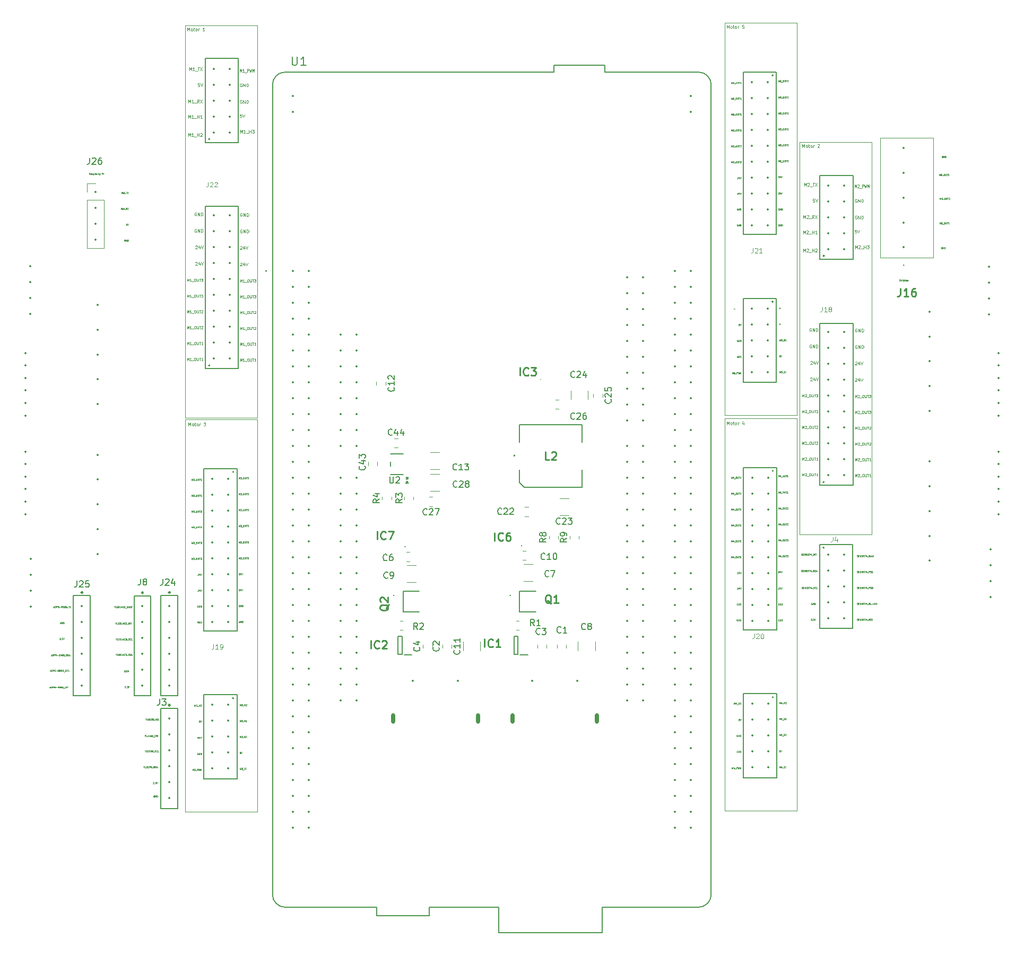
<source format=gto>
%TF.GenerationSoftware,KiCad,Pcbnew,8.0.6*%
%TF.CreationDate,2024-11-14T20:58:14+01:00*%
%TF.ProjectId,Mainboard,4d61696e-626f-4617-9264-2e6b69636164,rev?*%
%TF.SameCoordinates,Original*%
%TF.FileFunction,Legend,Top*%
%TF.FilePolarity,Positive*%
%FSLAX46Y46*%
G04 Gerber Fmt 4.6, Leading zero omitted, Abs format (unit mm)*
G04 Created by KiCad (PCBNEW 8.0.6) date 2024-11-14 20:58:14*
%MOMM*%
%LPD*%
G01*
G04 APERTURE LIST*
%ADD10C,0.050000*%
%ADD11C,0.100000*%
%ADD12C,0.150000*%
%ADD13C,0.065024*%
%ADD14C,0.254000*%
%ADD15C,0.120000*%
%ADD16C,0.200000*%
%ADD17C,0.127000*%
%ADD18C,0.250000*%
%ADD19C,0.152400*%
%ADD20C,0.350000*%
%ADD21O,0.600000X1.700000*%
G04 APERTURE END LIST*
D10*
X234438132Y-134880560D02*
X234438132Y-134480560D01*
X234438132Y-134480560D02*
X234571465Y-134766274D01*
X234571465Y-134766274D02*
X234704798Y-134480560D01*
X234704798Y-134480560D02*
X234704798Y-134880560D01*
X234876227Y-134518655D02*
X234895275Y-134499608D01*
X234895275Y-134499608D02*
X234933370Y-134480560D01*
X234933370Y-134480560D02*
X235028608Y-134480560D01*
X235028608Y-134480560D02*
X235066703Y-134499608D01*
X235066703Y-134499608D02*
X235085751Y-134518655D01*
X235085751Y-134518655D02*
X235104798Y-134556751D01*
X235104798Y-134556751D02*
X235104798Y-134594846D01*
X235104798Y-134594846D02*
X235085751Y-134651989D01*
X235085751Y-134651989D02*
X234857179Y-134880560D01*
X234857179Y-134880560D02*
X235104798Y-134880560D01*
X235180989Y-134918655D02*
X235485750Y-134918655D01*
X235657179Y-134480560D02*
X235733370Y-134480560D01*
X235733370Y-134480560D02*
X235771465Y-134499608D01*
X235771465Y-134499608D02*
X235809560Y-134537703D01*
X235809560Y-134537703D02*
X235828608Y-134613893D01*
X235828608Y-134613893D02*
X235828608Y-134747227D01*
X235828608Y-134747227D02*
X235809560Y-134823417D01*
X235809560Y-134823417D02*
X235771465Y-134861513D01*
X235771465Y-134861513D02*
X235733370Y-134880560D01*
X235733370Y-134880560D02*
X235657179Y-134880560D01*
X235657179Y-134880560D02*
X235619084Y-134861513D01*
X235619084Y-134861513D02*
X235580989Y-134823417D01*
X235580989Y-134823417D02*
X235561941Y-134747227D01*
X235561941Y-134747227D02*
X235561941Y-134613893D01*
X235561941Y-134613893D02*
X235580989Y-134537703D01*
X235580989Y-134537703D02*
X235619084Y-134499608D01*
X235619084Y-134499608D02*
X235657179Y-134480560D01*
X236000037Y-134480560D02*
X236000037Y-134804370D01*
X236000037Y-134804370D02*
X236019084Y-134842465D01*
X236019084Y-134842465D02*
X236038132Y-134861513D01*
X236038132Y-134861513D02*
X236076227Y-134880560D01*
X236076227Y-134880560D02*
X236152418Y-134880560D01*
X236152418Y-134880560D02*
X236190513Y-134861513D01*
X236190513Y-134861513D02*
X236209560Y-134842465D01*
X236209560Y-134842465D02*
X236228608Y-134804370D01*
X236228608Y-134804370D02*
X236228608Y-134480560D01*
X236361942Y-134480560D02*
X236590513Y-134480560D01*
X236476227Y-134880560D02*
X236476227Y-134480560D01*
X236933370Y-134880560D02*
X236704799Y-134880560D01*
X236819085Y-134880560D02*
X236819085Y-134480560D01*
X236819085Y-134480560D02*
X236780989Y-134537703D01*
X236780989Y-134537703D02*
X236742894Y-134575798D01*
X236742894Y-134575798D02*
X236704799Y-134594846D01*
X234438132Y-127309890D02*
X234438132Y-126909890D01*
X234438132Y-126909890D02*
X234571465Y-127195604D01*
X234571465Y-127195604D02*
X234704798Y-126909890D01*
X234704798Y-126909890D02*
X234704798Y-127309890D01*
X234876227Y-126947985D02*
X234895275Y-126928938D01*
X234895275Y-126928938D02*
X234933370Y-126909890D01*
X234933370Y-126909890D02*
X235028608Y-126909890D01*
X235028608Y-126909890D02*
X235066703Y-126928938D01*
X235066703Y-126928938D02*
X235085751Y-126947985D01*
X235085751Y-126947985D02*
X235104798Y-126986081D01*
X235104798Y-126986081D02*
X235104798Y-127024176D01*
X235104798Y-127024176D02*
X235085751Y-127081319D01*
X235085751Y-127081319D02*
X234857179Y-127309890D01*
X234857179Y-127309890D02*
X235104798Y-127309890D01*
X235180989Y-127347985D02*
X235485750Y-127347985D01*
X235657179Y-126909890D02*
X235733370Y-126909890D01*
X235733370Y-126909890D02*
X235771465Y-126928938D01*
X235771465Y-126928938D02*
X235809560Y-126967033D01*
X235809560Y-126967033D02*
X235828608Y-127043223D01*
X235828608Y-127043223D02*
X235828608Y-127176557D01*
X235828608Y-127176557D02*
X235809560Y-127252747D01*
X235809560Y-127252747D02*
X235771465Y-127290843D01*
X235771465Y-127290843D02*
X235733370Y-127309890D01*
X235733370Y-127309890D02*
X235657179Y-127309890D01*
X235657179Y-127309890D02*
X235619084Y-127290843D01*
X235619084Y-127290843D02*
X235580989Y-127252747D01*
X235580989Y-127252747D02*
X235561941Y-127176557D01*
X235561941Y-127176557D02*
X235561941Y-127043223D01*
X235561941Y-127043223D02*
X235580989Y-126967033D01*
X235580989Y-126967033D02*
X235619084Y-126928938D01*
X235619084Y-126928938D02*
X235657179Y-126909890D01*
X236000037Y-126909890D02*
X236000037Y-127233700D01*
X236000037Y-127233700D02*
X236019084Y-127271795D01*
X236019084Y-127271795D02*
X236038132Y-127290843D01*
X236038132Y-127290843D02*
X236076227Y-127309890D01*
X236076227Y-127309890D02*
X236152418Y-127309890D01*
X236152418Y-127309890D02*
X236190513Y-127290843D01*
X236190513Y-127290843D02*
X236209560Y-127271795D01*
X236209560Y-127271795D02*
X236228608Y-127233700D01*
X236228608Y-127233700D02*
X236228608Y-126909890D01*
X236361942Y-126909890D02*
X236590513Y-126909890D01*
X236476227Y-127309890D02*
X236476227Y-126909890D01*
X236704799Y-126947985D02*
X236723847Y-126928938D01*
X236723847Y-126928938D02*
X236761942Y-126909890D01*
X236761942Y-126909890D02*
X236857180Y-126909890D01*
X236857180Y-126909890D02*
X236895275Y-126928938D01*
X236895275Y-126928938D02*
X236914323Y-126947985D01*
X236914323Y-126947985D02*
X236933370Y-126986081D01*
X236933370Y-126986081D02*
X236933370Y-127024176D01*
X236933370Y-127024176D02*
X236914323Y-127081319D01*
X236914323Y-127081319D02*
X236685751Y-127309890D01*
X236685751Y-127309890D02*
X236933370Y-127309890D01*
X242898132Y-129951891D02*
X242898132Y-129551891D01*
X242898132Y-129551891D02*
X243031465Y-129837605D01*
X243031465Y-129837605D02*
X243164798Y-129551891D01*
X243164798Y-129551891D02*
X243164798Y-129951891D01*
X243336227Y-129589986D02*
X243355275Y-129570939D01*
X243355275Y-129570939D02*
X243393370Y-129551891D01*
X243393370Y-129551891D02*
X243488608Y-129551891D01*
X243488608Y-129551891D02*
X243526703Y-129570939D01*
X243526703Y-129570939D02*
X243545751Y-129589986D01*
X243545751Y-129589986D02*
X243564798Y-129628082D01*
X243564798Y-129628082D02*
X243564798Y-129666177D01*
X243564798Y-129666177D02*
X243545751Y-129723320D01*
X243545751Y-129723320D02*
X243317179Y-129951891D01*
X243317179Y-129951891D02*
X243564798Y-129951891D01*
X243640989Y-129989986D02*
X243945750Y-129989986D01*
X244117179Y-129551891D02*
X244193370Y-129551891D01*
X244193370Y-129551891D02*
X244231465Y-129570939D01*
X244231465Y-129570939D02*
X244269560Y-129609034D01*
X244269560Y-129609034D02*
X244288608Y-129685224D01*
X244288608Y-129685224D02*
X244288608Y-129818558D01*
X244288608Y-129818558D02*
X244269560Y-129894748D01*
X244269560Y-129894748D02*
X244231465Y-129932844D01*
X244231465Y-129932844D02*
X244193370Y-129951891D01*
X244193370Y-129951891D02*
X244117179Y-129951891D01*
X244117179Y-129951891D02*
X244079084Y-129932844D01*
X244079084Y-129932844D02*
X244040989Y-129894748D01*
X244040989Y-129894748D02*
X244021941Y-129818558D01*
X244021941Y-129818558D02*
X244021941Y-129685224D01*
X244021941Y-129685224D02*
X244040989Y-129609034D01*
X244040989Y-129609034D02*
X244079084Y-129570939D01*
X244079084Y-129570939D02*
X244117179Y-129551891D01*
X244460037Y-129551891D02*
X244460037Y-129875701D01*
X244460037Y-129875701D02*
X244479084Y-129913796D01*
X244479084Y-129913796D02*
X244498132Y-129932844D01*
X244498132Y-129932844D02*
X244536227Y-129951891D01*
X244536227Y-129951891D02*
X244612418Y-129951891D01*
X244612418Y-129951891D02*
X244650513Y-129932844D01*
X244650513Y-129932844D02*
X244669560Y-129913796D01*
X244669560Y-129913796D02*
X244688608Y-129875701D01*
X244688608Y-129875701D02*
X244688608Y-129551891D01*
X244821942Y-129551891D02*
X245050513Y-129551891D01*
X244936227Y-129951891D02*
X244936227Y-129551891D01*
X245164799Y-129589986D02*
X245183847Y-129570939D01*
X245183847Y-129570939D02*
X245221942Y-129551891D01*
X245221942Y-129551891D02*
X245317180Y-129551891D01*
X245317180Y-129551891D02*
X245355275Y-129570939D01*
X245355275Y-129570939D02*
X245374323Y-129589986D01*
X245374323Y-129589986D02*
X245393370Y-129628082D01*
X245393370Y-129628082D02*
X245393370Y-129666177D01*
X245393370Y-129666177D02*
X245374323Y-129723320D01*
X245374323Y-129723320D02*
X245145751Y-129951891D01*
X245145751Y-129951891D02*
X245393370Y-129951891D01*
X242898132Y-127422780D02*
X242898132Y-127022780D01*
X242898132Y-127022780D02*
X243031465Y-127308494D01*
X243031465Y-127308494D02*
X243164798Y-127022780D01*
X243164798Y-127022780D02*
X243164798Y-127422780D01*
X243336227Y-127060875D02*
X243355275Y-127041828D01*
X243355275Y-127041828D02*
X243393370Y-127022780D01*
X243393370Y-127022780D02*
X243488608Y-127022780D01*
X243488608Y-127022780D02*
X243526703Y-127041828D01*
X243526703Y-127041828D02*
X243545751Y-127060875D01*
X243545751Y-127060875D02*
X243564798Y-127098971D01*
X243564798Y-127098971D02*
X243564798Y-127137066D01*
X243564798Y-127137066D02*
X243545751Y-127194209D01*
X243545751Y-127194209D02*
X243317179Y-127422780D01*
X243317179Y-127422780D02*
X243564798Y-127422780D01*
X243640989Y-127460875D02*
X243945750Y-127460875D01*
X244117179Y-127022780D02*
X244193370Y-127022780D01*
X244193370Y-127022780D02*
X244231465Y-127041828D01*
X244231465Y-127041828D02*
X244269560Y-127079923D01*
X244269560Y-127079923D02*
X244288608Y-127156113D01*
X244288608Y-127156113D02*
X244288608Y-127289447D01*
X244288608Y-127289447D02*
X244269560Y-127365637D01*
X244269560Y-127365637D02*
X244231465Y-127403733D01*
X244231465Y-127403733D02*
X244193370Y-127422780D01*
X244193370Y-127422780D02*
X244117179Y-127422780D01*
X244117179Y-127422780D02*
X244079084Y-127403733D01*
X244079084Y-127403733D02*
X244040989Y-127365637D01*
X244040989Y-127365637D02*
X244021941Y-127289447D01*
X244021941Y-127289447D02*
X244021941Y-127156113D01*
X244021941Y-127156113D02*
X244040989Y-127079923D01*
X244040989Y-127079923D02*
X244079084Y-127041828D01*
X244079084Y-127041828D02*
X244117179Y-127022780D01*
X244460037Y-127022780D02*
X244460037Y-127346590D01*
X244460037Y-127346590D02*
X244479084Y-127384685D01*
X244479084Y-127384685D02*
X244498132Y-127403733D01*
X244498132Y-127403733D02*
X244536227Y-127422780D01*
X244536227Y-127422780D02*
X244612418Y-127422780D01*
X244612418Y-127422780D02*
X244650513Y-127403733D01*
X244650513Y-127403733D02*
X244669560Y-127384685D01*
X244669560Y-127384685D02*
X244688608Y-127346590D01*
X244688608Y-127346590D02*
X244688608Y-127022780D01*
X244821942Y-127022780D02*
X245050513Y-127022780D01*
X244936227Y-127422780D02*
X244936227Y-127022780D01*
X245164799Y-127060875D02*
X245183847Y-127041828D01*
X245183847Y-127041828D02*
X245221942Y-127022780D01*
X245221942Y-127022780D02*
X245317180Y-127022780D01*
X245317180Y-127022780D02*
X245355275Y-127041828D01*
X245355275Y-127041828D02*
X245374323Y-127060875D01*
X245374323Y-127060875D02*
X245393370Y-127098971D01*
X245393370Y-127098971D02*
X245393370Y-127137066D01*
X245393370Y-127137066D02*
X245374323Y-127194209D01*
X245374323Y-127194209D02*
X245145751Y-127422780D01*
X245145751Y-127422780D02*
X245393370Y-127422780D01*
X242898132Y-122364558D02*
X242898132Y-121964558D01*
X242898132Y-121964558D02*
X243031465Y-122250272D01*
X243031465Y-122250272D02*
X243164798Y-121964558D01*
X243164798Y-121964558D02*
X243164798Y-122364558D01*
X243336227Y-122002653D02*
X243355275Y-121983606D01*
X243355275Y-121983606D02*
X243393370Y-121964558D01*
X243393370Y-121964558D02*
X243488608Y-121964558D01*
X243488608Y-121964558D02*
X243526703Y-121983606D01*
X243526703Y-121983606D02*
X243545751Y-122002653D01*
X243545751Y-122002653D02*
X243564798Y-122040749D01*
X243564798Y-122040749D02*
X243564798Y-122078844D01*
X243564798Y-122078844D02*
X243545751Y-122135987D01*
X243545751Y-122135987D02*
X243317179Y-122364558D01*
X243317179Y-122364558D02*
X243564798Y-122364558D01*
X243640989Y-122402653D02*
X243945750Y-122402653D01*
X244117179Y-121964558D02*
X244193370Y-121964558D01*
X244193370Y-121964558D02*
X244231465Y-121983606D01*
X244231465Y-121983606D02*
X244269560Y-122021701D01*
X244269560Y-122021701D02*
X244288608Y-122097891D01*
X244288608Y-122097891D02*
X244288608Y-122231225D01*
X244288608Y-122231225D02*
X244269560Y-122307415D01*
X244269560Y-122307415D02*
X244231465Y-122345511D01*
X244231465Y-122345511D02*
X244193370Y-122364558D01*
X244193370Y-122364558D02*
X244117179Y-122364558D01*
X244117179Y-122364558D02*
X244079084Y-122345511D01*
X244079084Y-122345511D02*
X244040989Y-122307415D01*
X244040989Y-122307415D02*
X244021941Y-122231225D01*
X244021941Y-122231225D02*
X244021941Y-122097891D01*
X244021941Y-122097891D02*
X244040989Y-122021701D01*
X244040989Y-122021701D02*
X244079084Y-121983606D01*
X244079084Y-121983606D02*
X244117179Y-121964558D01*
X244460037Y-121964558D02*
X244460037Y-122288368D01*
X244460037Y-122288368D02*
X244479084Y-122326463D01*
X244479084Y-122326463D02*
X244498132Y-122345511D01*
X244498132Y-122345511D02*
X244536227Y-122364558D01*
X244536227Y-122364558D02*
X244612418Y-122364558D01*
X244612418Y-122364558D02*
X244650513Y-122345511D01*
X244650513Y-122345511D02*
X244669560Y-122326463D01*
X244669560Y-122326463D02*
X244688608Y-122288368D01*
X244688608Y-122288368D02*
X244688608Y-121964558D01*
X244821942Y-121964558D02*
X245050513Y-121964558D01*
X244936227Y-122364558D02*
X244936227Y-121964558D01*
X245145751Y-121964558D02*
X245393370Y-121964558D01*
X245393370Y-121964558D02*
X245260037Y-122116939D01*
X245260037Y-122116939D02*
X245317180Y-122116939D01*
X245317180Y-122116939D02*
X245355275Y-122135987D01*
X245355275Y-122135987D02*
X245374323Y-122155034D01*
X245374323Y-122155034D02*
X245393370Y-122193130D01*
X245393370Y-122193130D02*
X245393370Y-122288368D01*
X245393370Y-122288368D02*
X245374323Y-122326463D01*
X245374323Y-122326463D02*
X245355275Y-122345511D01*
X245355275Y-122345511D02*
X245317180Y-122364558D01*
X245317180Y-122364558D02*
X245202894Y-122364558D01*
X245202894Y-122364558D02*
X245164799Y-122345511D01*
X245164799Y-122345511D02*
X245145751Y-122326463D01*
X243183846Y-111391686D02*
X243136227Y-111367876D01*
X243136227Y-111367876D02*
X243064798Y-111367876D01*
X243064798Y-111367876D02*
X242993370Y-111391686D01*
X242993370Y-111391686D02*
X242945751Y-111439305D01*
X242945751Y-111439305D02*
X242921941Y-111486924D01*
X242921941Y-111486924D02*
X242898132Y-111582162D01*
X242898132Y-111582162D02*
X242898132Y-111653590D01*
X242898132Y-111653590D02*
X242921941Y-111748828D01*
X242921941Y-111748828D02*
X242945751Y-111796447D01*
X242945751Y-111796447D02*
X242993370Y-111844067D01*
X242993370Y-111844067D02*
X243064798Y-111867876D01*
X243064798Y-111867876D02*
X243112417Y-111867876D01*
X243112417Y-111867876D02*
X243183846Y-111844067D01*
X243183846Y-111844067D02*
X243207655Y-111820257D01*
X243207655Y-111820257D02*
X243207655Y-111653590D01*
X243207655Y-111653590D02*
X243112417Y-111653590D01*
X243421941Y-111867876D02*
X243421941Y-111367876D01*
X243421941Y-111367876D02*
X243707655Y-111867876D01*
X243707655Y-111867876D02*
X243707655Y-111367876D01*
X243945751Y-111867876D02*
X243945751Y-111367876D01*
X243945751Y-111367876D02*
X244064799Y-111367876D01*
X244064799Y-111367876D02*
X244136227Y-111391686D01*
X244136227Y-111391686D02*
X244183846Y-111439305D01*
X244183846Y-111439305D02*
X244207656Y-111486924D01*
X244207656Y-111486924D02*
X244231465Y-111582162D01*
X244231465Y-111582162D02*
X244231465Y-111653590D01*
X244231465Y-111653590D02*
X244207656Y-111748828D01*
X244207656Y-111748828D02*
X244183846Y-111796447D01*
X244183846Y-111796447D02*
X244136227Y-111844067D01*
X244136227Y-111844067D02*
X244064799Y-111867876D01*
X244064799Y-111867876D02*
X243945751Y-111867876D01*
X242898132Y-119353828D02*
X242921941Y-119330019D01*
X242921941Y-119330019D02*
X242969560Y-119306209D01*
X242969560Y-119306209D02*
X243088608Y-119306209D01*
X243088608Y-119306209D02*
X243136227Y-119330019D01*
X243136227Y-119330019D02*
X243160036Y-119353828D01*
X243160036Y-119353828D02*
X243183846Y-119401447D01*
X243183846Y-119401447D02*
X243183846Y-119449066D01*
X243183846Y-119449066D02*
X243160036Y-119520495D01*
X243160036Y-119520495D02*
X242874322Y-119806209D01*
X242874322Y-119806209D02*
X243183846Y-119806209D01*
X243612417Y-119472876D02*
X243612417Y-119806209D01*
X243493369Y-119282400D02*
X243374322Y-119639542D01*
X243374322Y-119639542D02*
X243683845Y-119639542D01*
X243802893Y-119306209D02*
X243969559Y-119806209D01*
X243969559Y-119806209D02*
X244136226Y-119306209D01*
X235886703Y-111312132D02*
X235839084Y-111288322D01*
X235839084Y-111288322D02*
X235767655Y-111288322D01*
X235767655Y-111288322D02*
X235696227Y-111312132D01*
X235696227Y-111312132D02*
X235648608Y-111359751D01*
X235648608Y-111359751D02*
X235624798Y-111407370D01*
X235624798Y-111407370D02*
X235600989Y-111502608D01*
X235600989Y-111502608D02*
X235600989Y-111574036D01*
X235600989Y-111574036D02*
X235624798Y-111669274D01*
X235624798Y-111669274D02*
X235648608Y-111716893D01*
X235648608Y-111716893D02*
X235696227Y-111764513D01*
X235696227Y-111764513D02*
X235767655Y-111788322D01*
X235767655Y-111788322D02*
X235815274Y-111788322D01*
X235815274Y-111788322D02*
X235886703Y-111764513D01*
X235886703Y-111764513D02*
X235910512Y-111740703D01*
X235910512Y-111740703D02*
X235910512Y-111574036D01*
X235910512Y-111574036D02*
X235815274Y-111574036D01*
X236124798Y-111788322D02*
X236124798Y-111288322D01*
X236124798Y-111288322D02*
X236410512Y-111788322D01*
X236410512Y-111788322D02*
X236410512Y-111288322D01*
X236648608Y-111788322D02*
X236648608Y-111288322D01*
X236648608Y-111288322D02*
X236767656Y-111288322D01*
X236767656Y-111288322D02*
X236839084Y-111312132D01*
X236839084Y-111312132D02*
X236886703Y-111359751D01*
X236886703Y-111359751D02*
X236910513Y-111407370D01*
X236910513Y-111407370D02*
X236934322Y-111502608D01*
X236934322Y-111502608D02*
X236934322Y-111574036D01*
X236934322Y-111574036D02*
X236910513Y-111669274D01*
X236910513Y-111669274D02*
X236886703Y-111716893D01*
X236886703Y-111716893D02*
X236839084Y-111764513D01*
X236839084Y-111764513D02*
X236767656Y-111788322D01*
X236767656Y-111788322D02*
X236648608Y-111788322D01*
X242898132Y-116707717D02*
X242921941Y-116683908D01*
X242921941Y-116683908D02*
X242969560Y-116660098D01*
X242969560Y-116660098D02*
X243088608Y-116660098D01*
X243088608Y-116660098D02*
X243136227Y-116683908D01*
X243136227Y-116683908D02*
X243160036Y-116707717D01*
X243160036Y-116707717D02*
X243183846Y-116755336D01*
X243183846Y-116755336D02*
X243183846Y-116802955D01*
X243183846Y-116802955D02*
X243160036Y-116874384D01*
X243160036Y-116874384D02*
X242874322Y-117160098D01*
X242874322Y-117160098D02*
X243183846Y-117160098D01*
X243612417Y-116826765D02*
X243612417Y-117160098D01*
X243493369Y-116636289D02*
X243374322Y-116993431D01*
X243374322Y-116993431D02*
X243683845Y-116993431D01*
X243802893Y-116660098D02*
X243969559Y-117160098D01*
X243969559Y-117160098D02*
X244136226Y-116660098D01*
X235743848Y-119257606D02*
X235767657Y-119233797D01*
X235767657Y-119233797D02*
X235815276Y-119209987D01*
X235815276Y-119209987D02*
X235934324Y-119209987D01*
X235934324Y-119209987D02*
X235981943Y-119233797D01*
X235981943Y-119233797D02*
X236005752Y-119257606D01*
X236005752Y-119257606D02*
X236029562Y-119305225D01*
X236029562Y-119305225D02*
X236029562Y-119352844D01*
X236029562Y-119352844D02*
X236005752Y-119424273D01*
X236005752Y-119424273D02*
X235720038Y-119709987D01*
X235720038Y-119709987D02*
X236029562Y-119709987D01*
X236458133Y-119376654D02*
X236458133Y-119709987D01*
X236339085Y-119186178D02*
X236220038Y-119543320D01*
X236220038Y-119543320D02*
X236529561Y-119543320D01*
X236648609Y-119209987D02*
X236815275Y-119709987D01*
X236815275Y-119709987D02*
X236981942Y-119209987D01*
X242898132Y-135010114D02*
X242898132Y-134610114D01*
X242898132Y-134610114D02*
X243031465Y-134895828D01*
X243031465Y-134895828D02*
X243164798Y-134610114D01*
X243164798Y-134610114D02*
X243164798Y-135010114D01*
X243336227Y-134648209D02*
X243355275Y-134629162D01*
X243355275Y-134629162D02*
X243393370Y-134610114D01*
X243393370Y-134610114D02*
X243488608Y-134610114D01*
X243488608Y-134610114D02*
X243526703Y-134629162D01*
X243526703Y-134629162D02*
X243545751Y-134648209D01*
X243545751Y-134648209D02*
X243564798Y-134686305D01*
X243564798Y-134686305D02*
X243564798Y-134724400D01*
X243564798Y-134724400D02*
X243545751Y-134781543D01*
X243545751Y-134781543D02*
X243317179Y-135010114D01*
X243317179Y-135010114D02*
X243564798Y-135010114D01*
X243640989Y-135048209D02*
X243945750Y-135048209D01*
X244117179Y-134610114D02*
X244193370Y-134610114D01*
X244193370Y-134610114D02*
X244231465Y-134629162D01*
X244231465Y-134629162D02*
X244269560Y-134667257D01*
X244269560Y-134667257D02*
X244288608Y-134743447D01*
X244288608Y-134743447D02*
X244288608Y-134876781D01*
X244288608Y-134876781D02*
X244269560Y-134952971D01*
X244269560Y-134952971D02*
X244231465Y-134991067D01*
X244231465Y-134991067D02*
X244193370Y-135010114D01*
X244193370Y-135010114D02*
X244117179Y-135010114D01*
X244117179Y-135010114D02*
X244079084Y-134991067D01*
X244079084Y-134991067D02*
X244040989Y-134952971D01*
X244040989Y-134952971D02*
X244021941Y-134876781D01*
X244021941Y-134876781D02*
X244021941Y-134743447D01*
X244021941Y-134743447D02*
X244040989Y-134667257D01*
X244040989Y-134667257D02*
X244079084Y-134629162D01*
X244079084Y-134629162D02*
X244117179Y-134610114D01*
X244460037Y-134610114D02*
X244460037Y-134933924D01*
X244460037Y-134933924D02*
X244479084Y-134972019D01*
X244479084Y-134972019D02*
X244498132Y-134991067D01*
X244498132Y-134991067D02*
X244536227Y-135010114D01*
X244536227Y-135010114D02*
X244612418Y-135010114D01*
X244612418Y-135010114D02*
X244650513Y-134991067D01*
X244650513Y-134991067D02*
X244669560Y-134972019D01*
X244669560Y-134972019D02*
X244688608Y-134933924D01*
X244688608Y-134933924D02*
X244688608Y-134610114D01*
X244821942Y-134610114D02*
X245050513Y-134610114D01*
X244936227Y-135010114D02*
X244936227Y-134610114D01*
X245393370Y-135010114D02*
X245164799Y-135010114D01*
X245279085Y-135010114D02*
X245279085Y-134610114D01*
X245279085Y-134610114D02*
X245240989Y-134667257D01*
X245240989Y-134667257D02*
X245202894Y-134705352D01*
X245202894Y-134705352D02*
X245164799Y-134724400D01*
X242898132Y-132481002D02*
X242898132Y-132081002D01*
X242898132Y-132081002D02*
X243031465Y-132366716D01*
X243031465Y-132366716D02*
X243164798Y-132081002D01*
X243164798Y-132081002D02*
X243164798Y-132481002D01*
X243336227Y-132119097D02*
X243355275Y-132100050D01*
X243355275Y-132100050D02*
X243393370Y-132081002D01*
X243393370Y-132081002D02*
X243488608Y-132081002D01*
X243488608Y-132081002D02*
X243526703Y-132100050D01*
X243526703Y-132100050D02*
X243545751Y-132119097D01*
X243545751Y-132119097D02*
X243564798Y-132157193D01*
X243564798Y-132157193D02*
X243564798Y-132195288D01*
X243564798Y-132195288D02*
X243545751Y-132252431D01*
X243545751Y-132252431D02*
X243317179Y-132481002D01*
X243317179Y-132481002D02*
X243564798Y-132481002D01*
X243640989Y-132519097D02*
X243945750Y-132519097D01*
X244117179Y-132081002D02*
X244193370Y-132081002D01*
X244193370Y-132081002D02*
X244231465Y-132100050D01*
X244231465Y-132100050D02*
X244269560Y-132138145D01*
X244269560Y-132138145D02*
X244288608Y-132214335D01*
X244288608Y-132214335D02*
X244288608Y-132347669D01*
X244288608Y-132347669D02*
X244269560Y-132423859D01*
X244269560Y-132423859D02*
X244231465Y-132461955D01*
X244231465Y-132461955D02*
X244193370Y-132481002D01*
X244193370Y-132481002D02*
X244117179Y-132481002D01*
X244117179Y-132481002D02*
X244079084Y-132461955D01*
X244079084Y-132461955D02*
X244040989Y-132423859D01*
X244040989Y-132423859D02*
X244021941Y-132347669D01*
X244021941Y-132347669D02*
X244021941Y-132214335D01*
X244021941Y-132214335D02*
X244040989Y-132138145D01*
X244040989Y-132138145D02*
X244079084Y-132100050D01*
X244079084Y-132100050D02*
X244117179Y-132081002D01*
X244460037Y-132081002D02*
X244460037Y-132404812D01*
X244460037Y-132404812D02*
X244479084Y-132442907D01*
X244479084Y-132442907D02*
X244498132Y-132461955D01*
X244498132Y-132461955D02*
X244536227Y-132481002D01*
X244536227Y-132481002D02*
X244612418Y-132481002D01*
X244612418Y-132481002D02*
X244650513Y-132461955D01*
X244650513Y-132461955D02*
X244669560Y-132442907D01*
X244669560Y-132442907D02*
X244688608Y-132404812D01*
X244688608Y-132404812D02*
X244688608Y-132081002D01*
X244821942Y-132081002D02*
X245050513Y-132081002D01*
X244936227Y-132481002D02*
X244936227Y-132081002D01*
X245393370Y-132481002D02*
X245164799Y-132481002D01*
X245279085Y-132481002D02*
X245279085Y-132081002D01*
X245279085Y-132081002D02*
X245240989Y-132138145D01*
X245240989Y-132138145D02*
X245202894Y-132176240D01*
X245202894Y-132176240D02*
X245164799Y-132195288D01*
X234438132Y-124786335D02*
X234438132Y-124386335D01*
X234438132Y-124386335D02*
X234571465Y-124672049D01*
X234571465Y-124672049D02*
X234704798Y-124386335D01*
X234704798Y-124386335D02*
X234704798Y-124786335D01*
X234876227Y-124424430D02*
X234895275Y-124405383D01*
X234895275Y-124405383D02*
X234933370Y-124386335D01*
X234933370Y-124386335D02*
X235028608Y-124386335D01*
X235028608Y-124386335D02*
X235066703Y-124405383D01*
X235066703Y-124405383D02*
X235085751Y-124424430D01*
X235085751Y-124424430D02*
X235104798Y-124462526D01*
X235104798Y-124462526D02*
X235104798Y-124500621D01*
X235104798Y-124500621D02*
X235085751Y-124557764D01*
X235085751Y-124557764D02*
X234857179Y-124786335D01*
X234857179Y-124786335D02*
X235104798Y-124786335D01*
X235180989Y-124824430D02*
X235485750Y-124824430D01*
X235657179Y-124386335D02*
X235733370Y-124386335D01*
X235733370Y-124386335D02*
X235771465Y-124405383D01*
X235771465Y-124405383D02*
X235809560Y-124443478D01*
X235809560Y-124443478D02*
X235828608Y-124519668D01*
X235828608Y-124519668D02*
X235828608Y-124653002D01*
X235828608Y-124653002D02*
X235809560Y-124729192D01*
X235809560Y-124729192D02*
X235771465Y-124767288D01*
X235771465Y-124767288D02*
X235733370Y-124786335D01*
X235733370Y-124786335D02*
X235657179Y-124786335D01*
X235657179Y-124786335D02*
X235619084Y-124767288D01*
X235619084Y-124767288D02*
X235580989Y-124729192D01*
X235580989Y-124729192D02*
X235561941Y-124653002D01*
X235561941Y-124653002D02*
X235561941Y-124519668D01*
X235561941Y-124519668D02*
X235580989Y-124443478D01*
X235580989Y-124443478D02*
X235619084Y-124405383D01*
X235619084Y-124405383D02*
X235657179Y-124386335D01*
X236000037Y-124386335D02*
X236000037Y-124710145D01*
X236000037Y-124710145D02*
X236019084Y-124748240D01*
X236019084Y-124748240D02*
X236038132Y-124767288D01*
X236038132Y-124767288D02*
X236076227Y-124786335D01*
X236076227Y-124786335D02*
X236152418Y-124786335D01*
X236152418Y-124786335D02*
X236190513Y-124767288D01*
X236190513Y-124767288D02*
X236209560Y-124748240D01*
X236209560Y-124748240D02*
X236228608Y-124710145D01*
X236228608Y-124710145D02*
X236228608Y-124386335D01*
X236361942Y-124386335D02*
X236590513Y-124386335D01*
X236476227Y-124786335D02*
X236476227Y-124386335D01*
X236685751Y-124386335D02*
X236933370Y-124386335D01*
X236933370Y-124386335D02*
X236800037Y-124538716D01*
X236800037Y-124538716D02*
X236857180Y-124538716D01*
X236857180Y-124538716D02*
X236895275Y-124557764D01*
X236895275Y-124557764D02*
X236914323Y-124576811D01*
X236914323Y-124576811D02*
X236933370Y-124614907D01*
X236933370Y-124614907D02*
X236933370Y-124710145D01*
X236933370Y-124710145D02*
X236914323Y-124748240D01*
X236914323Y-124748240D02*
X236895275Y-124767288D01*
X236895275Y-124767288D02*
X236857180Y-124786335D01*
X236857180Y-124786335D02*
X236742894Y-124786335D01*
X236742894Y-124786335D02*
X236704799Y-124767288D01*
X236704799Y-124767288D02*
X236685751Y-124748240D01*
X242898132Y-124893669D02*
X242898132Y-124493669D01*
X242898132Y-124493669D02*
X243031465Y-124779383D01*
X243031465Y-124779383D02*
X243164798Y-124493669D01*
X243164798Y-124493669D02*
X243164798Y-124893669D01*
X243336227Y-124531764D02*
X243355275Y-124512717D01*
X243355275Y-124512717D02*
X243393370Y-124493669D01*
X243393370Y-124493669D02*
X243488608Y-124493669D01*
X243488608Y-124493669D02*
X243526703Y-124512717D01*
X243526703Y-124512717D02*
X243545751Y-124531764D01*
X243545751Y-124531764D02*
X243564798Y-124569860D01*
X243564798Y-124569860D02*
X243564798Y-124607955D01*
X243564798Y-124607955D02*
X243545751Y-124665098D01*
X243545751Y-124665098D02*
X243317179Y-124893669D01*
X243317179Y-124893669D02*
X243564798Y-124893669D01*
X243640989Y-124931764D02*
X243945750Y-124931764D01*
X244117179Y-124493669D02*
X244193370Y-124493669D01*
X244193370Y-124493669D02*
X244231465Y-124512717D01*
X244231465Y-124512717D02*
X244269560Y-124550812D01*
X244269560Y-124550812D02*
X244288608Y-124627002D01*
X244288608Y-124627002D02*
X244288608Y-124760336D01*
X244288608Y-124760336D02*
X244269560Y-124836526D01*
X244269560Y-124836526D02*
X244231465Y-124874622D01*
X244231465Y-124874622D02*
X244193370Y-124893669D01*
X244193370Y-124893669D02*
X244117179Y-124893669D01*
X244117179Y-124893669D02*
X244079084Y-124874622D01*
X244079084Y-124874622D02*
X244040989Y-124836526D01*
X244040989Y-124836526D02*
X244021941Y-124760336D01*
X244021941Y-124760336D02*
X244021941Y-124627002D01*
X244021941Y-124627002D02*
X244040989Y-124550812D01*
X244040989Y-124550812D02*
X244079084Y-124512717D01*
X244079084Y-124512717D02*
X244117179Y-124493669D01*
X244460037Y-124493669D02*
X244460037Y-124817479D01*
X244460037Y-124817479D02*
X244479084Y-124855574D01*
X244479084Y-124855574D02*
X244498132Y-124874622D01*
X244498132Y-124874622D02*
X244536227Y-124893669D01*
X244536227Y-124893669D02*
X244612418Y-124893669D01*
X244612418Y-124893669D02*
X244650513Y-124874622D01*
X244650513Y-124874622D02*
X244669560Y-124855574D01*
X244669560Y-124855574D02*
X244688608Y-124817479D01*
X244688608Y-124817479D02*
X244688608Y-124493669D01*
X244821942Y-124493669D02*
X245050513Y-124493669D01*
X244936227Y-124893669D02*
X244936227Y-124493669D01*
X245145751Y-124493669D02*
X245393370Y-124493669D01*
X245393370Y-124493669D02*
X245260037Y-124646050D01*
X245260037Y-124646050D02*
X245317180Y-124646050D01*
X245317180Y-124646050D02*
X245355275Y-124665098D01*
X245355275Y-124665098D02*
X245374323Y-124684145D01*
X245374323Y-124684145D02*
X245393370Y-124722241D01*
X245393370Y-124722241D02*
X245393370Y-124817479D01*
X245393370Y-124817479D02*
X245374323Y-124855574D01*
X245374323Y-124855574D02*
X245355275Y-124874622D01*
X245355275Y-124874622D02*
X245317180Y-124893669D01*
X245317180Y-124893669D02*
X245202894Y-124893669D01*
X245202894Y-124893669D02*
X245164799Y-124874622D01*
X245164799Y-124874622D02*
X245145751Y-124855574D01*
X234438132Y-132357000D02*
X234438132Y-131957000D01*
X234438132Y-131957000D02*
X234571465Y-132242714D01*
X234571465Y-132242714D02*
X234704798Y-131957000D01*
X234704798Y-131957000D02*
X234704798Y-132357000D01*
X234876227Y-131995095D02*
X234895275Y-131976048D01*
X234895275Y-131976048D02*
X234933370Y-131957000D01*
X234933370Y-131957000D02*
X235028608Y-131957000D01*
X235028608Y-131957000D02*
X235066703Y-131976048D01*
X235066703Y-131976048D02*
X235085751Y-131995095D01*
X235085751Y-131995095D02*
X235104798Y-132033191D01*
X235104798Y-132033191D02*
X235104798Y-132071286D01*
X235104798Y-132071286D02*
X235085751Y-132128429D01*
X235085751Y-132128429D02*
X234857179Y-132357000D01*
X234857179Y-132357000D02*
X235104798Y-132357000D01*
X235180989Y-132395095D02*
X235485750Y-132395095D01*
X235657179Y-131957000D02*
X235733370Y-131957000D01*
X235733370Y-131957000D02*
X235771465Y-131976048D01*
X235771465Y-131976048D02*
X235809560Y-132014143D01*
X235809560Y-132014143D02*
X235828608Y-132090333D01*
X235828608Y-132090333D02*
X235828608Y-132223667D01*
X235828608Y-132223667D02*
X235809560Y-132299857D01*
X235809560Y-132299857D02*
X235771465Y-132337953D01*
X235771465Y-132337953D02*
X235733370Y-132357000D01*
X235733370Y-132357000D02*
X235657179Y-132357000D01*
X235657179Y-132357000D02*
X235619084Y-132337953D01*
X235619084Y-132337953D02*
X235580989Y-132299857D01*
X235580989Y-132299857D02*
X235561941Y-132223667D01*
X235561941Y-132223667D02*
X235561941Y-132090333D01*
X235561941Y-132090333D02*
X235580989Y-132014143D01*
X235580989Y-132014143D02*
X235619084Y-131976048D01*
X235619084Y-131976048D02*
X235657179Y-131957000D01*
X236000037Y-131957000D02*
X236000037Y-132280810D01*
X236000037Y-132280810D02*
X236019084Y-132318905D01*
X236019084Y-132318905D02*
X236038132Y-132337953D01*
X236038132Y-132337953D02*
X236076227Y-132357000D01*
X236076227Y-132357000D02*
X236152418Y-132357000D01*
X236152418Y-132357000D02*
X236190513Y-132337953D01*
X236190513Y-132337953D02*
X236209560Y-132318905D01*
X236209560Y-132318905D02*
X236228608Y-132280810D01*
X236228608Y-132280810D02*
X236228608Y-131957000D01*
X236361942Y-131957000D02*
X236590513Y-131957000D01*
X236476227Y-132357000D02*
X236476227Y-131957000D01*
X236933370Y-132357000D02*
X236704799Y-132357000D01*
X236819085Y-132357000D02*
X236819085Y-131957000D01*
X236819085Y-131957000D02*
X236780989Y-132014143D01*
X236780989Y-132014143D02*
X236742894Y-132052238D01*
X236742894Y-132052238D02*
X236704799Y-132071286D01*
X235743848Y-116617051D02*
X235767657Y-116593242D01*
X235767657Y-116593242D02*
X235815276Y-116569432D01*
X235815276Y-116569432D02*
X235934324Y-116569432D01*
X235934324Y-116569432D02*
X235981943Y-116593242D01*
X235981943Y-116593242D02*
X236005752Y-116617051D01*
X236005752Y-116617051D02*
X236029562Y-116664670D01*
X236029562Y-116664670D02*
X236029562Y-116712289D01*
X236029562Y-116712289D02*
X236005752Y-116783718D01*
X236005752Y-116783718D02*
X235720038Y-117069432D01*
X235720038Y-117069432D02*
X236029562Y-117069432D01*
X236458133Y-116736099D02*
X236458133Y-117069432D01*
X236339085Y-116545623D02*
X236220038Y-116902765D01*
X236220038Y-116902765D02*
X236529561Y-116902765D01*
X236648609Y-116569432D02*
X236815275Y-117069432D01*
X236815275Y-117069432D02*
X236981942Y-116569432D01*
X234438132Y-122262780D02*
X234438132Y-121862780D01*
X234438132Y-121862780D02*
X234571465Y-122148494D01*
X234571465Y-122148494D02*
X234704798Y-121862780D01*
X234704798Y-121862780D02*
X234704798Y-122262780D01*
X234876227Y-121900875D02*
X234895275Y-121881828D01*
X234895275Y-121881828D02*
X234933370Y-121862780D01*
X234933370Y-121862780D02*
X235028608Y-121862780D01*
X235028608Y-121862780D02*
X235066703Y-121881828D01*
X235066703Y-121881828D02*
X235085751Y-121900875D01*
X235085751Y-121900875D02*
X235104798Y-121938971D01*
X235104798Y-121938971D02*
X235104798Y-121977066D01*
X235104798Y-121977066D02*
X235085751Y-122034209D01*
X235085751Y-122034209D02*
X234857179Y-122262780D01*
X234857179Y-122262780D02*
X235104798Y-122262780D01*
X235180989Y-122300875D02*
X235485750Y-122300875D01*
X235657179Y-121862780D02*
X235733370Y-121862780D01*
X235733370Y-121862780D02*
X235771465Y-121881828D01*
X235771465Y-121881828D02*
X235809560Y-121919923D01*
X235809560Y-121919923D02*
X235828608Y-121996113D01*
X235828608Y-121996113D02*
X235828608Y-122129447D01*
X235828608Y-122129447D02*
X235809560Y-122205637D01*
X235809560Y-122205637D02*
X235771465Y-122243733D01*
X235771465Y-122243733D02*
X235733370Y-122262780D01*
X235733370Y-122262780D02*
X235657179Y-122262780D01*
X235657179Y-122262780D02*
X235619084Y-122243733D01*
X235619084Y-122243733D02*
X235580989Y-122205637D01*
X235580989Y-122205637D02*
X235561941Y-122129447D01*
X235561941Y-122129447D02*
X235561941Y-121996113D01*
X235561941Y-121996113D02*
X235580989Y-121919923D01*
X235580989Y-121919923D02*
X235619084Y-121881828D01*
X235619084Y-121881828D02*
X235657179Y-121862780D01*
X236000037Y-121862780D02*
X236000037Y-122186590D01*
X236000037Y-122186590D02*
X236019084Y-122224685D01*
X236019084Y-122224685D02*
X236038132Y-122243733D01*
X236038132Y-122243733D02*
X236076227Y-122262780D01*
X236076227Y-122262780D02*
X236152418Y-122262780D01*
X236152418Y-122262780D02*
X236190513Y-122243733D01*
X236190513Y-122243733D02*
X236209560Y-122224685D01*
X236209560Y-122224685D02*
X236228608Y-122186590D01*
X236228608Y-122186590D02*
X236228608Y-121862780D01*
X236361942Y-121862780D02*
X236590513Y-121862780D01*
X236476227Y-122262780D02*
X236476227Y-121862780D01*
X236685751Y-121862780D02*
X236933370Y-121862780D01*
X236933370Y-121862780D02*
X236800037Y-122015161D01*
X236800037Y-122015161D02*
X236857180Y-122015161D01*
X236857180Y-122015161D02*
X236895275Y-122034209D01*
X236895275Y-122034209D02*
X236914323Y-122053256D01*
X236914323Y-122053256D02*
X236933370Y-122091352D01*
X236933370Y-122091352D02*
X236933370Y-122186590D01*
X236933370Y-122186590D02*
X236914323Y-122224685D01*
X236914323Y-122224685D02*
X236895275Y-122243733D01*
X236895275Y-122243733D02*
X236857180Y-122262780D01*
X236857180Y-122262780D02*
X236742894Y-122262780D01*
X236742894Y-122262780D02*
X236704799Y-122243733D01*
X236704799Y-122243733D02*
X236685751Y-122224685D01*
X234438132Y-129833445D02*
X234438132Y-129433445D01*
X234438132Y-129433445D02*
X234571465Y-129719159D01*
X234571465Y-129719159D02*
X234704798Y-129433445D01*
X234704798Y-129433445D02*
X234704798Y-129833445D01*
X234876227Y-129471540D02*
X234895275Y-129452493D01*
X234895275Y-129452493D02*
X234933370Y-129433445D01*
X234933370Y-129433445D02*
X235028608Y-129433445D01*
X235028608Y-129433445D02*
X235066703Y-129452493D01*
X235066703Y-129452493D02*
X235085751Y-129471540D01*
X235085751Y-129471540D02*
X235104798Y-129509636D01*
X235104798Y-129509636D02*
X235104798Y-129547731D01*
X235104798Y-129547731D02*
X235085751Y-129604874D01*
X235085751Y-129604874D02*
X234857179Y-129833445D01*
X234857179Y-129833445D02*
X235104798Y-129833445D01*
X235180989Y-129871540D02*
X235485750Y-129871540D01*
X235657179Y-129433445D02*
X235733370Y-129433445D01*
X235733370Y-129433445D02*
X235771465Y-129452493D01*
X235771465Y-129452493D02*
X235809560Y-129490588D01*
X235809560Y-129490588D02*
X235828608Y-129566778D01*
X235828608Y-129566778D02*
X235828608Y-129700112D01*
X235828608Y-129700112D02*
X235809560Y-129776302D01*
X235809560Y-129776302D02*
X235771465Y-129814398D01*
X235771465Y-129814398D02*
X235733370Y-129833445D01*
X235733370Y-129833445D02*
X235657179Y-129833445D01*
X235657179Y-129833445D02*
X235619084Y-129814398D01*
X235619084Y-129814398D02*
X235580989Y-129776302D01*
X235580989Y-129776302D02*
X235561941Y-129700112D01*
X235561941Y-129700112D02*
X235561941Y-129566778D01*
X235561941Y-129566778D02*
X235580989Y-129490588D01*
X235580989Y-129490588D02*
X235619084Y-129452493D01*
X235619084Y-129452493D02*
X235657179Y-129433445D01*
X236000037Y-129433445D02*
X236000037Y-129757255D01*
X236000037Y-129757255D02*
X236019084Y-129795350D01*
X236019084Y-129795350D02*
X236038132Y-129814398D01*
X236038132Y-129814398D02*
X236076227Y-129833445D01*
X236076227Y-129833445D02*
X236152418Y-129833445D01*
X236152418Y-129833445D02*
X236190513Y-129814398D01*
X236190513Y-129814398D02*
X236209560Y-129795350D01*
X236209560Y-129795350D02*
X236228608Y-129757255D01*
X236228608Y-129757255D02*
X236228608Y-129433445D01*
X236361942Y-129433445D02*
X236590513Y-129433445D01*
X236476227Y-129833445D02*
X236476227Y-129433445D01*
X236704799Y-129471540D02*
X236723847Y-129452493D01*
X236723847Y-129452493D02*
X236761942Y-129433445D01*
X236761942Y-129433445D02*
X236857180Y-129433445D01*
X236857180Y-129433445D02*
X236895275Y-129452493D01*
X236895275Y-129452493D02*
X236914323Y-129471540D01*
X236914323Y-129471540D02*
X236933370Y-129509636D01*
X236933370Y-129509636D02*
X236933370Y-129547731D01*
X236933370Y-129547731D02*
X236914323Y-129604874D01*
X236914323Y-129604874D02*
X236685751Y-129833445D01*
X236685751Y-129833445D02*
X236933370Y-129833445D01*
X235886703Y-113952687D02*
X235839084Y-113928877D01*
X235839084Y-113928877D02*
X235767655Y-113928877D01*
X235767655Y-113928877D02*
X235696227Y-113952687D01*
X235696227Y-113952687D02*
X235648608Y-114000306D01*
X235648608Y-114000306D02*
X235624798Y-114047925D01*
X235624798Y-114047925D02*
X235600989Y-114143163D01*
X235600989Y-114143163D02*
X235600989Y-114214591D01*
X235600989Y-114214591D02*
X235624798Y-114309829D01*
X235624798Y-114309829D02*
X235648608Y-114357448D01*
X235648608Y-114357448D02*
X235696227Y-114405068D01*
X235696227Y-114405068D02*
X235767655Y-114428877D01*
X235767655Y-114428877D02*
X235815274Y-114428877D01*
X235815274Y-114428877D02*
X235886703Y-114405068D01*
X235886703Y-114405068D02*
X235910512Y-114381258D01*
X235910512Y-114381258D02*
X235910512Y-114214591D01*
X235910512Y-114214591D02*
X235815274Y-114214591D01*
X236124798Y-114428877D02*
X236124798Y-113928877D01*
X236124798Y-113928877D02*
X236410512Y-114428877D01*
X236410512Y-114428877D02*
X236410512Y-113928877D01*
X236648608Y-114428877D02*
X236648608Y-113928877D01*
X236648608Y-113928877D02*
X236767656Y-113928877D01*
X236767656Y-113928877D02*
X236839084Y-113952687D01*
X236839084Y-113952687D02*
X236886703Y-114000306D01*
X236886703Y-114000306D02*
X236910513Y-114047925D01*
X236910513Y-114047925D02*
X236934322Y-114143163D01*
X236934322Y-114143163D02*
X236934322Y-114214591D01*
X236934322Y-114214591D02*
X236910513Y-114309829D01*
X236910513Y-114309829D02*
X236886703Y-114357448D01*
X236886703Y-114357448D02*
X236839084Y-114405068D01*
X236839084Y-114405068D02*
X236767656Y-114428877D01*
X236767656Y-114428877D02*
X236648608Y-114428877D01*
X243183846Y-114037797D02*
X243136227Y-114013987D01*
X243136227Y-114013987D02*
X243064798Y-114013987D01*
X243064798Y-114013987D02*
X242993370Y-114037797D01*
X242993370Y-114037797D02*
X242945751Y-114085416D01*
X242945751Y-114085416D02*
X242921941Y-114133035D01*
X242921941Y-114133035D02*
X242898132Y-114228273D01*
X242898132Y-114228273D02*
X242898132Y-114299701D01*
X242898132Y-114299701D02*
X242921941Y-114394939D01*
X242921941Y-114394939D02*
X242945751Y-114442558D01*
X242945751Y-114442558D02*
X242993370Y-114490178D01*
X242993370Y-114490178D02*
X243064798Y-114513987D01*
X243064798Y-114513987D02*
X243112417Y-114513987D01*
X243112417Y-114513987D02*
X243183846Y-114490178D01*
X243183846Y-114490178D02*
X243207655Y-114466368D01*
X243207655Y-114466368D02*
X243207655Y-114299701D01*
X243207655Y-114299701D02*
X243112417Y-114299701D01*
X243421941Y-114513987D02*
X243421941Y-114013987D01*
X243421941Y-114013987D02*
X243707655Y-114513987D01*
X243707655Y-114513987D02*
X243707655Y-114013987D01*
X243945751Y-114513987D02*
X243945751Y-114013987D01*
X243945751Y-114013987D02*
X244064799Y-114013987D01*
X244064799Y-114013987D02*
X244136227Y-114037797D01*
X244136227Y-114037797D02*
X244183846Y-114085416D01*
X244183846Y-114085416D02*
X244207656Y-114133035D01*
X244207656Y-114133035D02*
X244231465Y-114228273D01*
X244231465Y-114228273D02*
X244231465Y-114299701D01*
X244231465Y-114299701D02*
X244207656Y-114394939D01*
X244207656Y-114394939D02*
X244183846Y-114442558D01*
X244183846Y-114442558D02*
X244136227Y-114490178D01*
X244136227Y-114490178D02*
X244064799Y-114513987D01*
X244064799Y-114513987D02*
X243945751Y-114513987D01*
X234635751Y-93740542D02*
X234635751Y-93240542D01*
X234635751Y-93240542D02*
X234802418Y-93597685D01*
X234802418Y-93597685D02*
X234969084Y-93240542D01*
X234969084Y-93240542D02*
X234969084Y-93740542D01*
X235183371Y-93288161D02*
X235207180Y-93264352D01*
X235207180Y-93264352D02*
X235254799Y-93240542D01*
X235254799Y-93240542D02*
X235373847Y-93240542D01*
X235373847Y-93240542D02*
X235421466Y-93264352D01*
X235421466Y-93264352D02*
X235445275Y-93288161D01*
X235445275Y-93288161D02*
X235469085Y-93335780D01*
X235469085Y-93335780D02*
X235469085Y-93383399D01*
X235469085Y-93383399D02*
X235445275Y-93454828D01*
X235445275Y-93454828D02*
X235159561Y-93740542D01*
X235159561Y-93740542D02*
X235469085Y-93740542D01*
X235564323Y-93788161D02*
X235945275Y-93788161D01*
X236350036Y-93740542D02*
X236183370Y-93502447D01*
X236064322Y-93740542D02*
X236064322Y-93240542D01*
X236064322Y-93240542D02*
X236254798Y-93240542D01*
X236254798Y-93240542D02*
X236302417Y-93264352D01*
X236302417Y-93264352D02*
X236326227Y-93288161D01*
X236326227Y-93288161D02*
X236350036Y-93335780D01*
X236350036Y-93335780D02*
X236350036Y-93407209D01*
X236350036Y-93407209D02*
X236326227Y-93454828D01*
X236326227Y-93454828D02*
X236302417Y-93478637D01*
X236302417Y-93478637D02*
X236254798Y-93502447D01*
X236254798Y-93502447D02*
X236064322Y-93502447D01*
X236516703Y-93240542D02*
X236850036Y-93740542D01*
X236850036Y-93240542D02*
X236516703Y-93740542D01*
X234611941Y-99110542D02*
X234611941Y-98610542D01*
X234611941Y-98610542D02*
X234778608Y-98967685D01*
X234778608Y-98967685D02*
X234945274Y-98610542D01*
X234945274Y-98610542D02*
X234945274Y-99110542D01*
X235159561Y-98658161D02*
X235183370Y-98634352D01*
X235183370Y-98634352D02*
X235230989Y-98610542D01*
X235230989Y-98610542D02*
X235350037Y-98610542D01*
X235350037Y-98610542D02*
X235397656Y-98634352D01*
X235397656Y-98634352D02*
X235421465Y-98658161D01*
X235421465Y-98658161D02*
X235445275Y-98705780D01*
X235445275Y-98705780D02*
X235445275Y-98753399D01*
X235445275Y-98753399D02*
X235421465Y-98824828D01*
X235421465Y-98824828D02*
X235135751Y-99110542D01*
X235135751Y-99110542D02*
X235445275Y-99110542D01*
X235540513Y-99158161D02*
X235921465Y-99158161D01*
X236040512Y-99110542D02*
X236040512Y-98610542D01*
X236040512Y-98848637D02*
X236326226Y-98848637D01*
X236326226Y-99110542D02*
X236326226Y-98610542D01*
X236540513Y-98658161D02*
X236564322Y-98634352D01*
X236564322Y-98634352D02*
X236611941Y-98610542D01*
X236611941Y-98610542D02*
X236730989Y-98610542D01*
X236730989Y-98610542D02*
X236778608Y-98634352D01*
X236778608Y-98634352D02*
X236802417Y-98658161D01*
X236802417Y-98658161D02*
X236826227Y-98705780D01*
X236826227Y-98705780D02*
X236826227Y-98753399D01*
X236826227Y-98753399D02*
X236802417Y-98824828D01*
X236802417Y-98824828D02*
X236516703Y-99110542D01*
X236516703Y-99110542D02*
X236826227Y-99110542D01*
X243143846Y-90714352D02*
X243096227Y-90690542D01*
X243096227Y-90690542D02*
X243024798Y-90690542D01*
X243024798Y-90690542D02*
X242953370Y-90714352D01*
X242953370Y-90714352D02*
X242905751Y-90761971D01*
X242905751Y-90761971D02*
X242881941Y-90809590D01*
X242881941Y-90809590D02*
X242858132Y-90904828D01*
X242858132Y-90904828D02*
X242858132Y-90976256D01*
X242858132Y-90976256D02*
X242881941Y-91071494D01*
X242881941Y-91071494D02*
X242905751Y-91119113D01*
X242905751Y-91119113D02*
X242953370Y-91166733D01*
X242953370Y-91166733D02*
X243024798Y-91190542D01*
X243024798Y-91190542D02*
X243072417Y-91190542D01*
X243072417Y-91190542D02*
X243143846Y-91166733D01*
X243143846Y-91166733D02*
X243167655Y-91142923D01*
X243167655Y-91142923D02*
X243167655Y-90976256D01*
X243167655Y-90976256D02*
X243072417Y-90976256D01*
X243381941Y-91190542D02*
X243381941Y-90690542D01*
X243381941Y-90690542D02*
X243667655Y-91190542D01*
X243667655Y-91190542D02*
X243667655Y-90690542D01*
X243905751Y-91190542D02*
X243905751Y-90690542D01*
X243905751Y-90690542D02*
X244024799Y-90690542D01*
X244024799Y-90690542D02*
X244096227Y-90714352D01*
X244096227Y-90714352D02*
X244143846Y-90761971D01*
X244143846Y-90761971D02*
X244167656Y-90809590D01*
X244167656Y-90809590D02*
X244191465Y-90904828D01*
X244191465Y-90904828D02*
X244191465Y-90976256D01*
X244191465Y-90976256D02*
X244167656Y-91071494D01*
X244167656Y-91071494D02*
X244143846Y-91119113D01*
X244143846Y-91119113D02*
X244096227Y-91166733D01*
X244096227Y-91166733D02*
X244024799Y-91190542D01*
X244024799Y-91190542D02*
X243905751Y-91190542D01*
X242858132Y-88870542D02*
X242858132Y-88370542D01*
X242858132Y-88370542D02*
X242991465Y-88727685D01*
X242991465Y-88727685D02*
X243124798Y-88370542D01*
X243124798Y-88370542D02*
X243124798Y-88870542D01*
X243296227Y-88418161D02*
X243315275Y-88394352D01*
X243315275Y-88394352D02*
X243353370Y-88370542D01*
X243353370Y-88370542D02*
X243448608Y-88370542D01*
X243448608Y-88370542D02*
X243486703Y-88394352D01*
X243486703Y-88394352D02*
X243505751Y-88418161D01*
X243505751Y-88418161D02*
X243524798Y-88465780D01*
X243524798Y-88465780D02*
X243524798Y-88513399D01*
X243524798Y-88513399D02*
X243505751Y-88584828D01*
X243505751Y-88584828D02*
X243277179Y-88870542D01*
X243277179Y-88870542D02*
X243524798Y-88870542D01*
X243600989Y-88918161D02*
X243905750Y-88918161D01*
X244000989Y-88870542D02*
X244000989Y-88370542D01*
X244000989Y-88370542D02*
X244153370Y-88370542D01*
X244153370Y-88370542D02*
X244191465Y-88394352D01*
X244191465Y-88394352D02*
X244210512Y-88418161D01*
X244210512Y-88418161D02*
X244229560Y-88465780D01*
X244229560Y-88465780D02*
X244229560Y-88537209D01*
X244229560Y-88537209D02*
X244210512Y-88584828D01*
X244210512Y-88584828D02*
X244191465Y-88608637D01*
X244191465Y-88608637D02*
X244153370Y-88632447D01*
X244153370Y-88632447D02*
X244000989Y-88632447D01*
X244362893Y-88370542D02*
X244458131Y-88870542D01*
X244458131Y-88870542D02*
X244534322Y-88513399D01*
X244534322Y-88513399D02*
X244610512Y-88870542D01*
X244610512Y-88870542D02*
X244705751Y-88370542D01*
X244858132Y-88870542D02*
X244858132Y-88370542D01*
X244858132Y-88370542D02*
X244991465Y-88727685D01*
X244991465Y-88727685D02*
X245124798Y-88370542D01*
X245124798Y-88370542D02*
X245124798Y-88870542D01*
X234611941Y-96210542D02*
X234611941Y-95710542D01*
X234611941Y-95710542D02*
X234778608Y-96067685D01*
X234778608Y-96067685D02*
X234945274Y-95710542D01*
X234945274Y-95710542D02*
X234945274Y-96210542D01*
X235159561Y-95758161D02*
X235183370Y-95734352D01*
X235183370Y-95734352D02*
X235230989Y-95710542D01*
X235230989Y-95710542D02*
X235350037Y-95710542D01*
X235350037Y-95710542D02*
X235397656Y-95734352D01*
X235397656Y-95734352D02*
X235421465Y-95758161D01*
X235421465Y-95758161D02*
X235445275Y-95805780D01*
X235445275Y-95805780D02*
X235445275Y-95853399D01*
X235445275Y-95853399D02*
X235421465Y-95924828D01*
X235421465Y-95924828D02*
X235135751Y-96210542D01*
X235135751Y-96210542D02*
X235445275Y-96210542D01*
X235540513Y-96258161D02*
X235921465Y-96258161D01*
X236040512Y-96210542D02*
X236040512Y-95710542D01*
X236040512Y-95948637D02*
X236326226Y-95948637D01*
X236326226Y-96210542D02*
X236326226Y-95710542D01*
X236826227Y-96210542D02*
X236540513Y-96210542D01*
X236683370Y-96210542D02*
X236683370Y-95710542D01*
X236683370Y-95710542D02*
X236635751Y-95781971D01*
X236635751Y-95781971D02*
X236588132Y-95829590D01*
X236588132Y-95829590D02*
X236540513Y-95853399D01*
X234754799Y-88610542D02*
X234754799Y-88110542D01*
X234754799Y-88110542D02*
X234921466Y-88467685D01*
X234921466Y-88467685D02*
X235088132Y-88110542D01*
X235088132Y-88110542D02*
X235088132Y-88610542D01*
X235302419Y-88158161D02*
X235326228Y-88134352D01*
X235326228Y-88134352D02*
X235373847Y-88110542D01*
X235373847Y-88110542D02*
X235492895Y-88110542D01*
X235492895Y-88110542D02*
X235540514Y-88134352D01*
X235540514Y-88134352D02*
X235564323Y-88158161D01*
X235564323Y-88158161D02*
X235588133Y-88205780D01*
X235588133Y-88205780D02*
X235588133Y-88253399D01*
X235588133Y-88253399D02*
X235564323Y-88324828D01*
X235564323Y-88324828D02*
X235278609Y-88610542D01*
X235278609Y-88610542D02*
X235588133Y-88610542D01*
X235683371Y-88658161D02*
X236064323Y-88658161D01*
X236111942Y-88110542D02*
X236397656Y-88110542D01*
X236254799Y-88610542D02*
X236254799Y-88110542D01*
X236516703Y-88110542D02*
X236850036Y-88610542D01*
X236850036Y-88110542D02*
X236516703Y-88610542D01*
X242881941Y-98570542D02*
X242881941Y-98070542D01*
X242881941Y-98070542D02*
X243048608Y-98427685D01*
X243048608Y-98427685D02*
X243215274Y-98070542D01*
X243215274Y-98070542D02*
X243215274Y-98570542D01*
X243429561Y-98118161D02*
X243453370Y-98094352D01*
X243453370Y-98094352D02*
X243500989Y-98070542D01*
X243500989Y-98070542D02*
X243620037Y-98070542D01*
X243620037Y-98070542D02*
X243667656Y-98094352D01*
X243667656Y-98094352D02*
X243691465Y-98118161D01*
X243691465Y-98118161D02*
X243715275Y-98165780D01*
X243715275Y-98165780D02*
X243715275Y-98213399D01*
X243715275Y-98213399D02*
X243691465Y-98284828D01*
X243691465Y-98284828D02*
X243405751Y-98570542D01*
X243405751Y-98570542D02*
X243715275Y-98570542D01*
X243810513Y-98618161D02*
X244191465Y-98618161D01*
X244310512Y-98570542D02*
X244310512Y-98070542D01*
X244310512Y-98308637D02*
X244596226Y-98308637D01*
X244596226Y-98570542D02*
X244596226Y-98070542D01*
X244786703Y-98070542D02*
X245096227Y-98070542D01*
X245096227Y-98070542D02*
X244929560Y-98261018D01*
X244929560Y-98261018D02*
X245000989Y-98261018D01*
X245000989Y-98261018D02*
X245048608Y-98284828D01*
X245048608Y-98284828D02*
X245072417Y-98308637D01*
X245072417Y-98308637D02*
X245096227Y-98356256D01*
X245096227Y-98356256D02*
X245096227Y-98475304D01*
X245096227Y-98475304D02*
X245072417Y-98522923D01*
X245072417Y-98522923D02*
X245048608Y-98546733D01*
X245048608Y-98546733D02*
X245000989Y-98570542D01*
X245000989Y-98570542D02*
X244858132Y-98570542D01*
X244858132Y-98570542D02*
X244810513Y-98546733D01*
X244810513Y-98546733D02*
X244786703Y-98522923D01*
X243143846Y-93344352D02*
X243096227Y-93320542D01*
X243096227Y-93320542D02*
X243024798Y-93320542D01*
X243024798Y-93320542D02*
X242953370Y-93344352D01*
X242953370Y-93344352D02*
X242905751Y-93391971D01*
X242905751Y-93391971D02*
X242881941Y-93439590D01*
X242881941Y-93439590D02*
X242858132Y-93534828D01*
X242858132Y-93534828D02*
X242858132Y-93606256D01*
X242858132Y-93606256D02*
X242881941Y-93701494D01*
X242881941Y-93701494D02*
X242905751Y-93749113D01*
X242905751Y-93749113D02*
X242953370Y-93796733D01*
X242953370Y-93796733D02*
X243024798Y-93820542D01*
X243024798Y-93820542D02*
X243072417Y-93820542D01*
X243072417Y-93820542D02*
X243143846Y-93796733D01*
X243143846Y-93796733D02*
X243167655Y-93772923D01*
X243167655Y-93772923D02*
X243167655Y-93606256D01*
X243167655Y-93606256D02*
X243072417Y-93606256D01*
X243381941Y-93820542D02*
X243381941Y-93320542D01*
X243381941Y-93320542D02*
X243667655Y-93820542D01*
X243667655Y-93820542D02*
X243667655Y-93320542D01*
X243905751Y-93820542D02*
X243905751Y-93320542D01*
X243905751Y-93320542D02*
X244024799Y-93320542D01*
X244024799Y-93320542D02*
X244096227Y-93344352D01*
X244096227Y-93344352D02*
X244143846Y-93391971D01*
X244143846Y-93391971D02*
X244167656Y-93439590D01*
X244167656Y-93439590D02*
X244191465Y-93534828D01*
X244191465Y-93534828D02*
X244191465Y-93606256D01*
X244191465Y-93606256D02*
X244167656Y-93701494D01*
X244167656Y-93701494D02*
X244143846Y-93749113D01*
X244143846Y-93749113D02*
X244096227Y-93796733D01*
X244096227Y-93796733D02*
X244024799Y-93820542D01*
X244024799Y-93820542D02*
X243905751Y-93820542D01*
X243120036Y-95600542D02*
X242881941Y-95600542D01*
X242881941Y-95600542D02*
X242858132Y-95838637D01*
X242858132Y-95838637D02*
X242881941Y-95814828D01*
X242881941Y-95814828D02*
X242929560Y-95791018D01*
X242929560Y-95791018D02*
X243048608Y-95791018D01*
X243048608Y-95791018D02*
X243096227Y-95814828D01*
X243096227Y-95814828D02*
X243120036Y-95838637D01*
X243120036Y-95838637D02*
X243143846Y-95886256D01*
X243143846Y-95886256D02*
X243143846Y-96005304D01*
X243143846Y-96005304D02*
X243120036Y-96052923D01*
X243120036Y-96052923D02*
X243096227Y-96076733D01*
X243096227Y-96076733D02*
X243048608Y-96100542D01*
X243048608Y-96100542D02*
X242929560Y-96100542D01*
X242929560Y-96100542D02*
X242881941Y-96076733D01*
X242881941Y-96076733D02*
X242858132Y-96052923D01*
X243286703Y-95600542D02*
X243453369Y-96100542D01*
X243453369Y-96100542D02*
X243620036Y-95600542D01*
X236373846Y-90680542D02*
X236135751Y-90680542D01*
X236135751Y-90680542D02*
X236111942Y-90918637D01*
X236111942Y-90918637D02*
X236135751Y-90894828D01*
X236135751Y-90894828D02*
X236183370Y-90871018D01*
X236183370Y-90871018D02*
X236302418Y-90871018D01*
X236302418Y-90871018D02*
X236350037Y-90894828D01*
X236350037Y-90894828D02*
X236373846Y-90918637D01*
X236373846Y-90918637D02*
X236397656Y-90966256D01*
X236397656Y-90966256D02*
X236397656Y-91085304D01*
X236397656Y-91085304D02*
X236373846Y-91132923D01*
X236373846Y-91132923D02*
X236350037Y-91156733D01*
X236350037Y-91156733D02*
X236302418Y-91180542D01*
X236302418Y-91180542D02*
X236183370Y-91180542D01*
X236183370Y-91180542D02*
X236135751Y-91156733D01*
X236135751Y-91156733D02*
X236111942Y-91132923D01*
X236540513Y-90680542D02*
X236707179Y-91180542D01*
X236707179Y-91180542D02*
X236873846Y-90680542D01*
X224153846Y-115753709D02*
X224130036Y-115741804D01*
X224130036Y-115741804D02*
X224094322Y-115741804D01*
X224094322Y-115741804D02*
X224058608Y-115753709D01*
X224058608Y-115753709D02*
X224034798Y-115777519D01*
X224034798Y-115777519D02*
X224022893Y-115801328D01*
X224022893Y-115801328D02*
X224010989Y-115848947D01*
X224010989Y-115848947D02*
X224010989Y-115884661D01*
X224010989Y-115884661D02*
X224022893Y-115932280D01*
X224022893Y-115932280D02*
X224034798Y-115956090D01*
X224034798Y-115956090D02*
X224058608Y-115979900D01*
X224058608Y-115979900D02*
X224094322Y-115991804D01*
X224094322Y-115991804D02*
X224118131Y-115991804D01*
X224118131Y-115991804D02*
X224153846Y-115979900D01*
X224153846Y-115979900D02*
X224165750Y-115967995D01*
X224165750Y-115967995D02*
X224165750Y-115884661D01*
X224165750Y-115884661D02*
X224118131Y-115884661D01*
X224272893Y-115991804D02*
X224272893Y-115741804D01*
X224272893Y-115741804D02*
X224415750Y-115991804D01*
X224415750Y-115991804D02*
X224415750Y-115741804D01*
X224534798Y-115991804D02*
X224534798Y-115741804D01*
X224534798Y-115741804D02*
X224594322Y-115741804D01*
X224594322Y-115741804D02*
X224630036Y-115753709D01*
X224630036Y-115753709D02*
X224653846Y-115777519D01*
X224653846Y-115777519D02*
X224665751Y-115801328D01*
X224665751Y-115801328D02*
X224677655Y-115848947D01*
X224677655Y-115848947D02*
X224677655Y-115884661D01*
X224677655Y-115884661D02*
X224665751Y-115932280D01*
X224665751Y-115932280D02*
X224653846Y-115956090D01*
X224653846Y-115956090D02*
X224630036Y-115979900D01*
X224630036Y-115979900D02*
X224594322Y-115991804D01*
X224594322Y-115991804D02*
X224534798Y-115991804D01*
X224153846Y-113186209D02*
X224130036Y-113174304D01*
X224130036Y-113174304D02*
X224094322Y-113174304D01*
X224094322Y-113174304D02*
X224058608Y-113186209D01*
X224058608Y-113186209D02*
X224034798Y-113210019D01*
X224034798Y-113210019D02*
X224022893Y-113233828D01*
X224022893Y-113233828D02*
X224010989Y-113281447D01*
X224010989Y-113281447D02*
X224010989Y-113317161D01*
X224010989Y-113317161D02*
X224022893Y-113364780D01*
X224022893Y-113364780D02*
X224034798Y-113388590D01*
X224034798Y-113388590D02*
X224058608Y-113412400D01*
X224058608Y-113412400D02*
X224094322Y-113424304D01*
X224094322Y-113424304D02*
X224118131Y-113424304D01*
X224118131Y-113424304D02*
X224153846Y-113412400D01*
X224153846Y-113412400D02*
X224165750Y-113400495D01*
X224165750Y-113400495D02*
X224165750Y-113317161D01*
X224165750Y-113317161D02*
X224118131Y-113317161D01*
X224272893Y-113424304D02*
X224272893Y-113174304D01*
X224272893Y-113174304D02*
X224415750Y-113424304D01*
X224415750Y-113424304D02*
X224415750Y-113174304D01*
X224534798Y-113424304D02*
X224534798Y-113174304D01*
X224534798Y-113174304D02*
X224594322Y-113174304D01*
X224594322Y-113174304D02*
X224630036Y-113186209D01*
X224630036Y-113186209D02*
X224653846Y-113210019D01*
X224653846Y-113210019D02*
X224665751Y-113233828D01*
X224665751Y-113233828D02*
X224677655Y-113281447D01*
X224677655Y-113281447D02*
X224677655Y-113317161D01*
X224677655Y-113317161D02*
X224665751Y-113364780D01*
X224665751Y-113364780D02*
X224653846Y-113388590D01*
X224653846Y-113388590D02*
X224630036Y-113412400D01*
X224630036Y-113412400D02*
X224594322Y-113424304D01*
X224594322Y-113424304D02*
X224534798Y-113424304D01*
X223546704Y-108289304D02*
X223677656Y-108122638D01*
X223546704Y-108122638D02*
X223677656Y-108289304D01*
X223249085Y-118559304D02*
X223249085Y-118309304D01*
X223249085Y-118309304D02*
X223332419Y-118487876D01*
X223332419Y-118487876D02*
X223415752Y-118309304D01*
X223415752Y-118309304D02*
X223415752Y-118559304D01*
X223653847Y-118309304D02*
X223534799Y-118309304D01*
X223534799Y-118309304D02*
X223522895Y-118428352D01*
X223522895Y-118428352D02*
X223534799Y-118416447D01*
X223534799Y-118416447D02*
X223558609Y-118404542D01*
X223558609Y-118404542D02*
X223618133Y-118404542D01*
X223618133Y-118404542D02*
X223641942Y-118416447D01*
X223641942Y-118416447D02*
X223653847Y-118428352D01*
X223653847Y-118428352D02*
X223665752Y-118452161D01*
X223665752Y-118452161D02*
X223665752Y-118511685D01*
X223665752Y-118511685D02*
X223653847Y-118535495D01*
X223653847Y-118535495D02*
X223641942Y-118547400D01*
X223641942Y-118547400D02*
X223618133Y-118559304D01*
X223618133Y-118559304D02*
X223558609Y-118559304D01*
X223558609Y-118559304D02*
X223534799Y-118547400D01*
X223534799Y-118547400D02*
X223522895Y-118535495D01*
X223713371Y-118583114D02*
X223903847Y-118583114D01*
X223963370Y-118559304D02*
X223963370Y-118309304D01*
X223963370Y-118309304D02*
X224058608Y-118309304D01*
X224058608Y-118309304D02*
X224082418Y-118321209D01*
X224082418Y-118321209D02*
X224094323Y-118333114D01*
X224094323Y-118333114D02*
X224106227Y-118356923D01*
X224106227Y-118356923D02*
X224106227Y-118392638D01*
X224106227Y-118392638D02*
X224094323Y-118416447D01*
X224094323Y-118416447D02*
X224082418Y-118428352D01*
X224082418Y-118428352D02*
X224058608Y-118440257D01*
X224058608Y-118440257D02*
X223963370Y-118440257D01*
X224189561Y-118309304D02*
X224249085Y-118559304D01*
X224249085Y-118559304D02*
X224296704Y-118380733D01*
X224296704Y-118380733D02*
X224344323Y-118559304D01*
X224344323Y-118559304D02*
X224403847Y-118309304D01*
X224499084Y-118559304D02*
X224499084Y-118309304D01*
X224499084Y-118309304D02*
X224582418Y-118487876D01*
X224582418Y-118487876D02*
X224665751Y-118309304D01*
X224665751Y-118309304D02*
X224665751Y-118559304D01*
X230810513Y-118409304D02*
X230810513Y-118159304D01*
X230810513Y-118159304D02*
X230893847Y-118337876D01*
X230893847Y-118337876D02*
X230977180Y-118159304D01*
X230977180Y-118159304D02*
X230977180Y-118409304D01*
X231215275Y-118159304D02*
X231096227Y-118159304D01*
X231096227Y-118159304D02*
X231084323Y-118278352D01*
X231084323Y-118278352D02*
X231096227Y-118266447D01*
X231096227Y-118266447D02*
X231120037Y-118254542D01*
X231120037Y-118254542D02*
X231179561Y-118254542D01*
X231179561Y-118254542D02*
X231203370Y-118266447D01*
X231203370Y-118266447D02*
X231215275Y-118278352D01*
X231215275Y-118278352D02*
X231227180Y-118302161D01*
X231227180Y-118302161D02*
X231227180Y-118361685D01*
X231227180Y-118361685D02*
X231215275Y-118385495D01*
X231215275Y-118385495D02*
X231203370Y-118397400D01*
X231203370Y-118397400D02*
X231179561Y-118409304D01*
X231179561Y-118409304D02*
X231120037Y-118409304D01*
X231120037Y-118409304D02*
X231096227Y-118397400D01*
X231096227Y-118397400D02*
X231084323Y-118385495D01*
X231274799Y-118433114D02*
X231465275Y-118433114D01*
X231489084Y-118159304D02*
X231631941Y-118159304D01*
X231560513Y-118409304D02*
X231560513Y-118159304D01*
X231691465Y-118159304D02*
X231858131Y-118409304D01*
X231858131Y-118159304D02*
X231691465Y-118409304D01*
X224156227Y-92213425D02*
X224132417Y-92201520D01*
X224132417Y-92201520D02*
X224096703Y-92201520D01*
X224096703Y-92201520D02*
X224060989Y-92213425D01*
X224060989Y-92213425D02*
X224037179Y-92237235D01*
X224037179Y-92237235D02*
X224025274Y-92261044D01*
X224025274Y-92261044D02*
X224013370Y-92308663D01*
X224013370Y-92308663D02*
X224013370Y-92344377D01*
X224013370Y-92344377D02*
X224025274Y-92391996D01*
X224025274Y-92391996D02*
X224037179Y-92415806D01*
X224037179Y-92415806D02*
X224060989Y-92439616D01*
X224060989Y-92439616D02*
X224096703Y-92451520D01*
X224096703Y-92451520D02*
X224120512Y-92451520D01*
X224120512Y-92451520D02*
X224156227Y-92439616D01*
X224156227Y-92439616D02*
X224168131Y-92427711D01*
X224168131Y-92427711D02*
X224168131Y-92344377D01*
X224168131Y-92344377D02*
X224120512Y-92344377D01*
X224275274Y-92451520D02*
X224275274Y-92201520D01*
X224275274Y-92201520D02*
X224418131Y-92451520D01*
X224418131Y-92451520D02*
X224418131Y-92201520D01*
X224537179Y-92451520D02*
X224537179Y-92201520D01*
X224537179Y-92201520D02*
X224596703Y-92201520D01*
X224596703Y-92201520D02*
X224632417Y-92213425D01*
X224632417Y-92213425D02*
X224656227Y-92237235D01*
X224656227Y-92237235D02*
X224668132Y-92261044D01*
X224668132Y-92261044D02*
X224680036Y-92308663D01*
X224680036Y-92308663D02*
X224680036Y-92344377D01*
X224680036Y-92344377D02*
X224668132Y-92391996D01*
X224668132Y-92391996D02*
X224656227Y-92415806D01*
X224656227Y-92415806D02*
X224632417Y-92439616D01*
X224632417Y-92439616D02*
X224596703Y-92451520D01*
X224596703Y-92451520D02*
X224537179Y-92451520D01*
X230786704Y-108179304D02*
X230917656Y-108012638D01*
X230786704Y-108012638D02*
X230917656Y-108179304D01*
X224156227Y-94741209D02*
X224132417Y-94729304D01*
X224132417Y-94729304D02*
X224096703Y-94729304D01*
X224096703Y-94729304D02*
X224060989Y-94741209D01*
X224060989Y-94741209D02*
X224037179Y-94765019D01*
X224037179Y-94765019D02*
X224025274Y-94788828D01*
X224025274Y-94788828D02*
X224013370Y-94836447D01*
X224013370Y-94836447D02*
X224013370Y-94872161D01*
X224013370Y-94872161D02*
X224025274Y-94919780D01*
X224025274Y-94919780D02*
X224037179Y-94943590D01*
X224037179Y-94943590D02*
X224060989Y-94967400D01*
X224060989Y-94967400D02*
X224096703Y-94979304D01*
X224096703Y-94979304D02*
X224120512Y-94979304D01*
X224120512Y-94979304D02*
X224156227Y-94967400D01*
X224156227Y-94967400D02*
X224168131Y-94955495D01*
X224168131Y-94955495D02*
X224168131Y-94872161D01*
X224168131Y-94872161D02*
X224120512Y-94872161D01*
X224275274Y-94979304D02*
X224275274Y-94729304D01*
X224275274Y-94729304D02*
X224418131Y-94979304D01*
X224418131Y-94979304D02*
X224418131Y-94729304D01*
X224537179Y-94979304D02*
X224537179Y-94729304D01*
X224537179Y-94729304D02*
X224596703Y-94729304D01*
X224596703Y-94729304D02*
X224632417Y-94741209D01*
X224632417Y-94741209D02*
X224656227Y-94765019D01*
X224656227Y-94765019D02*
X224668132Y-94788828D01*
X224668132Y-94788828D02*
X224680036Y-94836447D01*
X224680036Y-94836447D02*
X224680036Y-94872161D01*
X224680036Y-94872161D02*
X224668132Y-94919780D01*
X224668132Y-94919780D02*
X224656227Y-94943590D01*
X224656227Y-94943590D02*
X224632417Y-94967400D01*
X224632417Y-94967400D02*
X224596703Y-94979304D01*
X224596703Y-94979304D02*
X224537179Y-94979304D01*
X223120513Y-84868189D02*
X223120513Y-84618189D01*
X223120513Y-84618189D02*
X223203847Y-84796761D01*
X223203847Y-84796761D02*
X223287180Y-84618189D01*
X223287180Y-84618189D02*
X223287180Y-84868189D01*
X223525275Y-84618189D02*
X223406227Y-84618189D01*
X223406227Y-84618189D02*
X223394323Y-84737237D01*
X223394323Y-84737237D02*
X223406227Y-84725332D01*
X223406227Y-84725332D02*
X223430037Y-84713427D01*
X223430037Y-84713427D02*
X223489561Y-84713427D01*
X223489561Y-84713427D02*
X223513370Y-84725332D01*
X223513370Y-84725332D02*
X223525275Y-84737237D01*
X223525275Y-84737237D02*
X223537180Y-84761046D01*
X223537180Y-84761046D02*
X223537180Y-84820570D01*
X223537180Y-84820570D02*
X223525275Y-84844380D01*
X223525275Y-84844380D02*
X223513370Y-84856285D01*
X223513370Y-84856285D02*
X223489561Y-84868189D01*
X223489561Y-84868189D02*
X223430037Y-84868189D01*
X223430037Y-84868189D02*
X223406227Y-84856285D01*
X223406227Y-84856285D02*
X223394323Y-84844380D01*
X223584799Y-84891999D02*
X223775275Y-84891999D01*
X223882417Y-84618189D02*
X223930036Y-84618189D01*
X223930036Y-84618189D02*
X223953846Y-84630094D01*
X223953846Y-84630094D02*
X223977655Y-84653904D01*
X223977655Y-84653904D02*
X223989560Y-84701523D01*
X223989560Y-84701523D02*
X223989560Y-84784856D01*
X223989560Y-84784856D02*
X223977655Y-84832475D01*
X223977655Y-84832475D02*
X223953846Y-84856285D01*
X223953846Y-84856285D02*
X223930036Y-84868189D01*
X223930036Y-84868189D02*
X223882417Y-84868189D01*
X223882417Y-84868189D02*
X223858608Y-84856285D01*
X223858608Y-84856285D02*
X223834798Y-84832475D01*
X223834798Y-84832475D02*
X223822894Y-84784856D01*
X223822894Y-84784856D02*
X223822894Y-84701523D01*
X223822894Y-84701523D02*
X223834798Y-84653904D01*
X223834798Y-84653904D02*
X223858608Y-84630094D01*
X223858608Y-84630094D02*
X223882417Y-84618189D01*
X224096703Y-84618189D02*
X224096703Y-84820570D01*
X224096703Y-84820570D02*
X224108608Y-84844380D01*
X224108608Y-84844380D02*
X224120513Y-84856285D01*
X224120513Y-84856285D02*
X224144322Y-84868189D01*
X224144322Y-84868189D02*
X224191941Y-84868189D01*
X224191941Y-84868189D02*
X224215751Y-84856285D01*
X224215751Y-84856285D02*
X224227656Y-84844380D01*
X224227656Y-84844380D02*
X224239560Y-84820570D01*
X224239560Y-84820570D02*
X224239560Y-84618189D01*
X224322894Y-84618189D02*
X224465751Y-84618189D01*
X224394323Y-84868189D02*
X224394323Y-84618189D01*
X224525275Y-84618189D02*
X224680037Y-84618189D01*
X224680037Y-84618189D02*
X224596703Y-84713427D01*
X224596703Y-84713427D02*
X224632418Y-84713427D01*
X224632418Y-84713427D02*
X224656227Y-84725332D01*
X224656227Y-84725332D02*
X224668132Y-84737237D01*
X224668132Y-84737237D02*
X224680037Y-84761046D01*
X224680037Y-84761046D02*
X224680037Y-84820570D01*
X224680037Y-84820570D02*
X224668132Y-84844380D01*
X224668132Y-84844380D02*
X224656227Y-84856285D01*
X224656227Y-84856285D02*
X224632418Y-84868189D01*
X224632418Y-84868189D02*
X224560989Y-84868189D01*
X224560989Y-84868189D02*
X224537180Y-84856285D01*
X224537180Y-84856285D02*
X224525275Y-84844380D01*
X230771466Y-94721209D02*
X230747656Y-94709304D01*
X230747656Y-94709304D02*
X230711942Y-94709304D01*
X230711942Y-94709304D02*
X230676228Y-94721209D01*
X230676228Y-94721209D02*
X230652418Y-94745019D01*
X230652418Y-94745019D02*
X230640513Y-94768828D01*
X230640513Y-94768828D02*
X230628609Y-94816447D01*
X230628609Y-94816447D02*
X230628609Y-94852161D01*
X230628609Y-94852161D02*
X230640513Y-94899780D01*
X230640513Y-94899780D02*
X230652418Y-94923590D01*
X230652418Y-94923590D02*
X230676228Y-94947400D01*
X230676228Y-94947400D02*
X230711942Y-94959304D01*
X230711942Y-94959304D02*
X230735751Y-94959304D01*
X230735751Y-94959304D02*
X230771466Y-94947400D01*
X230771466Y-94947400D02*
X230783370Y-94935495D01*
X230783370Y-94935495D02*
X230783370Y-94852161D01*
X230783370Y-94852161D02*
X230735751Y-94852161D01*
X230890513Y-94959304D02*
X230890513Y-94709304D01*
X230890513Y-94709304D02*
X231033370Y-94959304D01*
X231033370Y-94959304D02*
X231033370Y-94709304D01*
X231152418Y-94959304D02*
X231152418Y-94709304D01*
X231152418Y-94709304D02*
X231211942Y-94709304D01*
X231211942Y-94709304D02*
X231247656Y-94721209D01*
X231247656Y-94721209D02*
X231271466Y-94745019D01*
X231271466Y-94745019D02*
X231283371Y-94768828D01*
X231283371Y-94768828D02*
X231295275Y-94816447D01*
X231295275Y-94816447D02*
X231295275Y-94852161D01*
X231295275Y-94852161D02*
X231283371Y-94899780D01*
X231283371Y-94899780D02*
X231271466Y-94923590D01*
X231271466Y-94923590D02*
X231247656Y-94947400D01*
X231247656Y-94947400D02*
X231211942Y-94959304D01*
X231211942Y-94959304D02*
X231152418Y-94959304D01*
X230640513Y-84741524D02*
X230640513Y-84491524D01*
X230640513Y-84491524D02*
X230723847Y-84670096D01*
X230723847Y-84670096D02*
X230807180Y-84491524D01*
X230807180Y-84491524D02*
X230807180Y-84741524D01*
X231045275Y-84491524D02*
X230926227Y-84491524D01*
X230926227Y-84491524D02*
X230914323Y-84610572D01*
X230914323Y-84610572D02*
X230926227Y-84598667D01*
X230926227Y-84598667D02*
X230950037Y-84586762D01*
X230950037Y-84586762D02*
X231009561Y-84586762D01*
X231009561Y-84586762D02*
X231033370Y-84598667D01*
X231033370Y-84598667D02*
X231045275Y-84610572D01*
X231045275Y-84610572D02*
X231057180Y-84634381D01*
X231057180Y-84634381D02*
X231057180Y-84693905D01*
X231057180Y-84693905D02*
X231045275Y-84717715D01*
X231045275Y-84717715D02*
X231033370Y-84729620D01*
X231033370Y-84729620D02*
X231009561Y-84741524D01*
X231009561Y-84741524D02*
X230950037Y-84741524D01*
X230950037Y-84741524D02*
X230926227Y-84729620D01*
X230926227Y-84729620D02*
X230914323Y-84717715D01*
X231104799Y-84765334D02*
X231295275Y-84765334D01*
X231402417Y-84491524D02*
X231450036Y-84491524D01*
X231450036Y-84491524D02*
X231473846Y-84503429D01*
X231473846Y-84503429D02*
X231497655Y-84527239D01*
X231497655Y-84527239D02*
X231509560Y-84574858D01*
X231509560Y-84574858D02*
X231509560Y-84658191D01*
X231509560Y-84658191D02*
X231497655Y-84705810D01*
X231497655Y-84705810D02*
X231473846Y-84729620D01*
X231473846Y-84729620D02*
X231450036Y-84741524D01*
X231450036Y-84741524D02*
X231402417Y-84741524D01*
X231402417Y-84741524D02*
X231378608Y-84729620D01*
X231378608Y-84729620D02*
X231354798Y-84705810D01*
X231354798Y-84705810D02*
X231342894Y-84658191D01*
X231342894Y-84658191D02*
X231342894Y-84574858D01*
X231342894Y-84574858D02*
X231354798Y-84527239D01*
X231354798Y-84527239D02*
X231378608Y-84503429D01*
X231378608Y-84503429D02*
X231402417Y-84491524D01*
X231616703Y-84491524D02*
X231616703Y-84693905D01*
X231616703Y-84693905D02*
X231628608Y-84717715D01*
X231628608Y-84717715D02*
X231640513Y-84729620D01*
X231640513Y-84729620D02*
X231664322Y-84741524D01*
X231664322Y-84741524D02*
X231711941Y-84741524D01*
X231711941Y-84741524D02*
X231735751Y-84729620D01*
X231735751Y-84729620D02*
X231747656Y-84717715D01*
X231747656Y-84717715D02*
X231759560Y-84693905D01*
X231759560Y-84693905D02*
X231759560Y-84491524D01*
X231842894Y-84491524D02*
X231985751Y-84491524D01*
X231914323Y-84741524D02*
X231914323Y-84491524D01*
X232045275Y-84491524D02*
X232200037Y-84491524D01*
X232200037Y-84491524D02*
X232116703Y-84586762D01*
X232116703Y-84586762D02*
X232152418Y-84586762D01*
X232152418Y-84586762D02*
X232176227Y-84598667D01*
X232176227Y-84598667D02*
X232188132Y-84610572D01*
X232188132Y-84610572D02*
X232200037Y-84634381D01*
X232200037Y-84634381D02*
X232200037Y-84693905D01*
X232200037Y-84693905D02*
X232188132Y-84717715D01*
X232188132Y-84717715D02*
X232176227Y-84729620D01*
X232176227Y-84729620D02*
X232152418Y-84741524D01*
X232152418Y-84741524D02*
X232080989Y-84741524D01*
X232080989Y-84741524D02*
X232057180Y-84729620D01*
X232057180Y-84729620D02*
X232045275Y-84717715D01*
X230628609Y-87069778D02*
X230640513Y-87057873D01*
X230640513Y-87057873D02*
X230664323Y-87045968D01*
X230664323Y-87045968D02*
X230723847Y-87045968D01*
X230723847Y-87045968D02*
X230747656Y-87057873D01*
X230747656Y-87057873D02*
X230759561Y-87069778D01*
X230759561Y-87069778D02*
X230771466Y-87093587D01*
X230771466Y-87093587D02*
X230771466Y-87117397D01*
X230771466Y-87117397D02*
X230759561Y-87153111D01*
X230759561Y-87153111D02*
X230616704Y-87295968D01*
X230616704Y-87295968D02*
X230771466Y-87295968D01*
X230985751Y-87129302D02*
X230985751Y-87295968D01*
X230926227Y-87034064D02*
X230866704Y-87212635D01*
X230866704Y-87212635D02*
X231021465Y-87212635D01*
X231080989Y-87045968D02*
X231164322Y-87295968D01*
X231164322Y-87295968D02*
X231247656Y-87045968D01*
X224451465Y-110606804D02*
X224332417Y-110606804D01*
X224332417Y-110606804D02*
X224320513Y-110725852D01*
X224320513Y-110725852D02*
X224332417Y-110713947D01*
X224332417Y-110713947D02*
X224356227Y-110702042D01*
X224356227Y-110702042D02*
X224415751Y-110702042D01*
X224415751Y-110702042D02*
X224439560Y-110713947D01*
X224439560Y-110713947D02*
X224451465Y-110725852D01*
X224451465Y-110725852D02*
X224463370Y-110749661D01*
X224463370Y-110749661D02*
X224463370Y-110809185D01*
X224463370Y-110809185D02*
X224451465Y-110832995D01*
X224451465Y-110832995D02*
X224439560Y-110844900D01*
X224439560Y-110844900D02*
X224415751Y-110856804D01*
X224415751Y-110856804D02*
X224356227Y-110856804D01*
X224356227Y-110856804D02*
X224332417Y-110844900D01*
X224332417Y-110844900D02*
X224320513Y-110832995D01*
X224534798Y-110606804D02*
X224618131Y-110856804D01*
X224618131Y-110856804D02*
X224701465Y-110606804D01*
X223120513Y-74757081D02*
X223120513Y-74507081D01*
X223120513Y-74507081D02*
X223203847Y-74685653D01*
X223203847Y-74685653D02*
X223287180Y-74507081D01*
X223287180Y-74507081D02*
X223287180Y-74757081D01*
X223525275Y-74507081D02*
X223406227Y-74507081D01*
X223406227Y-74507081D02*
X223394323Y-74626129D01*
X223394323Y-74626129D02*
X223406227Y-74614224D01*
X223406227Y-74614224D02*
X223430037Y-74602319D01*
X223430037Y-74602319D02*
X223489561Y-74602319D01*
X223489561Y-74602319D02*
X223513370Y-74614224D01*
X223513370Y-74614224D02*
X223525275Y-74626129D01*
X223525275Y-74626129D02*
X223537180Y-74649938D01*
X223537180Y-74649938D02*
X223537180Y-74709462D01*
X223537180Y-74709462D02*
X223525275Y-74733272D01*
X223525275Y-74733272D02*
X223513370Y-74745177D01*
X223513370Y-74745177D02*
X223489561Y-74757081D01*
X223489561Y-74757081D02*
X223430037Y-74757081D01*
X223430037Y-74757081D02*
X223406227Y-74745177D01*
X223406227Y-74745177D02*
X223394323Y-74733272D01*
X223584799Y-74780891D02*
X223775275Y-74780891D01*
X223882417Y-74507081D02*
X223930036Y-74507081D01*
X223930036Y-74507081D02*
X223953846Y-74518986D01*
X223953846Y-74518986D02*
X223977655Y-74542796D01*
X223977655Y-74542796D02*
X223989560Y-74590415D01*
X223989560Y-74590415D02*
X223989560Y-74673748D01*
X223989560Y-74673748D02*
X223977655Y-74721367D01*
X223977655Y-74721367D02*
X223953846Y-74745177D01*
X223953846Y-74745177D02*
X223930036Y-74757081D01*
X223930036Y-74757081D02*
X223882417Y-74757081D01*
X223882417Y-74757081D02*
X223858608Y-74745177D01*
X223858608Y-74745177D02*
X223834798Y-74721367D01*
X223834798Y-74721367D02*
X223822894Y-74673748D01*
X223822894Y-74673748D02*
X223822894Y-74590415D01*
X223822894Y-74590415D02*
X223834798Y-74542796D01*
X223834798Y-74542796D02*
X223858608Y-74518986D01*
X223858608Y-74518986D02*
X223882417Y-74507081D01*
X224096703Y-74507081D02*
X224096703Y-74709462D01*
X224096703Y-74709462D02*
X224108608Y-74733272D01*
X224108608Y-74733272D02*
X224120513Y-74745177D01*
X224120513Y-74745177D02*
X224144322Y-74757081D01*
X224144322Y-74757081D02*
X224191941Y-74757081D01*
X224191941Y-74757081D02*
X224215751Y-74745177D01*
X224215751Y-74745177D02*
X224227656Y-74733272D01*
X224227656Y-74733272D02*
X224239560Y-74709462D01*
X224239560Y-74709462D02*
X224239560Y-74507081D01*
X224322894Y-74507081D02*
X224465751Y-74507081D01*
X224394323Y-74757081D02*
X224394323Y-74507081D01*
X224680037Y-74757081D02*
X224537180Y-74757081D01*
X224608608Y-74757081D02*
X224608608Y-74507081D01*
X224608608Y-74507081D02*
X224584799Y-74542796D01*
X224584799Y-74542796D02*
X224560989Y-74566605D01*
X224560989Y-74566605D02*
X224537180Y-74578510D01*
X230929561Y-115601804D02*
X230810513Y-115601804D01*
X230810513Y-115601804D02*
X230798609Y-115720852D01*
X230798609Y-115720852D02*
X230810513Y-115708947D01*
X230810513Y-115708947D02*
X230834323Y-115697042D01*
X230834323Y-115697042D02*
X230893847Y-115697042D01*
X230893847Y-115697042D02*
X230917656Y-115708947D01*
X230917656Y-115708947D02*
X230929561Y-115720852D01*
X230929561Y-115720852D02*
X230941466Y-115744661D01*
X230941466Y-115744661D02*
X230941466Y-115804185D01*
X230941466Y-115804185D02*
X230929561Y-115827995D01*
X230929561Y-115827995D02*
X230917656Y-115839900D01*
X230917656Y-115839900D02*
X230893847Y-115851804D01*
X230893847Y-115851804D02*
X230834323Y-115851804D01*
X230834323Y-115851804D02*
X230810513Y-115839900D01*
X230810513Y-115839900D02*
X230798609Y-115827995D01*
X231012894Y-115601804D02*
X231096227Y-115851804D01*
X231096227Y-115851804D02*
X231179561Y-115601804D01*
X230786704Y-110736804D02*
X230917656Y-110570138D01*
X230786704Y-110570138D02*
X230917656Y-110736804D01*
X230628609Y-89624222D02*
X230640513Y-89612317D01*
X230640513Y-89612317D02*
X230664323Y-89600412D01*
X230664323Y-89600412D02*
X230723847Y-89600412D01*
X230723847Y-89600412D02*
X230747656Y-89612317D01*
X230747656Y-89612317D02*
X230759561Y-89624222D01*
X230759561Y-89624222D02*
X230771466Y-89648031D01*
X230771466Y-89648031D02*
X230771466Y-89671841D01*
X230771466Y-89671841D02*
X230759561Y-89707555D01*
X230759561Y-89707555D02*
X230616704Y-89850412D01*
X230616704Y-89850412D02*
X230771466Y-89850412D01*
X230985751Y-89683746D02*
X230985751Y-89850412D01*
X230926227Y-89588508D02*
X230866704Y-89767079D01*
X230866704Y-89767079D02*
X231021465Y-89767079D01*
X231080989Y-89600412D02*
X231164322Y-89850412D01*
X231164322Y-89850412D02*
X231247656Y-89600412D01*
X230640513Y-77078192D02*
X230640513Y-76828192D01*
X230640513Y-76828192D02*
X230723847Y-77006764D01*
X230723847Y-77006764D02*
X230807180Y-76828192D01*
X230807180Y-76828192D02*
X230807180Y-77078192D01*
X231045275Y-76828192D02*
X230926227Y-76828192D01*
X230926227Y-76828192D02*
X230914323Y-76947240D01*
X230914323Y-76947240D02*
X230926227Y-76935335D01*
X230926227Y-76935335D02*
X230950037Y-76923430D01*
X230950037Y-76923430D02*
X231009561Y-76923430D01*
X231009561Y-76923430D02*
X231033370Y-76935335D01*
X231033370Y-76935335D02*
X231045275Y-76947240D01*
X231045275Y-76947240D02*
X231057180Y-76971049D01*
X231057180Y-76971049D02*
X231057180Y-77030573D01*
X231057180Y-77030573D02*
X231045275Y-77054383D01*
X231045275Y-77054383D02*
X231033370Y-77066288D01*
X231033370Y-77066288D02*
X231009561Y-77078192D01*
X231009561Y-77078192D02*
X230950037Y-77078192D01*
X230950037Y-77078192D02*
X230926227Y-77066288D01*
X230926227Y-77066288D02*
X230914323Y-77054383D01*
X231104799Y-77102002D02*
X231295275Y-77102002D01*
X231402417Y-76828192D02*
X231450036Y-76828192D01*
X231450036Y-76828192D02*
X231473846Y-76840097D01*
X231473846Y-76840097D02*
X231497655Y-76863907D01*
X231497655Y-76863907D02*
X231509560Y-76911526D01*
X231509560Y-76911526D02*
X231509560Y-76994859D01*
X231509560Y-76994859D02*
X231497655Y-77042478D01*
X231497655Y-77042478D02*
X231473846Y-77066288D01*
X231473846Y-77066288D02*
X231450036Y-77078192D01*
X231450036Y-77078192D02*
X231402417Y-77078192D01*
X231402417Y-77078192D02*
X231378608Y-77066288D01*
X231378608Y-77066288D02*
X231354798Y-77042478D01*
X231354798Y-77042478D02*
X231342894Y-76994859D01*
X231342894Y-76994859D02*
X231342894Y-76911526D01*
X231342894Y-76911526D02*
X231354798Y-76863907D01*
X231354798Y-76863907D02*
X231378608Y-76840097D01*
X231378608Y-76840097D02*
X231402417Y-76828192D01*
X231616703Y-76828192D02*
X231616703Y-77030573D01*
X231616703Y-77030573D02*
X231628608Y-77054383D01*
X231628608Y-77054383D02*
X231640513Y-77066288D01*
X231640513Y-77066288D02*
X231664322Y-77078192D01*
X231664322Y-77078192D02*
X231711941Y-77078192D01*
X231711941Y-77078192D02*
X231735751Y-77066288D01*
X231735751Y-77066288D02*
X231747656Y-77054383D01*
X231747656Y-77054383D02*
X231759560Y-77030573D01*
X231759560Y-77030573D02*
X231759560Y-76828192D01*
X231842894Y-76828192D02*
X231985751Y-76828192D01*
X231914323Y-77078192D02*
X231914323Y-76828192D01*
X232057180Y-76852002D02*
X232069084Y-76840097D01*
X232069084Y-76840097D02*
X232092894Y-76828192D01*
X232092894Y-76828192D02*
X232152418Y-76828192D01*
X232152418Y-76828192D02*
X232176227Y-76840097D01*
X232176227Y-76840097D02*
X232188132Y-76852002D01*
X232188132Y-76852002D02*
X232200037Y-76875811D01*
X232200037Y-76875811D02*
X232200037Y-76899621D01*
X232200037Y-76899621D02*
X232188132Y-76935335D01*
X232188132Y-76935335D02*
X232045275Y-77078192D01*
X232045275Y-77078192D02*
X232200037Y-77078192D01*
X230640513Y-79632636D02*
X230640513Y-79382636D01*
X230640513Y-79382636D02*
X230723847Y-79561208D01*
X230723847Y-79561208D02*
X230807180Y-79382636D01*
X230807180Y-79382636D02*
X230807180Y-79632636D01*
X231045275Y-79382636D02*
X230926227Y-79382636D01*
X230926227Y-79382636D02*
X230914323Y-79501684D01*
X230914323Y-79501684D02*
X230926227Y-79489779D01*
X230926227Y-79489779D02*
X230950037Y-79477874D01*
X230950037Y-79477874D02*
X231009561Y-79477874D01*
X231009561Y-79477874D02*
X231033370Y-79489779D01*
X231033370Y-79489779D02*
X231045275Y-79501684D01*
X231045275Y-79501684D02*
X231057180Y-79525493D01*
X231057180Y-79525493D02*
X231057180Y-79585017D01*
X231057180Y-79585017D02*
X231045275Y-79608827D01*
X231045275Y-79608827D02*
X231033370Y-79620732D01*
X231033370Y-79620732D02*
X231009561Y-79632636D01*
X231009561Y-79632636D02*
X230950037Y-79632636D01*
X230950037Y-79632636D02*
X230926227Y-79620732D01*
X230926227Y-79620732D02*
X230914323Y-79608827D01*
X231104799Y-79656446D02*
X231295275Y-79656446D01*
X231402417Y-79382636D02*
X231450036Y-79382636D01*
X231450036Y-79382636D02*
X231473846Y-79394541D01*
X231473846Y-79394541D02*
X231497655Y-79418351D01*
X231497655Y-79418351D02*
X231509560Y-79465970D01*
X231509560Y-79465970D02*
X231509560Y-79549303D01*
X231509560Y-79549303D02*
X231497655Y-79596922D01*
X231497655Y-79596922D02*
X231473846Y-79620732D01*
X231473846Y-79620732D02*
X231450036Y-79632636D01*
X231450036Y-79632636D02*
X231402417Y-79632636D01*
X231402417Y-79632636D02*
X231378608Y-79620732D01*
X231378608Y-79620732D02*
X231354798Y-79596922D01*
X231354798Y-79596922D02*
X231342894Y-79549303D01*
X231342894Y-79549303D02*
X231342894Y-79465970D01*
X231342894Y-79465970D02*
X231354798Y-79418351D01*
X231354798Y-79418351D02*
X231378608Y-79394541D01*
X231378608Y-79394541D02*
X231402417Y-79382636D01*
X231616703Y-79382636D02*
X231616703Y-79585017D01*
X231616703Y-79585017D02*
X231628608Y-79608827D01*
X231628608Y-79608827D02*
X231640513Y-79620732D01*
X231640513Y-79620732D02*
X231664322Y-79632636D01*
X231664322Y-79632636D02*
X231711941Y-79632636D01*
X231711941Y-79632636D02*
X231735751Y-79620732D01*
X231735751Y-79620732D02*
X231747656Y-79608827D01*
X231747656Y-79608827D02*
X231759560Y-79585017D01*
X231759560Y-79585017D02*
X231759560Y-79382636D01*
X231842894Y-79382636D02*
X231985751Y-79382636D01*
X231914323Y-79632636D02*
X231914323Y-79382636D01*
X232057180Y-79406446D02*
X232069084Y-79394541D01*
X232069084Y-79394541D02*
X232092894Y-79382636D01*
X232092894Y-79382636D02*
X232152418Y-79382636D01*
X232152418Y-79382636D02*
X232176227Y-79394541D01*
X232176227Y-79394541D02*
X232188132Y-79406446D01*
X232188132Y-79406446D02*
X232200037Y-79430255D01*
X232200037Y-79430255D02*
X232200037Y-79454065D01*
X232200037Y-79454065D02*
X232188132Y-79489779D01*
X232188132Y-79489779D02*
X232045275Y-79632636D01*
X232045275Y-79632636D02*
X232200037Y-79632636D01*
X223120513Y-82340412D02*
X223120513Y-82090412D01*
X223120513Y-82090412D02*
X223203847Y-82268984D01*
X223203847Y-82268984D02*
X223287180Y-82090412D01*
X223287180Y-82090412D02*
X223287180Y-82340412D01*
X223525275Y-82090412D02*
X223406227Y-82090412D01*
X223406227Y-82090412D02*
X223394323Y-82209460D01*
X223394323Y-82209460D02*
X223406227Y-82197555D01*
X223406227Y-82197555D02*
X223430037Y-82185650D01*
X223430037Y-82185650D02*
X223489561Y-82185650D01*
X223489561Y-82185650D02*
X223513370Y-82197555D01*
X223513370Y-82197555D02*
X223525275Y-82209460D01*
X223525275Y-82209460D02*
X223537180Y-82233269D01*
X223537180Y-82233269D02*
X223537180Y-82292793D01*
X223537180Y-82292793D02*
X223525275Y-82316603D01*
X223525275Y-82316603D02*
X223513370Y-82328508D01*
X223513370Y-82328508D02*
X223489561Y-82340412D01*
X223489561Y-82340412D02*
X223430037Y-82340412D01*
X223430037Y-82340412D02*
X223406227Y-82328508D01*
X223406227Y-82328508D02*
X223394323Y-82316603D01*
X223584799Y-82364222D02*
X223775275Y-82364222D01*
X223882417Y-82090412D02*
X223930036Y-82090412D01*
X223930036Y-82090412D02*
X223953846Y-82102317D01*
X223953846Y-82102317D02*
X223977655Y-82126127D01*
X223977655Y-82126127D02*
X223989560Y-82173746D01*
X223989560Y-82173746D02*
X223989560Y-82257079D01*
X223989560Y-82257079D02*
X223977655Y-82304698D01*
X223977655Y-82304698D02*
X223953846Y-82328508D01*
X223953846Y-82328508D02*
X223930036Y-82340412D01*
X223930036Y-82340412D02*
X223882417Y-82340412D01*
X223882417Y-82340412D02*
X223858608Y-82328508D01*
X223858608Y-82328508D02*
X223834798Y-82304698D01*
X223834798Y-82304698D02*
X223822894Y-82257079D01*
X223822894Y-82257079D02*
X223822894Y-82173746D01*
X223822894Y-82173746D02*
X223834798Y-82126127D01*
X223834798Y-82126127D02*
X223858608Y-82102317D01*
X223858608Y-82102317D02*
X223882417Y-82090412D01*
X224096703Y-82090412D02*
X224096703Y-82292793D01*
X224096703Y-82292793D02*
X224108608Y-82316603D01*
X224108608Y-82316603D02*
X224120513Y-82328508D01*
X224120513Y-82328508D02*
X224144322Y-82340412D01*
X224144322Y-82340412D02*
X224191941Y-82340412D01*
X224191941Y-82340412D02*
X224215751Y-82328508D01*
X224215751Y-82328508D02*
X224227656Y-82316603D01*
X224227656Y-82316603D02*
X224239560Y-82292793D01*
X224239560Y-82292793D02*
X224239560Y-82090412D01*
X224322894Y-82090412D02*
X224465751Y-82090412D01*
X224394323Y-82340412D02*
X224394323Y-82090412D01*
X224525275Y-82090412D02*
X224680037Y-82090412D01*
X224680037Y-82090412D02*
X224596703Y-82185650D01*
X224596703Y-82185650D02*
X224632418Y-82185650D01*
X224632418Y-82185650D02*
X224656227Y-82197555D01*
X224656227Y-82197555D02*
X224668132Y-82209460D01*
X224668132Y-82209460D02*
X224680037Y-82233269D01*
X224680037Y-82233269D02*
X224680037Y-82292793D01*
X224680037Y-82292793D02*
X224668132Y-82316603D01*
X224668132Y-82316603D02*
X224656227Y-82328508D01*
X224656227Y-82328508D02*
X224632418Y-82340412D01*
X224632418Y-82340412D02*
X224560989Y-82340412D01*
X224560989Y-82340412D02*
X224537180Y-82328508D01*
X224537180Y-82328508D02*
X224525275Y-82316603D01*
X230640513Y-71969304D02*
X230640513Y-71719304D01*
X230640513Y-71719304D02*
X230723847Y-71897876D01*
X230723847Y-71897876D02*
X230807180Y-71719304D01*
X230807180Y-71719304D02*
X230807180Y-71969304D01*
X231045275Y-71719304D02*
X230926227Y-71719304D01*
X230926227Y-71719304D02*
X230914323Y-71838352D01*
X230914323Y-71838352D02*
X230926227Y-71826447D01*
X230926227Y-71826447D02*
X230950037Y-71814542D01*
X230950037Y-71814542D02*
X231009561Y-71814542D01*
X231009561Y-71814542D02*
X231033370Y-71826447D01*
X231033370Y-71826447D02*
X231045275Y-71838352D01*
X231045275Y-71838352D02*
X231057180Y-71862161D01*
X231057180Y-71862161D02*
X231057180Y-71921685D01*
X231057180Y-71921685D02*
X231045275Y-71945495D01*
X231045275Y-71945495D02*
X231033370Y-71957400D01*
X231033370Y-71957400D02*
X231009561Y-71969304D01*
X231009561Y-71969304D02*
X230950037Y-71969304D01*
X230950037Y-71969304D02*
X230926227Y-71957400D01*
X230926227Y-71957400D02*
X230914323Y-71945495D01*
X231104799Y-71993114D02*
X231295275Y-71993114D01*
X231402417Y-71719304D02*
X231450036Y-71719304D01*
X231450036Y-71719304D02*
X231473846Y-71731209D01*
X231473846Y-71731209D02*
X231497655Y-71755019D01*
X231497655Y-71755019D02*
X231509560Y-71802638D01*
X231509560Y-71802638D02*
X231509560Y-71885971D01*
X231509560Y-71885971D02*
X231497655Y-71933590D01*
X231497655Y-71933590D02*
X231473846Y-71957400D01*
X231473846Y-71957400D02*
X231450036Y-71969304D01*
X231450036Y-71969304D02*
X231402417Y-71969304D01*
X231402417Y-71969304D02*
X231378608Y-71957400D01*
X231378608Y-71957400D02*
X231354798Y-71933590D01*
X231354798Y-71933590D02*
X231342894Y-71885971D01*
X231342894Y-71885971D02*
X231342894Y-71802638D01*
X231342894Y-71802638D02*
X231354798Y-71755019D01*
X231354798Y-71755019D02*
X231378608Y-71731209D01*
X231378608Y-71731209D02*
X231402417Y-71719304D01*
X231616703Y-71719304D02*
X231616703Y-71921685D01*
X231616703Y-71921685D02*
X231628608Y-71945495D01*
X231628608Y-71945495D02*
X231640513Y-71957400D01*
X231640513Y-71957400D02*
X231664322Y-71969304D01*
X231664322Y-71969304D02*
X231711941Y-71969304D01*
X231711941Y-71969304D02*
X231735751Y-71957400D01*
X231735751Y-71957400D02*
X231747656Y-71945495D01*
X231747656Y-71945495D02*
X231759560Y-71921685D01*
X231759560Y-71921685D02*
X231759560Y-71719304D01*
X231842894Y-71719304D02*
X231985751Y-71719304D01*
X231914323Y-71969304D02*
X231914323Y-71719304D01*
X232200037Y-71969304D02*
X232057180Y-71969304D01*
X232128608Y-71969304D02*
X232128608Y-71719304D01*
X232128608Y-71719304D02*
X232104799Y-71755019D01*
X232104799Y-71755019D02*
X232080989Y-71778828D01*
X232080989Y-71778828D02*
X232057180Y-71790733D01*
X224084799Y-87169776D02*
X224096703Y-87157871D01*
X224096703Y-87157871D02*
X224120513Y-87145966D01*
X224120513Y-87145966D02*
X224180037Y-87145966D01*
X224180037Y-87145966D02*
X224203846Y-87157871D01*
X224203846Y-87157871D02*
X224215751Y-87169776D01*
X224215751Y-87169776D02*
X224227656Y-87193585D01*
X224227656Y-87193585D02*
X224227656Y-87217395D01*
X224227656Y-87217395D02*
X224215751Y-87253109D01*
X224215751Y-87253109D02*
X224072894Y-87395966D01*
X224072894Y-87395966D02*
X224227656Y-87395966D01*
X224441941Y-87229300D02*
X224441941Y-87395966D01*
X224382417Y-87134062D02*
X224322894Y-87312633D01*
X224322894Y-87312633D02*
X224477655Y-87312633D01*
X224537179Y-87145966D02*
X224620512Y-87395966D01*
X224620512Y-87395966D02*
X224703846Y-87145966D01*
X223120513Y-72229304D02*
X223120513Y-71979304D01*
X223120513Y-71979304D02*
X223203847Y-72157876D01*
X223203847Y-72157876D02*
X223287180Y-71979304D01*
X223287180Y-71979304D02*
X223287180Y-72229304D01*
X223525275Y-71979304D02*
X223406227Y-71979304D01*
X223406227Y-71979304D02*
X223394323Y-72098352D01*
X223394323Y-72098352D02*
X223406227Y-72086447D01*
X223406227Y-72086447D02*
X223430037Y-72074542D01*
X223430037Y-72074542D02*
X223489561Y-72074542D01*
X223489561Y-72074542D02*
X223513370Y-72086447D01*
X223513370Y-72086447D02*
X223525275Y-72098352D01*
X223525275Y-72098352D02*
X223537180Y-72122161D01*
X223537180Y-72122161D02*
X223537180Y-72181685D01*
X223537180Y-72181685D02*
X223525275Y-72205495D01*
X223525275Y-72205495D02*
X223513370Y-72217400D01*
X223513370Y-72217400D02*
X223489561Y-72229304D01*
X223489561Y-72229304D02*
X223430037Y-72229304D01*
X223430037Y-72229304D02*
X223406227Y-72217400D01*
X223406227Y-72217400D02*
X223394323Y-72205495D01*
X223584799Y-72253114D02*
X223775275Y-72253114D01*
X223882417Y-71979304D02*
X223930036Y-71979304D01*
X223930036Y-71979304D02*
X223953846Y-71991209D01*
X223953846Y-71991209D02*
X223977655Y-72015019D01*
X223977655Y-72015019D02*
X223989560Y-72062638D01*
X223989560Y-72062638D02*
X223989560Y-72145971D01*
X223989560Y-72145971D02*
X223977655Y-72193590D01*
X223977655Y-72193590D02*
X223953846Y-72217400D01*
X223953846Y-72217400D02*
X223930036Y-72229304D01*
X223930036Y-72229304D02*
X223882417Y-72229304D01*
X223882417Y-72229304D02*
X223858608Y-72217400D01*
X223858608Y-72217400D02*
X223834798Y-72193590D01*
X223834798Y-72193590D02*
X223822894Y-72145971D01*
X223822894Y-72145971D02*
X223822894Y-72062638D01*
X223822894Y-72062638D02*
X223834798Y-72015019D01*
X223834798Y-72015019D02*
X223858608Y-71991209D01*
X223858608Y-71991209D02*
X223882417Y-71979304D01*
X224096703Y-71979304D02*
X224096703Y-72181685D01*
X224096703Y-72181685D02*
X224108608Y-72205495D01*
X224108608Y-72205495D02*
X224120513Y-72217400D01*
X224120513Y-72217400D02*
X224144322Y-72229304D01*
X224144322Y-72229304D02*
X224191941Y-72229304D01*
X224191941Y-72229304D02*
X224215751Y-72217400D01*
X224215751Y-72217400D02*
X224227656Y-72205495D01*
X224227656Y-72205495D02*
X224239560Y-72181685D01*
X224239560Y-72181685D02*
X224239560Y-71979304D01*
X224322894Y-71979304D02*
X224465751Y-71979304D01*
X224394323Y-72229304D02*
X224394323Y-71979304D01*
X224680037Y-72229304D02*
X224537180Y-72229304D01*
X224608608Y-72229304D02*
X224608608Y-71979304D01*
X224608608Y-71979304D02*
X224584799Y-72015019D01*
X224584799Y-72015019D02*
X224560989Y-72038828D01*
X224560989Y-72038828D02*
X224537180Y-72050733D01*
X223120513Y-77284858D02*
X223120513Y-77034858D01*
X223120513Y-77034858D02*
X223203847Y-77213430D01*
X223203847Y-77213430D02*
X223287180Y-77034858D01*
X223287180Y-77034858D02*
X223287180Y-77284858D01*
X223525275Y-77034858D02*
X223406227Y-77034858D01*
X223406227Y-77034858D02*
X223394323Y-77153906D01*
X223394323Y-77153906D02*
X223406227Y-77142001D01*
X223406227Y-77142001D02*
X223430037Y-77130096D01*
X223430037Y-77130096D02*
X223489561Y-77130096D01*
X223489561Y-77130096D02*
X223513370Y-77142001D01*
X223513370Y-77142001D02*
X223525275Y-77153906D01*
X223525275Y-77153906D02*
X223537180Y-77177715D01*
X223537180Y-77177715D02*
X223537180Y-77237239D01*
X223537180Y-77237239D02*
X223525275Y-77261049D01*
X223525275Y-77261049D02*
X223513370Y-77272954D01*
X223513370Y-77272954D02*
X223489561Y-77284858D01*
X223489561Y-77284858D02*
X223430037Y-77284858D01*
X223430037Y-77284858D02*
X223406227Y-77272954D01*
X223406227Y-77272954D02*
X223394323Y-77261049D01*
X223584799Y-77308668D02*
X223775275Y-77308668D01*
X223882417Y-77034858D02*
X223930036Y-77034858D01*
X223930036Y-77034858D02*
X223953846Y-77046763D01*
X223953846Y-77046763D02*
X223977655Y-77070573D01*
X223977655Y-77070573D02*
X223989560Y-77118192D01*
X223989560Y-77118192D02*
X223989560Y-77201525D01*
X223989560Y-77201525D02*
X223977655Y-77249144D01*
X223977655Y-77249144D02*
X223953846Y-77272954D01*
X223953846Y-77272954D02*
X223930036Y-77284858D01*
X223930036Y-77284858D02*
X223882417Y-77284858D01*
X223882417Y-77284858D02*
X223858608Y-77272954D01*
X223858608Y-77272954D02*
X223834798Y-77249144D01*
X223834798Y-77249144D02*
X223822894Y-77201525D01*
X223822894Y-77201525D02*
X223822894Y-77118192D01*
X223822894Y-77118192D02*
X223834798Y-77070573D01*
X223834798Y-77070573D02*
X223858608Y-77046763D01*
X223858608Y-77046763D02*
X223882417Y-77034858D01*
X224096703Y-77034858D02*
X224096703Y-77237239D01*
X224096703Y-77237239D02*
X224108608Y-77261049D01*
X224108608Y-77261049D02*
X224120513Y-77272954D01*
X224120513Y-77272954D02*
X224144322Y-77284858D01*
X224144322Y-77284858D02*
X224191941Y-77284858D01*
X224191941Y-77284858D02*
X224215751Y-77272954D01*
X224215751Y-77272954D02*
X224227656Y-77261049D01*
X224227656Y-77261049D02*
X224239560Y-77237239D01*
X224239560Y-77237239D02*
X224239560Y-77034858D01*
X224322894Y-77034858D02*
X224465751Y-77034858D01*
X224394323Y-77284858D02*
X224394323Y-77034858D01*
X224537180Y-77058668D02*
X224549084Y-77046763D01*
X224549084Y-77046763D02*
X224572894Y-77034858D01*
X224572894Y-77034858D02*
X224632418Y-77034858D01*
X224632418Y-77034858D02*
X224656227Y-77046763D01*
X224656227Y-77046763D02*
X224668132Y-77058668D01*
X224668132Y-77058668D02*
X224680037Y-77082477D01*
X224680037Y-77082477D02*
X224680037Y-77106287D01*
X224680037Y-77106287D02*
X224668132Y-77142001D01*
X224668132Y-77142001D02*
X224525275Y-77284858D01*
X224525275Y-77284858D02*
X224680037Y-77284858D01*
X230810513Y-113294304D02*
X230810513Y-113044304D01*
X230810513Y-113044304D02*
X230893847Y-113222876D01*
X230893847Y-113222876D02*
X230977180Y-113044304D01*
X230977180Y-113044304D02*
X230977180Y-113294304D01*
X231215275Y-113044304D02*
X231096227Y-113044304D01*
X231096227Y-113044304D02*
X231084323Y-113163352D01*
X231084323Y-113163352D02*
X231096227Y-113151447D01*
X231096227Y-113151447D02*
X231120037Y-113139542D01*
X231120037Y-113139542D02*
X231179561Y-113139542D01*
X231179561Y-113139542D02*
X231203370Y-113151447D01*
X231203370Y-113151447D02*
X231215275Y-113163352D01*
X231215275Y-113163352D02*
X231227180Y-113187161D01*
X231227180Y-113187161D02*
X231227180Y-113246685D01*
X231227180Y-113246685D02*
X231215275Y-113270495D01*
X231215275Y-113270495D02*
X231203370Y-113282400D01*
X231203370Y-113282400D02*
X231179561Y-113294304D01*
X231179561Y-113294304D02*
X231120037Y-113294304D01*
X231120037Y-113294304D02*
X231096227Y-113282400D01*
X231096227Y-113282400D02*
X231084323Y-113270495D01*
X231274799Y-113318114D02*
X231465275Y-113318114D01*
X231667655Y-113294304D02*
X231584322Y-113175257D01*
X231524798Y-113294304D02*
X231524798Y-113044304D01*
X231524798Y-113044304D02*
X231620036Y-113044304D01*
X231620036Y-113044304D02*
X231643846Y-113056209D01*
X231643846Y-113056209D02*
X231655751Y-113068114D01*
X231655751Y-113068114D02*
X231667655Y-113091923D01*
X231667655Y-113091923D02*
X231667655Y-113127638D01*
X231667655Y-113127638D02*
X231655751Y-113151447D01*
X231655751Y-113151447D02*
X231643846Y-113163352D01*
X231643846Y-113163352D02*
X231620036Y-113175257D01*
X231620036Y-113175257D02*
X231524798Y-113175257D01*
X231750989Y-113044304D02*
X231917655Y-113294304D01*
X231917655Y-113044304D02*
X231750989Y-113294304D01*
X230771466Y-92166761D02*
X230747656Y-92154856D01*
X230747656Y-92154856D02*
X230711942Y-92154856D01*
X230711942Y-92154856D02*
X230676228Y-92166761D01*
X230676228Y-92166761D02*
X230652418Y-92190571D01*
X230652418Y-92190571D02*
X230640513Y-92214380D01*
X230640513Y-92214380D02*
X230628609Y-92261999D01*
X230628609Y-92261999D02*
X230628609Y-92297713D01*
X230628609Y-92297713D02*
X230640513Y-92345332D01*
X230640513Y-92345332D02*
X230652418Y-92369142D01*
X230652418Y-92369142D02*
X230676228Y-92392952D01*
X230676228Y-92392952D02*
X230711942Y-92404856D01*
X230711942Y-92404856D02*
X230735751Y-92404856D01*
X230735751Y-92404856D02*
X230771466Y-92392952D01*
X230771466Y-92392952D02*
X230783370Y-92381047D01*
X230783370Y-92381047D02*
X230783370Y-92297713D01*
X230783370Y-92297713D02*
X230735751Y-92297713D01*
X230890513Y-92404856D02*
X230890513Y-92154856D01*
X230890513Y-92154856D02*
X231033370Y-92404856D01*
X231033370Y-92404856D02*
X231033370Y-92154856D01*
X231152418Y-92404856D02*
X231152418Y-92154856D01*
X231152418Y-92154856D02*
X231211942Y-92154856D01*
X231211942Y-92154856D02*
X231247656Y-92166761D01*
X231247656Y-92166761D02*
X231271466Y-92190571D01*
X231271466Y-92190571D02*
X231283371Y-92214380D01*
X231283371Y-92214380D02*
X231295275Y-92261999D01*
X231295275Y-92261999D02*
X231295275Y-92297713D01*
X231295275Y-92297713D02*
X231283371Y-92345332D01*
X231283371Y-92345332D02*
X231271466Y-92369142D01*
X231271466Y-92369142D02*
X231247656Y-92392952D01*
X231247656Y-92392952D02*
X231211942Y-92404856D01*
X231211942Y-92404856D02*
X231152418Y-92404856D01*
X224084799Y-89697553D02*
X224096703Y-89685648D01*
X224096703Y-89685648D02*
X224120513Y-89673743D01*
X224120513Y-89673743D02*
X224180037Y-89673743D01*
X224180037Y-89673743D02*
X224203846Y-89685648D01*
X224203846Y-89685648D02*
X224215751Y-89697553D01*
X224215751Y-89697553D02*
X224227656Y-89721362D01*
X224227656Y-89721362D02*
X224227656Y-89745172D01*
X224227656Y-89745172D02*
X224215751Y-89780886D01*
X224215751Y-89780886D02*
X224072894Y-89923743D01*
X224072894Y-89923743D02*
X224227656Y-89923743D01*
X224441941Y-89757077D02*
X224441941Y-89923743D01*
X224382417Y-89661839D02*
X224322894Y-89840410D01*
X224322894Y-89840410D02*
X224477655Y-89840410D01*
X224537179Y-89673743D02*
X224620512Y-89923743D01*
X224620512Y-89923743D02*
X224703846Y-89673743D01*
X223120513Y-79812635D02*
X223120513Y-79562635D01*
X223120513Y-79562635D02*
X223203847Y-79741207D01*
X223203847Y-79741207D02*
X223287180Y-79562635D01*
X223287180Y-79562635D02*
X223287180Y-79812635D01*
X223525275Y-79562635D02*
X223406227Y-79562635D01*
X223406227Y-79562635D02*
X223394323Y-79681683D01*
X223394323Y-79681683D02*
X223406227Y-79669778D01*
X223406227Y-79669778D02*
X223430037Y-79657873D01*
X223430037Y-79657873D02*
X223489561Y-79657873D01*
X223489561Y-79657873D02*
X223513370Y-79669778D01*
X223513370Y-79669778D02*
X223525275Y-79681683D01*
X223525275Y-79681683D02*
X223537180Y-79705492D01*
X223537180Y-79705492D02*
X223537180Y-79765016D01*
X223537180Y-79765016D02*
X223525275Y-79788826D01*
X223525275Y-79788826D02*
X223513370Y-79800731D01*
X223513370Y-79800731D02*
X223489561Y-79812635D01*
X223489561Y-79812635D02*
X223430037Y-79812635D01*
X223430037Y-79812635D02*
X223406227Y-79800731D01*
X223406227Y-79800731D02*
X223394323Y-79788826D01*
X223584799Y-79836445D02*
X223775275Y-79836445D01*
X223882417Y-79562635D02*
X223930036Y-79562635D01*
X223930036Y-79562635D02*
X223953846Y-79574540D01*
X223953846Y-79574540D02*
X223977655Y-79598350D01*
X223977655Y-79598350D02*
X223989560Y-79645969D01*
X223989560Y-79645969D02*
X223989560Y-79729302D01*
X223989560Y-79729302D02*
X223977655Y-79776921D01*
X223977655Y-79776921D02*
X223953846Y-79800731D01*
X223953846Y-79800731D02*
X223930036Y-79812635D01*
X223930036Y-79812635D02*
X223882417Y-79812635D01*
X223882417Y-79812635D02*
X223858608Y-79800731D01*
X223858608Y-79800731D02*
X223834798Y-79776921D01*
X223834798Y-79776921D02*
X223822894Y-79729302D01*
X223822894Y-79729302D02*
X223822894Y-79645969D01*
X223822894Y-79645969D02*
X223834798Y-79598350D01*
X223834798Y-79598350D02*
X223858608Y-79574540D01*
X223858608Y-79574540D02*
X223882417Y-79562635D01*
X224096703Y-79562635D02*
X224096703Y-79765016D01*
X224096703Y-79765016D02*
X224108608Y-79788826D01*
X224108608Y-79788826D02*
X224120513Y-79800731D01*
X224120513Y-79800731D02*
X224144322Y-79812635D01*
X224144322Y-79812635D02*
X224191941Y-79812635D01*
X224191941Y-79812635D02*
X224215751Y-79800731D01*
X224215751Y-79800731D02*
X224227656Y-79788826D01*
X224227656Y-79788826D02*
X224239560Y-79765016D01*
X224239560Y-79765016D02*
X224239560Y-79562635D01*
X224322894Y-79562635D02*
X224465751Y-79562635D01*
X224394323Y-79812635D02*
X224394323Y-79562635D01*
X224537180Y-79586445D02*
X224549084Y-79574540D01*
X224549084Y-79574540D02*
X224572894Y-79562635D01*
X224572894Y-79562635D02*
X224632418Y-79562635D01*
X224632418Y-79562635D02*
X224656227Y-79574540D01*
X224656227Y-79574540D02*
X224668132Y-79586445D01*
X224668132Y-79586445D02*
X224680037Y-79610254D01*
X224680037Y-79610254D02*
X224680037Y-79634064D01*
X224680037Y-79634064D02*
X224668132Y-79669778D01*
X224668132Y-79669778D02*
X224525275Y-79812635D01*
X224525275Y-79812635D02*
X224680037Y-79812635D01*
X230640513Y-74523748D02*
X230640513Y-74273748D01*
X230640513Y-74273748D02*
X230723847Y-74452320D01*
X230723847Y-74452320D02*
X230807180Y-74273748D01*
X230807180Y-74273748D02*
X230807180Y-74523748D01*
X231045275Y-74273748D02*
X230926227Y-74273748D01*
X230926227Y-74273748D02*
X230914323Y-74392796D01*
X230914323Y-74392796D02*
X230926227Y-74380891D01*
X230926227Y-74380891D02*
X230950037Y-74368986D01*
X230950037Y-74368986D02*
X231009561Y-74368986D01*
X231009561Y-74368986D02*
X231033370Y-74380891D01*
X231033370Y-74380891D02*
X231045275Y-74392796D01*
X231045275Y-74392796D02*
X231057180Y-74416605D01*
X231057180Y-74416605D02*
X231057180Y-74476129D01*
X231057180Y-74476129D02*
X231045275Y-74499939D01*
X231045275Y-74499939D02*
X231033370Y-74511844D01*
X231033370Y-74511844D02*
X231009561Y-74523748D01*
X231009561Y-74523748D02*
X230950037Y-74523748D01*
X230950037Y-74523748D02*
X230926227Y-74511844D01*
X230926227Y-74511844D02*
X230914323Y-74499939D01*
X231104799Y-74547558D02*
X231295275Y-74547558D01*
X231402417Y-74273748D02*
X231450036Y-74273748D01*
X231450036Y-74273748D02*
X231473846Y-74285653D01*
X231473846Y-74285653D02*
X231497655Y-74309463D01*
X231497655Y-74309463D02*
X231509560Y-74357082D01*
X231509560Y-74357082D02*
X231509560Y-74440415D01*
X231509560Y-74440415D02*
X231497655Y-74488034D01*
X231497655Y-74488034D02*
X231473846Y-74511844D01*
X231473846Y-74511844D02*
X231450036Y-74523748D01*
X231450036Y-74523748D02*
X231402417Y-74523748D01*
X231402417Y-74523748D02*
X231378608Y-74511844D01*
X231378608Y-74511844D02*
X231354798Y-74488034D01*
X231354798Y-74488034D02*
X231342894Y-74440415D01*
X231342894Y-74440415D02*
X231342894Y-74357082D01*
X231342894Y-74357082D02*
X231354798Y-74309463D01*
X231354798Y-74309463D02*
X231378608Y-74285653D01*
X231378608Y-74285653D02*
X231402417Y-74273748D01*
X231616703Y-74273748D02*
X231616703Y-74476129D01*
X231616703Y-74476129D02*
X231628608Y-74499939D01*
X231628608Y-74499939D02*
X231640513Y-74511844D01*
X231640513Y-74511844D02*
X231664322Y-74523748D01*
X231664322Y-74523748D02*
X231711941Y-74523748D01*
X231711941Y-74523748D02*
X231735751Y-74511844D01*
X231735751Y-74511844D02*
X231747656Y-74499939D01*
X231747656Y-74499939D02*
X231759560Y-74476129D01*
X231759560Y-74476129D02*
X231759560Y-74273748D01*
X231842894Y-74273748D02*
X231985751Y-74273748D01*
X231914323Y-74523748D02*
X231914323Y-74273748D01*
X232200037Y-74523748D02*
X232057180Y-74523748D01*
X232128608Y-74523748D02*
X232128608Y-74273748D01*
X232128608Y-74273748D02*
X232104799Y-74309463D01*
X232104799Y-74309463D02*
X232080989Y-74333272D01*
X232080989Y-74333272D02*
X232057180Y-74345177D01*
X230640513Y-82187080D02*
X230640513Y-81937080D01*
X230640513Y-81937080D02*
X230723847Y-82115652D01*
X230723847Y-82115652D02*
X230807180Y-81937080D01*
X230807180Y-81937080D02*
X230807180Y-82187080D01*
X231045275Y-81937080D02*
X230926227Y-81937080D01*
X230926227Y-81937080D02*
X230914323Y-82056128D01*
X230914323Y-82056128D02*
X230926227Y-82044223D01*
X230926227Y-82044223D02*
X230950037Y-82032318D01*
X230950037Y-82032318D02*
X231009561Y-82032318D01*
X231009561Y-82032318D02*
X231033370Y-82044223D01*
X231033370Y-82044223D02*
X231045275Y-82056128D01*
X231045275Y-82056128D02*
X231057180Y-82079937D01*
X231057180Y-82079937D02*
X231057180Y-82139461D01*
X231057180Y-82139461D02*
X231045275Y-82163271D01*
X231045275Y-82163271D02*
X231033370Y-82175176D01*
X231033370Y-82175176D02*
X231009561Y-82187080D01*
X231009561Y-82187080D02*
X230950037Y-82187080D01*
X230950037Y-82187080D02*
X230926227Y-82175176D01*
X230926227Y-82175176D02*
X230914323Y-82163271D01*
X231104799Y-82210890D02*
X231295275Y-82210890D01*
X231402417Y-81937080D02*
X231450036Y-81937080D01*
X231450036Y-81937080D02*
X231473846Y-81948985D01*
X231473846Y-81948985D02*
X231497655Y-81972795D01*
X231497655Y-81972795D02*
X231509560Y-82020414D01*
X231509560Y-82020414D02*
X231509560Y-82103747D01*
X231509560Y-82103747D02*
X231497655Y-82151366D01*
X231497655Y-82151366D02*
X231473846Y-82175176D01*
X231473846Y-82175176D02*
X231450036Y-82187080D01*
X231450036Y-82187080D02*
X231402417Y-82187080D01*
X231402417Y-82187080D02*
X231378608Y-82175176D01*
X231378608Y-82175176D02*
X231354798Y-82151366D01*
X231354798Y-82151366D02*
X231342894Y-82103747D01*
X231342894Y-82103747D02*
X231342894Y-82020414D01*
X231342894Y-82020414D02*
X231354798Y-81972795D01*
X231354798Y-81972795D02*
X231378608Y-81948985D01*
X231378608Y-81948985D02*
X231402417Y-81937080D01*
X231616703Y-81937080D02*
X231616703Y-82139461D01*
X231616703Y-82139461D02*
X231628608Y-82163271D01*
X231628608Y-82163271D02*
X231640513Y-82175176D01*
X231640513Y-82175176D02*
X231664322Y-82187080D01*
X231664322Y-82187080D02*
X231711941Y-82187080D01*
X231711941Y-82187080D02*
X231735751Y-82175176D01*
X231735751Y-82175176D02*
X231747656Y-82163271D01*
X231747656Y-82163271D02*
X231759560Y-82139461D01*
X231759560Y-82139461D02*
X231759560Y-81937080D01*
X231842894Y-81937080D02*
X231985751Y-81937080D01*
X231914323Y-82187080D02*
X231914323Y-81937080D01*
X232045275Y-81937080D02*
X232200037Y-81937080D01*
X232200037Y-81937080D02*
X232116703Y-82032318D01*
X232116703Y-82032318D02*
X232152418Y-82032318D01*
X232152418Y-82032318D02*
X232176227Y-82044223D01*
X232176227Y-82044223D02*
X232188132Y-82056128D01*
X232188132Y-82056128D02*
X232200037Y-82079937D01*
X232200037Y-82079937D02*
X232200037Y-82139461D01*
X232200037Y-82139461D02*
X232188132Y-82163271D01*
X232188132Y-82163271D02*
X232176227Y-82175176D01*
X232176227Y-82175176D02*
X232152418Y-82187080D01*
X232152418Y-82187080D02*
X232080989Y-82187080D01*
X232080989Y-82187080D02*
X232057180Y-82175176D01*
X232057180Y-82175176D02*
X232045275Y-82163271D01*
X224133846Y-178823709D02*
X224110036Y-178811804D01*
X224110036Y-178811804D02*
X224074322Y-178811804D01*
X224074322Y-178811804D02*
X224038608Y-178823709D01*
X224038608Y-178823709D02*
X224014798Y-178847519D01*
X224014798Y-178847519D02*
X224002893Y-178871328D01*
X224002893Y-178871328D02*
X223990989Y-178918947D01*
X223990989Y-178918947D02*
X223990989Y-178954661D01*
X223990989Y-178954661D02*
X224002893Y-179002280D01*
X224002893Y-179002280D02*
X224014798Y-179026090D01*
X224014798Y-179026090D02*
X224038608Y-179049900D01*
X224038608Y-179049900D02*
X224074322Y-179061804D01*
X224074322Y-179061804D02*
X224098131Y-179061804D01*
X224098131Y-179061804D02*
X224133846Y-179049900D01*
X224133846Y-179049900D02*
X224145750Y-179037995D01*
X224145750Y-179037995D02*
X224145750Y-178954661D01*
X224145750Y-178954661D02*
X224098131Y-178954661D01*
X224252893Y-179061804D02*
X224252893Y-178811804D01*
X224252893Y-178811804D02*
X224395750Y-179061804D01*
X224395750Y-179061804D02*
X224395750Y-178811804D01*
X224514798Y-179061804D02*
X224514798Y-178811804D01*
X224514798Y-178811804D02*
X224574322Y-178811804D01*
X224574322Y-178811804D02*
X224610036Y-178823709D01*
X224610036Y-178823709D02*
X224633846Y-178847519D01*
X224633846Y-178847519D02*
X224645751Y-178871328D01*
X224645751Y-178871328D02*
X224657655Y-178918947D01*
X224657655Y-178918947D02*
X224657655Y-178954661D01*
X224657655Y-178954661D02*
X224645751Y-179002280D01*
X224645751Y-179002280D02*
X224633846Y-179026090D01*
X224633846Y-179026090D02*
X224610036Y-179049900D01*
X224610036Y-179049900D02*
X224574322Y-179061804D01*
X224574322Y-179061804D02*
X224514798Y-179061804D01*
X224133846Y-176256209D02*
X224110036Y-176244304D01*
X224110036Y-176244304D02*
X224074322Y-176244304D01*
X224074322Y-176244304D02*
X224038608Y-176256209D01*
X224038608Y-176256209D02*
X224014798Y-176280019D01*
X224014798Y-176280019D02*
X224002893Y-176303828D01*
X224002893Y-176303828D02*
X223990989Y-176351447D01*
X223990989Y-176351447D02*
X223990989Y-176387161D01*
X223990989Y-176387161D02*
X224002893Y-176434780D01*
X224002893Y-176434780D02*
X224014798Y-176458590D01*
X224014798Y-176458590D02*
X224038608Y-176482400D01*
X224038608Y-176482400D02*
X224074322Y-176494304D01*
X224074322Y-176494304D02*
X224098131Y-176494304D01*
X224098131Y-176494304D02*
X224133846Y-176482400D01*
X224133846Y-176482400D02*
X224145750Y-176470495D01*
X224145750Y-176470495D02*
X224145750Y-176387161D01*
X224145750Y-176387161D02*
X224098131Y-176387161D01*
X224252893Y-176494304D02*
X224252893Y-176244304D01*
X224252893Y-176244304D02*
X224395750Y-176494304D01*
X224395750Y-176494304D02*
X224395750Y-176244304D01*
X224514798Y-176494304D02*
X224514798Y-176244304D01*
X224514798Y-176244304D02*
X224574322Y-176244304D01*
X224574322Y-176244304D02*
X224610036Y-176256209D01*
X224610036Y-176256209D02*
X224633846Y-176280019D01*
X224633846Y-176280019D02*
X224645751Y-176303828D01*
X224645751Y-176303828D02*
X224657655Y-176351447D01*
X224657655Y-176351447D02*
X224657655Y-176387161D01*
X224657655Y-176387161D02*
X224645751Y-176434780D01*
X224645751Y-176434780D02*
X224633846Y-176458590D01*
X224633846Y-176458590D02*
X224610036Y-176482400D01*
X224610036Y-176482400D02*
X224574322Y-176494304D01*
X224574322Y-176494304D02*
X224514798Y-176494304D01*
X223550513Y-171359304D02*
X223550513Y-171109304D01*
X223550513Y-171109304D02*
X223633847Y-171287876D01*
X223633847Y-171287876D02*
X223717180Y-171109304D01*
X223717180Y-171109304D02*
X223717180Y-171359304D01*
X223943370Y-171192638D02*
X223943370Y-171359304D01*
X223883846Y-171097400D02*
X223824323Y-171275971D01*
X223824323Y-171275971D02*
X223979084Y-171275971D01*
X224014799Y-171383114D02*
X224205275Y-171383114D01*
X224264798Y-171359304D02*
X224264798Y-171109304D01*
X224264798Y-171228352D02*
X224407655Y-171228352D01*
X224407655Y-171359304D02*
X224407655Y-171109304D01*
X224502894Y-171109304D02*
X224657656Y-171109304D01*
X224657656Y-171109304D02*
X224574322Y-171204542D01*
X224574322Y-171204542D02*
X224610037Y-171204542D01*
X224610037Y-171204542D02*
X224633846Y-171216447D01*
X224633846Y-171216447D02*
X224645751Y-171228352D01*
X224645751Y-171228352D02*
X224657656Y-171252161D01*
X224657656Y-171252161D02*
X224657656Y-171311685D01*
X224657656Y-171311685D02*
X224645751Y-171335495D01*
X224645751Y-171335495D02*
X224633846Y-171347400D01*
X224633846Y-171347400D02*
X224610037Y-171359304D01*
X224610037Y-171359304D02*
X224538608Y-171359304D01*
X224538608Y-171359304D02*
X224514799Y-171347400D01*
X224514799Y-171347400D02*
X224502894Y-171335495D01*
X223229085Y-181629304D02*
X223229085Y-181379304D01*
X223229085Y-181379304D02*
X223312419Y-181557876D01*
X223312419Y-181557876D02*
X223395752Y-181379304D01*
X223395752Y-181379304D02*
X223395752Y-181629304D01*
X223621942Y-181462638D02*
X223621942Y-181629304D01*
X223562418Y-181367400D02*
X223502895Y-181545971D01*
X223502895Y-181545971D02*
X223657656Y-181545971D01*
X223693371Y-181653114D02*
X223883847Y-181653114D01*
X223943370Y-181629304D02*
X223943370Y-181379304D01*
X223943370Y-181379304D02*
X224038608Y-181379304D01*
X224038608Y-181379304D02*
X224062418Y-181391209D01*
X224062418Y-181391209D02*
X224074323Y-181403114D01*
X224074323Y-181403114D02*
X224086227Y-181426923D01*
X224086227Y-181426923D02*
X224086227Y-181462638D01*
X224086227Y-181462638D02*
X224074323Y-181486447D01*
X224074323Y-181486447D02*
X224062418Y-181498352D01*
X224062418Y-181498352D02*
X224038608Y-181510257D01*
X224038608Y-181510257D02*
X223943370Y-181510257D01*
X224169561Y-181379304D02*
X224229085Y-181629304D01*
X224229085Y-181629304D02*
X224276704Y-181450733D01*
X224276704Y-181450733D02*
X224324323Y-181629304D01*
X224324323Y-181629304D02*
X224383847Y-181379304D01*
X224479084Y-181629304D02*
X224479084Y-181379304D01*
X224479084Y-181379304D02*
X224562418Y-181557876D01*
X224562418Y-181557876D02*
X224645751Y-181379304D01*
X224645751Y-181379304D02*
X224645751Y-181629304D01*
X230790513Y-181479304D02*
X230790513Y-181229304D01*
X230790513Y-181229304D02*
X230873847Y-181407876D01*
X230873847Y-181407876D02*
X230957180Y-181229304D01*
X230957180Y-181229304D02*
X230957180Y-181479304D01*
X231183370Y-181312638D02*
X231183370Y-181479304D01*
X231123846Y-181217400D02*
X231064323Y-181395971D01*
X231064323Y-181395971D02*
X231219084Y-181395971D01*
X231254799Y-181503114D02*
X231445275Y-181503114D01*
X231469084Y-181229304D02*
X231611941Y-181229304D01*
X231540513Y-181479304D02*
X231540513Y-181229304D01*
X231671465Y-181229304D02*
X231838131Y-181479304D01*
X231838131Y-181229304D02*
X231671465Y-181479304D01*
X224136227Y-155283425D02*
X224112417Y-155271520D01*
X224112417Y-155271520D02*
X224076703Y-155271520D01*
X224076703Y-155271520D02*
X224040989Y-155283425D01*
X224040989Y-155283425D02*
X224017179Y-155307235D01*
X224017179Y-155307235D02*
X224005274Y-155331044D01*
X224005274Y-155331044D02*
X223993370Y-155378663D01*
X223993370Y-155378663D02*
X223993370Y-155414377D01*
X223993370Y-155414377D02*
X224005274Y-155461996D01*
X224005274Y-155461996D02*
X224017179Y-155485806D01*
X224017179Y-155485806D02*
X224040989Y-155509616D01*
X224040989Y-155509616D02*
X224076703Y-155521520D01*
X224076703Y-155521520D02*
X224100512Y-155521520D01*
X224100512Y-155521520D02*
X224136227Y-155509616D01*
X224136227Y-155509616D02*
X224148131Y-155497711D01*
X224148131Y-155497711D02*
X224148131Y-155414377D01*
X224148131Y-155414377D02*
X224100512Y-155414377D01*
X224255274Y-155521520D02*
X224255274Y-155271520D01*
X224255274Y-155271520D02*
X224398131Y-155521520D01*
X224398131Y-155521520D02*
X224398131Y-155271520D01*
X224517179Y-155521520D02*
X224517179Y-155271520D01*
X224517179Y-155271520D02*
X224576703Y-155271520D01*
X224576703Y-155271520D02*
X224612417Y-155283425D01*
X224612417Y-155283425D02*
X224636227Y-155307235D01*
X224636227Y-155307235D02*
X224648132Y-155331044D01*
X224648132Y-155331044D02*
X224660036Y-155378663D01*
X224660036Y-155378663D02*
X224660036Y-155414377D01*
X224660036Y-155414377D02*
X224648132Y-155461996D01*
X224648132Y-155461996D02*
X224636227Y-155485806D01*
X224636227Y-155485806D02*
X224612417Y-155509616D01*
X224612417Y-155509616D02*
X224576703Y-155521520D01*
X224576703Y-155521520D02*
X224517179Y-155521520D01*
X230790513Y-171249304D02*
X230790513Y-170999304D01*
X230790513Y-170999304D02*
X230873847Y-171177876D01*
X230873847Y-171177876D02*
X230957180Y-170999304D01*
X230957180Y-170999304D02*
X230957180Y-171249304D01*
X231183370Y-171082638D02*
X231183370Y-171249304D01*
X231123846Y-170987400D02*
X231064323Y-171165971D01*
X231064323Y-171165971D02*
X231219084Y-171165971D01*
X231254799Y-171273114D02*
X231445275Y-171273114D01*
X231504798Y-171249304D02*
X231504798Y-170999304D01*
X231504798Y-171118352D02*
X231647655Y-171118352D01*
X231647655Y-171249304D02*
X231647655Y-170999304D01*
X231754799Y-171023114D02*
X231766703Y-171011209D01*
X231766703Y-171011209D02*
X231790513Y-170999304D01*
X231790513Y-170999304D02*
X231850037Y-170999304D01*
X231850037Y-170999304D02*
X231873846Y-171011209D01*
X231873846Y-171011209D02*
X231885751Y-171023114D01*
X231885751Y-171023114D02*
X231897656Y-171046923D01*
X231897656Y-171046923D02*
X231897656Y-171070733D01*
X231897656Y-171070733D02*
X231885751Y-171106447D01*
X231885751Y-171106447D02*
X231742894Y-171249304D01*
X231742894Y-171249304D02*
X231897656Y-171249304D01*
X224136227Y-157811209D02*
X224112417Y-157799304D01*
X224112417Y-157799304D02*
X224076703Y-157799304D01*
X224076703Y-157799304D02*
X224040989Y-157811209D01*
X224040989Y-157811209D02*
X224017179Y-157835019D01*
X224017179Y-157835019D02*
X224005274Y-157858828D01*
X224005274Y-157858828D02*
X223993370Y-157906447D01*
X223993370Y-157906447D02*
X223993370Y-157942161D01*
X223993370Y-157942161D02*
X224005274Y-157989780D01*
X224005274Y-157989780D02*
X224017179Y-158013590D01*
X224017179Y-158013590D02*
X224040989Y-158037400D01*
X224040989Y-158037400D02*
X224076703Y-158049304D01*
X224076703Y-158049304D02*
X224100512Y-158049304D01*
X224100512Y-158049304D02*
X224136227Y-158037400D01*
X224136227Y-158037400D02*
X224148131Y-158025495D01*
X224148131Y-158025495D02*
X224148131Y-157942161D01*
X224148131Y-157942161D02*
X224100512Y-157942161D01*
X224255274Y-158049304D02*
X224255274Y-157799304D01*
X224255274Y-157799304D02*
X224398131Y-158049304D01*
X224398131Y-158049304D02*
X224398131Y-157799304D01*
X224517179Y-158049304D02*
X224517179Y-157799304D01*
X224517179Y-157799304D02*
X224576703Y-157799304D01*
X224576703Y-157799304D02*
X224612417Y-157811209D01*
X224612417Y-157811209D02*
X224636227Y-157835019D01*
X224636227Y-157835019D02*
X224648132Y-157858828D01*
X224648132Y-157858828D02*
X224660036Y-157906447D01*
X224660036Y-157906447D02*
X224660036Y-157942161D01*
X224660036Y-157942161D02*
X224648132Y-157989780D01*
X224648132Y-157989780D02*
X224636227Y-158013590D01*
X224636227Y-158013590D02*
X224612417Y-158037400D01*
X224612417Y-158037400D02*
X224576703Y-158049304D01*
X224576703Y-158049304D02*
X224517179Y-158049304D01*
X223100513Y-147938189D02*
X223100513Y-147688189D01*
X223100513Y-147688189D02*
X223183847Y-147866761D01*
X223183847Y-147866761D02*
X223267180Y-147688189D01*
X223267180Y-147688189D02*
X223267180Y-147938189D01*
X223493370Y-147771523D02*
X223493370Y-147938189D01*
X223433846Y-147676285D02*
X223374323Y-147854856D01*
X223374323Y-147854856D02*
X223529084Y-147854856D01*
X223564799Y-147961999D02*
X223755275Y-147961999D01*
X223862417Y-147688189D02*
X223910036Y-147688189D01*
X223910036Y-147688189D02*
X223933846Y-147700094D01*
X223933846Y-147700094D02*
X223957655Y-147723904D01*
X223957655Y-147723904D02*
X223969560Y-147771523D01*
X223969560Y-147771523D02*
X223969560Y-147854856D01*
X223969560Y-147854856D02*
X223957655Y-147902475D01*
X223957655Y-147902475D02*
X223933846Y-147926285D01*
X223933846Y-147926285D02*
X223910036Y-147938189D01*
X223910036Y-147938189D02*
X223862417Y-147938189D01*
X223862417Y-147938189D02*
X223838608Y-147926285D01*
X223838608Y-147926285D02*
X223814798Y-147902475D01*
X223814798Y-147902475D02*
X223802894Y-147854856D01*
X223802894Y-147854856D02*
X223802894Y-147771523D01*
X223802894Y-147771523D02*
X223814798Y-147723904D01*
X223814798Y-147723904D02*
X223838608Y-147700094D01*
X223838608Y-147700094D02*
X223862417Y-147688189D01*
X224076703Y-147688189D02*
X224076703Y-147890570D01*
X224076703Y-147890570D02*
X224088608Y-147914380D01*
X224088608Y-147914380D02*
X224100513Y-147926285D01*
X224100513Y-147926285D02*
X224124322Y-147938189D01*
X224124322Y-147938189D02*
X224171941Y-147938189D01*
X224171941Y-147938189D02*
X224195751Y-147926285D01*
X224195751Y-147926285D02*
X224207656Y-147914380D01*
X224207656Y-147914380D02*
X224219560Y-147890570D01*
X224219560Y-147890570D02*
X224219560Y-147688189D01*
X224302894Y-147688189D02*
X224445751Y-147688189D01*
X224374323Y-147938189D02*
X224374323Y-147688189D01*
X224505275Y-147688189D02*
X224660037Y-147688189D01*
X224660037Y-147688189D02*
X224576703Y-147783427D01*
X224576703Y-147783427D02*
X224612418Y-147783427D01*
X224612418Y-147783427D02*
X224636227Y-147795332D01*
X224636227Y-147795332D02*
X224648132Y-147807237D01*
X224648132Y-147807237D02*
X224660037Y-147831046D01*
X224660037Y-147831046D02*
X224660037Y-147890570D01*
X224660037Y-147890570D02*
X224648132Y-147914380D01*
X224648132Y-147914380D02*
X224636227Y-147926285D01*
X224636227Y-147926285D02*
X224612418Y-147938189D01*
X224612418Y-147938189D02*
X224540989Y-147938189D01*
X224540989Y-147938189D02*
X224517180Y-147926285D01*
X224517180Y-147926285D02*
X224505275Y-147914380D01*
X230751466Y-157791209D02*
X230727656Y-157779304D01*
X230727656Y-157779304D02*
X230691942Y-157779304D01*
X230691942Y-157779304D02*
X230656228Y-157791209D01*
X230656228Y-157791209D02*
X230632418Y-157815019D01*
X230632418Y-157815019D02*
X230620513Y-157838828D01*
X230620513Y-157838828D02*
X230608609Y-157886447D01*
X230608609Y-157886447D02*
X230608609Y-157922161D01*
X230608609Y-157922161D02*
X230620513Y-157969780D01*
X230620513Y-157969780D02*
X230632418Y-157993590D01*
X230632418Y-157993590D02*
X230656228Y-158017400D01*
X230656228Y-158017400D02*
X230691942Y-158029304D01*
X230691942Y-158029304D02*
X230715751Y-158029304D01*
X230715751Y-158029304D02*
X230751466Y-158017400D01*
X230751466Y-158017400D02*
X230763370Y-158005495D01*
X230763370Y-158005495D02*
X230763370Y-157922161D01*
X230763370Y-157922161D02*
X230715751Y-157922161D01*
X230870513Y-158029304D02*
X230870513Y-157779304D01*
X230870513Y-157779304D02*
X231013370Y-158029304D01*
X231013370Y-158029304D02*
X231013370Y-157779304D01*
X231132418Y-158029304D02*
X231132418Y-157779304D01*
X231132418Y-157779304D02*
X231191942Y-157779304D01*
X231191942Y-157779304D02*
X231227656Y-157791209D01*
X231227656Y-157791209D02*
X231251466Y-157815019D01*
X231251466Y-157815019D02*
X231263371Y-157838828D01*
X231263371Y-157838828D02*
X231275275Y-157886447D01*
X231275275Y-157886447D02*
X231275275Y-157922161D01*
X231275275Y-157922161D02*
X231263371Y-157969780D01*
X231263371Y-157969780D02*
X231251466Y-157993590D01*
X231251466Y-157993590D02*
X231227656Y-158017400D01*
X231227656Y-158017400D02*
X231191942Y-158029304D01*
X231191942Y-158029304D02*
X231132418Y-158029304D01*
X230620513Y-147811524D02*
X230620513Y-147561524D01*
X230620513Y-147561524D02*
X230703847Y-147740096D01*
X230703847Y-147740096D02*
X230787180Y-147561524D01*
X230787180Y-147561524D02*
X230787180Y-147811524D01*
X231013370Y-147644858D02*
X231013370Y-147811524D01*
X230953846Y-147549620D02*
X230894323Y-147728191D01*
X230894323Y-147728191D02*
X231049084Y-147728191D01*
X231084799Y-147835334D02*
X231275275Y-147835334D01*
X231382417Y-147561524D02*
X231430036Y-147561524D01*
X231430036Y-147561524D02*
X231453846Y-147573429D01*
X231453846Y-147573429D02*
X231477655Y-147597239D01*
X231477655Y-147597239D02*
X231489560Y-147644858D01*
X231489560Y-147644858D02*
X231489560Y-147728191D01*
X231489560Y-147728191D02*
X231477655Y-147775810D01*
X231477655Y-147775810D02*
X231453846Y-147799620D01*
X231453846Y-147799620D02*
X231430036Y-147811524D01*
X231430036Y-147811524D02*
X231382417Y-147811524D01*
X231382417Y-147811524D02*
X231358608Y-147799620D01*
X231358608Y-147799620D02*
X231334798Y-147775810D01*
X231334798Y-147775810D02*
X231322894Y-147728191D01*
X231322894Y-147728191D02*
X231322894Y-147644858D01*
X231322894Y-147644858D02*
X231334798Y-147597239D01*
X231334798Y-147597239D02*
X231358608Y-147573429D01*
X231358608Y-147573429D02*
X231382417Y-147561524D01*
X231596703Y-147561524D02*
X231596703Y-147763905D01*
X231596703Y-147763905D02*
X231608608Y-147787715D01*
X231608608Y-147787715D02*
X231620513Y-147799620D01*
X231620513Y-147799620D02*
X231644322Y-147811524D01*
X231644322Y-147811524D02*
X231691941Y-147811524D01*
X231691941Y-147811524D02*
X231715751Y-147799620D01*
X231715751Y-147799620D02*
X231727656Y-147787715D01*
X231727656Y-147787715D02*
X231739560Y-147763905D01*
X231739560Y-147763905D02*
X231739560Y-147561524D01*
X231822894Y-147561524D02*
X231965751Y-147561524D01*
X231894323Y-147811524D02*
X231894323Y-147561524D01*
X232025275Y-147561524D02*
X232180037Y-147561524D01*
X232180037Y-147561524D02*
X232096703Y-147656762D01*
X232096703Y-147656762D02*
X232132418Y-147656762D01*
X232132418Y-147656762D02*
X232156227Y-147668667D01*
X232156227Y-147668667D02*
X232168132Y-147680572D01*
X232168132Y-147680572D02*
X232180037Y-147704381D01*
X232180037Y-147704381D02*
X232180037Y-147763905D01*
X232180037Y-147763905D02*
X232168132Y-147787715D01*
X232168132Y-147787715D02*
X232156227Y-147799620D01*
X232156227Y-147799620D02*
X232132418Y-147811524D01*
X232132418Y-147811524D02*
X232060989Y-147811524D01*
X232060989Y-147811524D02*
X232037180Y-147799620D01*
X232037180Y-147799620D02*
X232025275Y-147787715D01*
X230608609Y-150139778D02*
X230620513Y-150127873D01*
X230620513Y-150127873D02*
X230644323Y-150115968D01*
X230644323Y-150115968D02*
X230703847Y-150115968D01*
X230703847Y-150115968D02*
X230727656Y-150127873D01*
X230727656Y-150127873D02*
X230739561Y-150139778D01*
X230739561Y-150139778D02*
X230751466Y-150163587D01*
X230751466Y-150163587D02*
X230751466Y-150187397D01*
X230751466Y-150187397D02*
X230739561Y-150223111D01*
X230739561Y-150223111D02*
X230596704Y-150365968D01*
X230596704Y-150365968D02*
X230751466Y-150365968D01*
X230965751Y-150199302D02*
X230965751Y-150365968D01*
X230906227Y-150104064D02*
X230846704Y-150282635D01*
X230846704Y-150282635D02*
X231001465Y-150282635D01*
X231060989Y-150115968D02*
X231144322Y-150365968D01*
X231144322Y-150365968D02*
X231227656Y-150115968D01*
X224431465Y-173676804D02*
X224312417Y-173676804D01*
X224312417Y-173676804D02*
X224300513Y-173795852D01*
X224300513Y-173795852D02*
X224312417Y-173783947D01*
X224312417Y-173783947D02*
X224336227Y-173772042D01*
X224336227Y-173772042D02*
X224395751Y-173772042D01*
X224395751Y-173772042D02*
X224419560Y-173783947D01*
X224419560Y-173783947D02*
X224431465Y-173795852D01*
X224431465Y-173795852D02*
X224443370Y-173819661D01*
X224443370Y-173819661D02*
X224443370Y-173879185D01*
X224443370Y-173879185D02*
X224431465Y-173902995D01*
X224431465Y-173902995D02*
X224419560Y-173914900D01*
X224419560Y-173914900D02*
X224395751Y-173926804D01*
X224395751Y-173926804D02*
X224336227Y-173926804D01*
X224336227Y-173926804D02*
X224312417Y-173914900D01*
X224312417Y-173914900D02*
X224300513Y-173902995D01*
X224514798Y-173676804D02*
X224598131Y-173926804D01*
X224598131Y-173926804D02*
X224681465Y-173676804D01*
X223100513Y-137827081D02*
X223100513Y-137577081D01*
X223100513Y-137577081D02*
X223183847Y-137755653D01*
X223183847Y-137755653D02*
X223267180Y-137577081D01*
X223267180Y-137577081D02*
X223267180Y-137827081D01*
X223493370Y-137660415D02*
X223493370Y-137827081D01*
X223433846Y-137565177D02*
X223374323Y-137743748D01*
X223374323Y-137743748D02*
X223529084Y-137743748D01*
X223564799Y-137850891D02*
X223755275Y-137850891D01*
X223862417Y-137577081D02*
X223910036Y-137577081D01*
X223910036Y-137577081D02*
X223933846Y-137588986D01*
X223933846Y-137588986D02*
X223957655Y-137612796D01*
X223957655Y-137612796D02*
X223969560Y-137660415D01*
X223969560Y-137660415D02*
X223969560Y-137743748D01*
X223969560Y-137743748D02*
X223957655Y-137791367D01*
X223957655Y-137791367D02*
X223933846Y-137815177D01*
X223933846Y-137815177D02*
X223910036Y-137827081D01*
X223910036Y-137827081D02*
X223862417Y-137827081D01*
X223862417Y-137827081D02*
X223838608Y-137815177D01*
X223838608Y-137815177D02*
X223814798Y-137791367D01*
X223814798Y-137791367D02*
X223802894Y-137743748D01*
X223802894Y-137743748D02*
X223802894Y-137660415D01*
X223802894Y-137660415D02*
X223814798Y-137612796D01*
X223814798Y-137612796D02*
X223838608Y-137588986D01*
X223838608Y-137588986D02*
X223862417Y-137577081D01*
X224076703Y-137577081D02*
X224076703Y-137779462D01*
X224076703Y-137779462D02*
X224088608Y-137803272D01*
X224088608Y-137803272D02*
X224100513Y-137815177D01*
X224100513Y-137815177D02*
X224124322Y-137827081D01*
X224124322Y-137827081D02*
X224171941Y-137827081D01*
X224171941Y-137827081D02*
X224195751Y-137815177D01*
X224195751Y-137815177D02*
X224207656Y-137803272D01*
X224207656Y-137803272D02*
X224219560Y-137779462D01*
X224219560Y-137779462D02*
X224219560Y-137577081D01*
X224302894Y-137577081D02*
X224445751Y-137577081D01*
X224374323Y-137827081D02*
X224374323Y-137577081D01*
X224660037Y-137827081D02*
X224517180Y-137827081D01*
X224588608Y-137827081D02*
X224588608Y-137577081D01*
X224588608Y-137577081D02*
X224564799Y-137612796D01*
X224564799Y-137612796D02*
X224540989Y-137636605D01*
X224540989Y-137636605D02*
X224517180Y-137648510D01*
X230909561Y-178671804D02*
X230790513Y-178671804D01*
X230790513Y-178671804D02*
X230778609Y-178790852D01*
X230778609Y-178790852D02*
X230790513Y-178778947D01*
X230790513Y-178778947D02*
X230814323Y-178767042D01*
X230814323Y-178767042D02*
X230873847Y-178767042D01*
X230873847Y-178767042D02*
X230897656Y-178778947D01*
X230897656Y-178778947D02*
X230909561Y-178790852D01*
X230909561Y-178790852D02*
X230921466Y-178814661D01*
X230921466Y-178814661D02*
X230921466Y-178874185D01*
X230921466Y-178874185D02*
X230909561Y-178897995D01*
X230909561Y-178897995D02*
X230897656Y-178909900D01*
X230897656Y-178909900D02*
X230873847Y-178921804D01*
X230873847Y-178921804D02*
X230814323Y-178921804D01*
X230814323Y-178921804D02*
X230790513Y-178909900D01*
X230790513Y-178909900D02*
X230778609Y-178897995D01*
X230992894Y-178671804D02*
X231076227Y-178921804D01*
X231076227Y-178921804D02*
X231159561Y-178671804D01*
X230790513Y-173806804D02*
X230790513Y-173556804D01*
X230790513Y-173556804D02*
X230873847Y-173735376D01*
X230873847Y-173735376D02*
X230957180Y-173556804D01*
X230957180Y-173556804D02*
X230957180Y-173806804D01*
X231183370Y-173640138D02*
X231183370Y-173806804D01*
X231123846Y-173544900D02*
X231064323Y-173723471D01*
X231064323Y-173723471D02*
X231219084Y-173723471D01*
X231254799Y-173830614D02*
X231445275Y-173830614D01*
X231504798Y-173806804D02*
X231504798Y-173556804D01*
X231504798Y-173675852D02*
X231647655Y-173675852D01*
X231647655Y-173806804D02*
X231647655Y-173556804D01*
X231897656Y-173806804D02*
X231754799Y-173806804D01*
X231826227Y-173806804D02*
X231826227Y-173556804D01*
X231826227Y-173556804D02*
X231802418Y-173592519D01*
X231802418Y-173592519D02*
X231778608Y-173616328D01*
X231778608Y-173616328D02*
X231754799Y-173628233D01*
X230608609Y-152694222D02*
X230620513Y-152682317D01*
X230620513Y-152682317D02*
X230644323Y-152670412D01*
X230644323Y-152670412D02*
X230703847Y-152670412D01*
X230703847Y-152670412D02*
X230727656Y-152682317D01*
X230727656Y-152682317D02*
X230739561Y-152694222D01*
X230739561Y-152694222D02*
X230751466Y-152718031D01*
X230751466Y-152718031D02*
X230751466Y-152741841D01*
X230751466Y-152741841D02*
X230739561Y-152777555D01*
X230739561Y-152777555D02*
X230596704Y-152920412D01*
X230596704Y-152920412D02*
X230751466Y-152920412D01*
X230965751Y-152753746D02*
X230965751Y-152920412D01*
X230906227Y-152658508D02*
X230846704Y-152837079D01*
X230846704Y-152837079D02*
X231001465Y-152837079D01*
X231060989Y-152670412D02*
X231144322Y-152920412D01*
X231144322Y-152920412D02*
X231227656Y-152670412D01*
X230620513Y-140148192D02*
X230620513Y-139898192D01*
X230620513Y-139898192D02*
X230703847Y-140076764D01*
X230703847Y-140076764D02*
X230787180Y-139898192D01*
X230787180Y-139898192D02*
X230787180Y-140148192D01*
X231013370Y-139981526D02*
X231013370Y-140148192D01*
X230953846Y-139886288D02*
X230894323Y-140064859D01*
X230894323Y-140064859D02*
X231049084Y-140064859D01*
X231084799Y-140172002D02*
X231275275Y-140172002D01*
X231382417Y-139898192D02*
X231430036Y-139898192D01*
X231430036Y-139898192D02*
X231453846Y-139910097D01*
X231453846Y-139910097D02*
X231477655Y-139933907D01*
X231477655Y-139933907D02*
X231489560Y-139981526D01*
X231489560Y-139981526D02*
X231489560Y-140064859D01*
X231489560Y-140064859D02*
X231477655Y-140112478D01*
X231477655Y-140112478D02*
X231453846Y-140136288D01*
X231453846Y-140136288D02*
X231430036Y-140148192D01*
X231430036Y-140148192D02*
X231382417Y-140148192D01*
X231382417Y-140148192D02*
X231358608Y-140136288D01*
X231358608Y-140136288D02*
X231334798Y-140112478D01*
X231334798Y-140112478D02*
X231322894Y-140064859D01*
X231322894Y-140064859D02*
X231322894Y-139981526D01*
X231322894Y-139981526D02*
X231334798Y-139933907D01*
X231334798Y-139933907D02*
X231358608Y-139910097D01*
X231358608Y-139910097D02*
X231382417Y-139898192D01*
X231596703Y-139898192D02*
X231596703Y-140100573D01*
X231596703Y-140100573D02*
X231608608Y-140124383D01*
X231608608Y-140124383D02*
X231620513Y-140136288D01*
X231620513Y-140136288D02*
X231644322Y-140148192D01*
X231644322Y-140148192D02*
X231691941Y-140148192D01*
X231691941Y-140148192D02*
X231715751Y-140136288D01*
X231715751Y-140136288D02*
X231727656Y-140124383D01*
X231727656Y-140124383D02*
X231739560Y-140100573D01*
X231739560Y-140100573D02*
X231739560Y-139898192D01*
X231822894Y-139898192D02*
X231965751Y-139898192D01*
X231894323Y-140148192D02*
X231894323Y-139898192D01*
X232037180Y-139922002D02*
X232049084Y-139910097D01*
X232049084Y-139910097D02*
X232072894Y-139898192D01*
X232072894Y-139898192D02*
X232132418Y-139898192D01*
X232132418Y-139898192D02*
X232156227Y-139910097D01*
X232156227Y-139910097D02*
X232168132Y-139922002D01*
X232168132Y-139922002D02*
X232180037Y-139945811D01*
X232180037Y-139945811D02*
X232180037Y-139969621D01*
X232180037Y-139969621D02*
X232168132Y-140005335D01*
X232168132Y-140005335D02*
X232025275Y-140148192D01*
X232025275Y-140148192D02*
X232180037Y-140148192D01*
X230620513Y-142702636D02*
X230620513Y-142452636D01*
X230620513Y-142452636D02*
X230703847Y-142631208D01*
X230703847Y-142631208D02*
X230787180Y-142452636D01*
X230787180Y-142452636D02*
X230787180Y-142702636D01*
X231013370Y-142535970D02*
X231013370Y-142702636D01*
X230953846Y-142440732D02*
X230894323Y-142619303D01*
X230894323Y-142619303D02*
X231049084Y-142619303D01*
X231084799Y-142726446D02*
X231275275Y-142726446D01*
X231382417Y-142452636D02*
X231430036Y-142452636D01*
X231430036Y-142452636D02*
X231453846Y-142464541D01*
X231453846Y-142464541D02*
X231477655Y-142488351D01*
X231477655Y-142488351D02*
X231489560Y-142535970D01*
X231489560Y-142535970D02*
X231489560Y-142619303D01*
X231489560Y-142619303D02*
X231477655Y-142666922D01*
X231477655Y-142666922D02*
X231453846Y-142690732D01*
X231453846Y-142690732D02*
X231430036Y-142702636D01*
X231430036Y-142702636D02*
X231382417Y-142702636D01*
X231382417Y-142702636D02*
X231358608Y-142690732D01*
X231358608Y-142690732D02*
X231334798Y-142666922D01*
X231334798Y-142666922D02*
X231322894Y-142619303D01*
X231322894Y-142619303D02*
X231322894Y-142535970D01*
X231322894Y-142535970D02*
X231334798Y-142488351D01*
X231334798Y-142488351D02*
X231358608Y-142464541D01*
X231358608Y-142464541D02*
X231382417Y-142452636D01*
X231596703Y-142452636D02*
X231596703Y-142655017D01*
X231596703Y-142655017D02*
X231608608Y-142678827D01*
X231608608Y-142678827D02*
X231620513Y-142690732D01*
X231620513Y-142690732D02*
X231644322Y-142702636D01*
X231644322Y-142702636D02*
X231691941Y-142702636D01*
X231691941Y-142702636D02*
X231715751Y-142690732D01*
X231715751Y-142690732D02*
X231727656Y-142678827D01*
X231727656Y-142678827D02*
X231739560Y-142655017D01*
X231739560Y-142655017D02*
X231739560Y-142452636D01*
X231822894Y-142452636D02*
X231965751Y-142452636D01*
X231894323Y-142702636D02*
X231894323Y-142452636D01*
X232037180Y-142476446D02*
X232049084Y-142464541D01*
X232049084Y-142464541D02*
X232072894Y-142452636D01*
X232072894Y-142452636D02*
X232132418Y-142452636D01*
X232132418Y-142452636D02*
X232156227Y-142464541D01*
X232156227Y-142464541D02*
X232168132Y-142476446D01*
X232168132Y-142476446D02*
X232180037Y-142500255D01*
X232180037Y-142500255D02*
X232180037Y-142524065D01*
X232180037Y-142524065D02*
X232168132Y-142559779D01*
X232168132Y-142559779D02*
X232025275Y-142702636D01*
X232025275Y-142702636D02*
X232180037Y-142702636D01*
X223100513Y-145410412D02*
X223100513Y-145160412D01*
X223100513Y-145160412D02*
X223183847Y-145338984D01*
X223183847Y-145338984D02*
X223267180Y-145160412D01*
X223267180Y-145160412D02*
X223267180Y-145410412D01*
X223493370Y-145243746D02*
X223493370Y-145410412D01*
X223433846Y-145148508D02*
X223374323Y-145327079D01*
X223374323Y-145327079D02*
X223529084Y-145327079D01*
X223564799Y-145434222D02*
X223755275Y-145434222D01*
X223862417Y-145160412D02*
X223910036Y-145160412D01*
X223910036Y-145160412D02*
X223933846Y-145172317D01*
X223933846Y-145172317D02*
X223957655Y-145196127D01*
X223957655Y-145196127D02*
X223969560Y-145243746D01*
X223969560Y-145243746D02*
X223969560Y-145327079D01*
X223969560Y-145327079D02*
X223957655Y-145374698D01*
X223957655Y-145374698D02*
X223933846Y-145398508D01*
X223933846Y-145398508D02*
X223910036Y-145410412D01*
X223910036Y-145410412D02*
X223862417Y-145410412D01*
X223862417Y-145410412D02*
X223838608Y-145398508D01*
X223838608Y-145398508D02*
X223814798Y-145374698D01*
X223814798Y-145374698D02*
X223802894Y-145327079D01*
X223802894Y-145327079D02*
X223802894Y-145243746D01*
X223802894Y-145243746D02*
X223814798Y-145196127D01*
X223814798Y-145196127D02*
X223838608Y-145172317D01*
X223838608Y-145172317D02*
X223862417Y-145160412D01*
X224076703Y-145160412D02*
X224076703Y-145362793D01*
X224076703Y-145362793D02*
X224088608Y-145386603D01*
X224088608Y-145386603D02*
X224100513Y-145398508D01*
X224100513Y-145398508D02*
X224124322Y-145410412D01*
X224124322Y-145410412D02*
X224171941Y-145410412D01*
X224171941Y-145410412D02*
X224195751Y-145398508D01*
X224195751Y-145398508D02*
X224207656Y-145386603D01*
X224207656Y-145386603D02*
X224219560Y-145362793D01*
X224219560Y-145362793D02*
X224219560Y-145160412D01*
X224302894Y-145160412D02*
X224445751Y-145160412D01*
X224374323Y-145410412D02*
X224374323Y-145160412D01*
X224505275Y-145160412D02*
X224660037Y-145160412D01*
X224660037Y-145160412D02*
X224576703Y-145255650D01*
X224576703Y-145255650D02*
X224612418Y-145255650D01*
X224612418Y-145255650D02*
X224636227Y-145267555D01*
X224636227Y-145267555D02*
X224648132Y-145279460D01*
X224648132Y-145279460D02*
X224660037Y-145303269D01*
X224660037Y-145303269D02*
X224660037Y-145362793D01*
X224660037Y-145362793D02*
X224648132Y-145386603D01*
X224648132Y-145386603D02*
X224636227Y-145398508D01*
X224636227Y-145398508D02*
X224612418Y-145410412D01*
X224612418Y-145410412D02*
X224540989Y-145410412D01*
X224540989Y-145410412D02*
X224517180Y-145398508D01*
X224517180Y-145398508D02*
X224505275Y-145386603D01*
X230620513Y-135039304D02*
X230620513Y-134789304D01*
X230620513Y-134789304D02*
X230703847Y-134967876D01*
X230703847Y-134967876D02*
X230787180Y-134789304D01*
X230787180Y-134789304D02*
X230787180Y-135039304D01*
X231013370Y-134872638D02*
X231013370Y-135039304D01*
X230953846Y-134777400D02*
X230894323Y-134955971D01*
X230894323Y-134955971D02*
X231049084Y-134955971D01*
X231084799Y-135063114D02*
X231275275Y-135063114D01*
X231382417Y-134789304D02*
X231430036Y-134789304D01*
X231430036Y-134789304D02*
X231453846Y-134801209D01*
X231453846Y-134801209D02*
X231477655Y-134825019D01*
X231477655Y-134825019D02*
X231489560Y-134872638D01*
X231489560Y-134872638D02*
X231489560Y-134955971D01*
X231489560Y-134955971D02*
X231477655Y-135003590D01*
X231477655Y-135003590D02*
X231453846Y-135027400D01*
X231453846Y-135027400D02*
X231430036Y-135039304D01*
X231430036Y-135039304D02*
X231382417Y-135039304D01*
X231382417Y-135039304D02*
X231358608Y-135027400D01*
X231358608Y-135027400D02*
X231334798Y-135003590D01*
X231334798Y-135003590D02*
X231322894Y-134955971D01*
X231322894Y-134955971D02*
X231322894Y-134872638D01*
X231322894Y-134872638D02*
X231334798Y-134825019D01*
X231334798Y-134825019D02*
X231358608Y-134801209D01*
X231358608Y-134801209D02*
X231382417Y-134789304D01*
X231596703Y-134789304D02*
X231596703Y-134991685D01*
X231596703Y-134991685D02*
X231608608Y-135015495D01*
X231608608Y-135015495D02*
X231620513Y-135027400D01*
X231620513Y-135027400D02*
X231644322Y-135039304D01*
X231644322Y-135039304D02*
X231691941Y-135039304D01*
X231691941Y-135039304D02*
X231715751Y-135027400D01*
X231715751Y-135027400D02*
X231727656Y-135015495D01*
X231727656Y-135015495D02*
X231739560Y-134991685D01*
X231739560Y-134991685D02*
X231739560Y-134789304D01*
X231822894Y-134789304D02*
X231965751Y-134789304D01*
X231894323Y-135039304D02*
X231894323Y-134789304D01*
X232180037Y-135039304D02*
X232037180Y-135039304D01*
X232108608Y-135039304D02*
X232108608Y-134789304D01*
X232108608Y-134789304D02*
X232084799Y-134825019D01*
X232084799Y-134825019D02*
X232060989Y-134848828D01*
X232060989Y-134848828D02*
X232037180Y-134860733D01*
X224064799Y-150239776D02*
X224076703Y-150227871D01*
X224076703Y-150227871D02*
X224100513Y-150215966D01*
X224100513Y-150215966D02*
X224160037Y-150215966D01*
X224160037Y-150215966D02*
X224183846Y-150227871D01*
X224183846Y-150227871D02*
X224195751Y-150239776D01*
X224195751Y-150239776D02*
X224207656Y-150263585D01*
X224207656Y-150263585D02*
X224207656Y-150287395D01*
X224207656Y-150287395D02*
X224195751Y-150323109D01*
X224195751Y-150323109D02*
X224052894Y-150465966D01*
X224052894Y-150465966D02*
X224207656Y-150465966D01*
X224421941Y-150299300D02*
X224421941Y-150465966D01*
X224362417Y-150204062D02*
X224302894Y-150382633D01*
X224302894Y-150382633D02*
X224457655Y-150382633D01*
X224517179Y-150215966D02*
X224600512Y-150465966D01*
X224600512Y-150465966D02*
X224683846Y-150215966D01*
X223100513Y-135299304D02*
X223100513Y-135049304D01*
X223100513Y-135049304D02*
X223183847Y-135227876D01*
X223183847Y-135227876D02*
X223267180Y-135049304D01*
X223267180Y-135049304D02*
X223267180Y-135299304D01*
X223493370Y-135132638D02*
X223493370Y-135299304D01*
X223433846Y-135037400D02*
X223374323Y-135215971D01*
X223374323Y-135215971D02*
X223529084Y-135215971D01*
X223564799Y-135323114D02*
X223755275Y-135323114D01*
X223862417Y-135049304D02*
X223910036Y-135049304D01*
X223910036Y-135049304D02*
X223933846Y-135061209D01*
X223933846Y-135061209D02*
X223957655Y-135085019D01*
X223957655Y-135085019D02*
X223969560Y-135132638D01*
X223969560Y-135132638D02*
X223969560Y-135215971D01*
X223969560Y-135215971D02*
X223957655Y-135263590D01*
X223957655Y-135263590D02*
X223933846Y-135287400D01*
X223933846Y-135287400D02*
X223910036Y-135299304D01*
X223910036Y-135299304D02*
X223862417Y-135299304D01*
X223862417Y-135299304D02*
X223838608Y-135287400D01*
X223838608Y-135287400D02*
X223814798Y-135263590D01*
X223814798Y-135263590D02*
X223802894Y-135215971D01*
X223802894Y-135215971D02*
X223802894Y-135132638D01*
X223802894Y-135132638D02*
X223814798Y-135085019D01*
X223814798Y-135085019D02*
X223838608Y-135061209D01*
X223838608Y-135061209D02*
X223862417Y-135049304D01*
X224076703Y-135049304D02*
X224076703Y-135251685D01*
X224076703Y-135251685D02*
X224088608Y-135275495D01*
X224088608Y-135275495D02*
X224100513Y-135287400D01*
X224100513Y-135287400D02*
X224124322Y-135299304D01*
X224124322Y-135299304D02*
X224171941Y-135299304D01*
X224171941Y-135299304D02*
X224195751Y-135287400D01*
X224195751Y-135287400D02*
X224207656Y-135275495D01*
X224207656Y-135275495D02*
X224219560Y-135251685D01*
X224219560Y-135251685D02*
X224219560Y-135049304D01*
X224302894Y-135049304D02*
X224445751Y-135049304D01*
X224374323Y-135299304D02*
X224374323Y-135049304D01*
X224660037Y-135299304D02*
X224517180Y-135299304D01*
X224588608Y-135299304D02*
X224588608Y-135049304D01*
X224588608Y-135049304D02*
X224564799Y-135085019D01*
X224564799Y-135085019D02*
X224540989Y-135108828D01*
X224540989Y-135108828D02*
X224517180Y-135120733D01*
X223100513Y-140354858D02*
X223100513Y-140104858D01*
X223100513Y-140104858D02*
X223183847Y-140283430D01*
X223183847Y-140283430D02*
X223267180Y-140104858D01*
X223267180Y-140104858D02*
X223267180Y-140354858D01*
X223493370Y-140188192D02*
X223493370Y-140354858D01*
X223433846Y-140092954D02*
X223374323Y-140271525D01*
X223374323Y-140271525D02*
X223529084Y-140271525D01*
X223564799Y-140378668D02*
X223755275Y-140378668D01*
X223862417Y-140104858D02*
X223910036Y-140104858D01*
X223910036Y-140104858D02*
X223933846Y-140116763D01*
X223933846Y-140116763D02*
X223957655Y-140140573D01*
X223957655Y-140140573D02*
X223969560Y-140188192D01*
X223969560Y-140188192D02*
X223969560Y-140271525D01*
X223969560Y-140271525D02*
X223957655Y-140319144D01*
X223957655Y-140319144D02*
X223933846Y-140342954D01*
X223933846Y-140342954D02*
X223910036Y-140354858D01*
X223910036Y-140354858D02*
X223862417Y-140354858D01*
X223862417Y-140354858D02*
X223838608Y-140342954D01*
X223838608Y-140342954D02*
X223814798Y-140319144D01*
X223814798Y-140319144D02*
X223802894Y-140271525D01*
X223802894Y-140271525D02*
X223802894Y-140188192D01*
X223802894Y-140188192D02*
X223814798Y-140140573D01*
X223814798Y-140140573D02*
X223838608Y-140116763D01*
X223838608Y-140116763D02*
X223862417Y-140104858D01*
X224076703Y-140104858D02*
X224076703Y-140307239D01*
X224076703Y-140307239D02*
X224088608Y-140331049D01*
X224088608Y-140331049D02*
X224100513Y-140342954D01*
X224100513Y-140342954D02*
X224124322Y-140354858D01*
X224124322Y-140354858D02*
X224171941Y-140354858D01*
X224171941Y-140354858D02*
X224195751Y-140342954D01*
X224195751Y-140342954D02*
X224207656Y-140331049D01*
X224207656Y-140331049D02*
X224219560Y-140307239D01*
X224219560Y-140307239D02*
X224219560Y-140104858D01*
X224302894Y-140104858D02*
X224445751Y-140104858D01*
X224374323Y-140354858D02*
X224374323Y-140104858D01*
X224517180Y-140128668D02*
X224529084Y-140116763D01*
X224529084Y-140116763D02*
X224552894Y-140104858D01*
X224552894Y-140104858D02*
X224612418Y-140104858D01*
X224612418Y-140104858D02*
X224636227Y-140116763D01*
X224636227Y-140116763D02*
X224648132Y-140128668D01*
X224648132Y-140128668D02*
X224660037Y-140152477D01*
X224660037Y-140152477D02*
X224660037Y-140176287D01*
X224660037Y-140176287D02*
X224648132Y-140212001D01*
X224648132Y-140212001D02*
X224505275Y-140354858D01*
X224505275Y-140354858D02*
X224660037Y-140354858D01*
X230790513Y-176364304D02*
X230790513Y-176114304D01*
X230790513Y-176114304D02*
X230873847Y-176292876D01*
X230873847Y-176292876D02*
X230957180Y-176114304D01*
X230957180Y-176114304D02*
X230957180Y-176364304D01*
X231183370Y-176197638D02*
X231183370Y-176364304D01*
X231123846Y-176102400D02*
X231064323Y-176280971D01*
X231064323Y-176280971D02*
X231219084Y-176280971D01*
X231254799Y-176388114D02*
X231445275Y-176388114D01*
X231647655Y-176364304D02*
X231564322Y-176245257D01*
X231504798Y-176364304D02*
X231504798Y-176114304D01*
X231504798Y-176114304D02*
X231600036Y-176114304D01*
X231600036Y-176114304D02*
X231623846Y-176126209D01*
X231623846Y-176126209D02*
X231635751Y-176138114D01*
X231635751Y-176138114D02*
X231647655Y-176161923D01*
X231647655Y-176161923D02*
X231647655Y-176197638D01*
X231647655Y-176197638D02*
X231635751Y-176221447D01*
X231635751Y-176221447D02*
X231623846Y-176233352D01*
X231623846Y-176233352D02*
X231600036Y-176245257D01*
X231600036Y-176245257D02*
X231504798Y-176245257D01*
X231730989Y-176114304D02*
X231897655Y-176364304D01*
X231897655Y-176114304D02*
X231730989Y-176364304D01*
X230751466Y-155236761D02*
X230727656Y-155224856D01*
X230727656Y-155224856D02*
X230691942Y-155224856D01*
X230691942Y-155224856D02*
X230656228Y-155236761D01*
X230656228Y-155236761D02*
X230632418Y-155260571D01*
X230632418Y-155260571D02*
X230620513Y-155284380D01*
X230620513Y-155284380D02*
X230608609Y-155331999D01*
X230608609Y-155331999D02*
X230608609Y-155367713D01*
X230608609Y-155367713D02*
X230620513Y-155415332D01*
X230620513Y-155415332D02*
X230632418Y-155439142D01*
X230632418Y-155439142D02*
X230656228Y-155462952D01*
X230656228Y-155462952D02*
X230691942Y-155474856D01*
X230691942Y-155474856D02*
X230715751Y-155474856D01*
X230715751Y-155474856D02*
X230751466Y-155462952D01*
X230751466Y-155462952D02*
X230763370Y-155451047D01*
X230763370Y-155451047D02*
X230763370Y-155367713D01*
X230763370Y-155367713D02*
X230715751Y-155367713D01*
X230870513Y-155474856D02*
X230870513Y-155224856D01*
X230870513Y-155224856D02*
X231013370Y-155474856D01*
X231013370Y-155474856D02*
X231013370Y-155224856D01*
X231132418Y-155474856D02*
X231132418Y-155224856D01*
X231132418Y-155224856D02*
X231191942Y-155224856D01*
X231191942Y-155224856D02*
X231227656Y-155236761D01*
X231227656Y-155236761D02*
X231251466Y-155260571D01*
X231251466Y-155260571D02*
X231263371Y-155284380D01*
X231263371Y-155284380D02*
X231275275Y-155331999D01*
X231275275Y-155331999D02*
X231275275Y-155367713D01*
X231275275Y-155367713D02*
X231263371Y-155415332D01*
X231263371Y-155415332D02*
X231251466Y-155439142D01*
X231251466Y-155439142D02*
X231227656Y-155462952D01*
X231227656Y-155462952D02*
X231191942Y-155474856D01*
X231191942Y-155474856D02*
X231132418Y-155474856D01*
X224064799Y-152767553D02*
X224076703Y-152755648D01*
X224076703Y-152755648D02*
X224100513Y-152743743D01*
X224100513Y-152743743D02*
X224160037Y-152743743D01*
X224160037Y-152743743D02*
X224183846Y-152755648D01*
X224183846Y-152755648D02*
X224195751Y-152767553D01*
X224195751Y-152767553D02*
X224207656Y-152791362D01*
X224207656Y-152791362D02*
X224207656Y-152815172D01*
X224207656Y-152815172D02*
X224195751Y-152850886D01*
X224195751Y-152850886D02*
X224052894Y-152993743D01*
X224052894Y-152993743D02*
X224207656Y-152993743D01*
X224421941Y-152827077D02*
X224421941Y-152993743D01*
X224362417Y-152731839D02*
X224302894Y-152910410D01*
X224302894Y-152910410D02*
X224457655Y-152910410D01*
X224517179Y-152743743D02*
X224600512Y-152993743D01*
X224600512Y-152993743D02*
X224683846Y-152743743D01*
X223100513Y-142882635D02*
X223100513Y-142632635D01*
X223100513Y-142632635D02*
X223183847Y-142811207D01*
X223183847Y-142811207D02*
X223267180Y-142632635D01*
X223267180Y-142632635D02*
X223267180Y-142882635D01*
X223493370Y-142715969D02*
X223493370Y-142882635D01*
X223433846Y-142620731D02*
X223374323Y-142799302D01*
X223374323Y-142799302D02*
X223529084Y-142799302D01*
X223564799Y-142906445D02*
X223755275Y-142906445D01*
X223862417Y-142632635D02*
X223910036Y-142632635D01*
X223910036Y-142632635D02*
X223933846Y-142644540D01*
X223933846Y-142644540D02*
X223957655Y-142668350D01*
X223957655Y-142668350D02*
X223969560Y-142715969D01*
X223969560Y-142715969D02*
X223969560Y-142799302D01*
X223969560Y-142799302D02*
X223957655Y-142846921D01*
X223957655Y-142846921D02*
X223933846Y-142870731D01*
X223933846Y-142870731D02*
X223910036Y-142882635D01*
X223910036Y-142882635D02*
X223862417Y-142882635D01*
X223862417Y-142882635D02*
X223838608Y-142870731D01*
X223838608Y-142870731D02*
X223814798Y-142846921D01*
X223814798Y-142846921D02*
X223802894Y-142799302D01*
X223802894Y-142799302D02*
X223802894Y-142715969D01*
X223802894Y-142715969D02*
X223814798Y-142668350D01*
X223814798Y-142668350D02*
X223838608Y-142644540D01*
X223838608Y-142644540D02*
X223862417Y-142632635D01*
X224076703Y-142632635D02*
X224076703Y-142835016D01*
X224076703Y-142835016D02*
X224088608Y-142858826D01*
X224088608Y-142858826D02*
X224100513Y-142870731D01*
X224100513Y-142870731D02*
X224124322Y-142882635D01*
X224124322Y-142882635D02*
X224171941Y-142882635D01*
X224171941Y-142882635D02*
X224195751Y-142870731D01*
X224195751Y-142870731D02*
X224207656Y-142858826D01*
X224207656Y-142858826D02*
X224219560Y-142835016D01*
X224219560Y-142835016D02*
X224219560Y-142632635D01*
X224302894Y-142632635D02*
X224445751Y-142632635D01*
X224374323Y-142882635D02*
X224374323Y-142632635D01*
X224517180Y-142656445D02*
X224529084Y-142644540D01*
X224529084Y-142644540D02*
X224552894Y-142632635D01*
X224552894Y-142632635D02*
X224612418Y-142632635D01*
X224612418Y-142632635D02*
X224636227Y-142644540D01*
X224636227Y-142644540D02*
X224648132Y-142656445D01*
X224648132Y-142656445D02*
X224660037Y-142680254D01*
X224660037Y-142680254D02*
X224660037Y-142704064D01*
X224660037Y-142704064D02*
X224648132Y-142739778D01*
X224648132Y-142739778D02*
X224505275Y-142882635D01*
X224505275Y-142882635D02*
X224660037Y-142882635D01*
X230620513Y-137593748D02*
X230620513Y-137343748D01*
X230620513Y-137343748D02*
X230703847Y-137522320D01*
X230703847Y-137522320D02*
X230787180Y-137343748D01*
X230787180Y-137343748D02*
X230787180Y-137593748D01*
X231013370Y-137427082D02*
X231013370Y-137593748D01*
X230953846Y-137331844D02*
X230894323Y-137510415D01*
X230894323Y-137510415D02*
X231049084Y-137510415D01*
X231084799Y-137617558D02*
X231275275Y-137617558D01*
X231382417Y-137343748D02*
X231430036Y-137343748D01*
X231430036Y-137343748D02*
X231453846Y-137355653D01*
X231453846Y-137355653D02*
X231477655Y-137379463D01*
X231477655Y-137379463D02*
X231489560Y-137427082D01*
X231489560Y-137427082D02*
X231489560Y-137510415D01*
X231489560Y-137510415D02*
X231477655Y-137558034D01*
X231477655Y-137558034D02*
X231453846Y-137581844D01*
X231453846Y-137581844D02*
X231430036Y-137593748D01*
X231430036Y-137593748D02*
X231382417Y-137593748D01*
X231382417Y-137593748D02*
X231358608Y-137581844D01*
X231358608Y-137581844D02*
X231334798Y-137558034D01*
X231334798Y-137558034D02*
X231322894Y-137510415D01*
X231322894Y-137510415D02*
X231322894Y-137427082D01*
X231322894Y-137427082D02*
X231334798Y-137379463D01*
X231334798Y-137379463D02*
X231358608Y-137355653D01*
X231358608Y-137355653D02*
X231382417Y-137343748D01*
X231596703Y-137343748D02*
X231596703Y-137546129D01*
X231596703Y-137546129D02*
X231608608Y-137569939D01*
X231608608Y-137569939D02*
X231620513Y-137581844D01*
X231620513Y-137581844D02*
X231644322Y-137593748D01*
X231644322Y-137593748D02*
X231691941Y-137593748D01*
X231691941Y-137593748D02*
X231715751Y-137581844D01*
X231715751Y-137581844D02*
X231727656Y-137569939D01*
X231727656Y-137569939D02*
X231739560Y-137546129D01*
X231739560Y-137546129D02*
X231739560Y-137343748D01*
X231822894Y-137343748D02*
X231965751Y-137343748D01*
X231894323Y-137593748D02*
X231894323Y-137343748D01*
X232180037Y-137593748D02*
X232037180Y-137593748D01*
X232108608Y-137593748D02*
X232108608Y-137343748D01*
X232108608Y-137343748D02*
X232084799Y-137379463D01*
X232084799Y-137379463D02*
X232060989Y-137403272D01*
X232060989Y-137403272D02*
X232037180Y-137415177D01*
X230620513Y-145257080D02*
X230620513Y-145007080D01*
X230620513Y-145007080D02*
X230703847Y-145185652D01*
X230703847Y-145185652D02*
X230787180Y-145007080D01*
X230787180Y-145007080D02*
X230787180Y-145257080D01*
X231013370Y-145090414D02*
X231013370Y-145257080D01*
X230953846Y-144995176D02*
X230894323Y-145173747D01*
X230894323Y-145173747D02*
X231049084Y-145173747D01*
X231084799Y-145280890D02*
X231275275Y-145280890D01*
X231382417Y-145007080D02*
X231430036Y-145007080D01*
X231430036Y-145007080D02*
X231453846Y-145018985D01*
X231453846Y-145018985D02*
X231477655Y-145042795D01*
X231477655Y-145042795D02*
X231489560Y-145090414D01*
X231489560Y-145090414D02*
X231489560Y-145173747D01*
X231489560Y-145173747D02*
X231477655Y-145221366D01*
X231477655Y-145221366D02*
X231453846Y-145245176D01*
X231453846Y-145245176D02*
X231430036Y-145257080D01*
X231430036Y-145257080D02*
X231382417Y-145257080D01*
X231382417Y-145257080D02*
X231358608Y-145245176D01*
X231358608Y-145245176D02*
X231334798Y-145221366D01*
X231334798Y-145221366D02*
X231322894Y-145173747D01*
X231322894Y-145173747D02*
X231322894Y-145090414D01*
X231322894Y-145090414D02*
X231334798Y-145042795D01*
X231334798Y-145042795D02*
X231358608Y-145018985D01*
X231358608Y-145018985D02*
X231382417Y-145007080D01*
X231596703Y-145007080D02*
X231596703Y-145209461D01*
X231596703Y-145209461D02*
X231608608Y-145233271D01*
X231608608Y-145233271D02*
X231620513Y-145245176D01*
X231620513Y-145245176D02*
X231644322Y-145257080D01*
X231644322Y-145257080D02*
X231691941Y-145257080D01*
X231691941Y-145257080D02*
X231715751Y-145245176D01*
X231715751Y-145245176D02*
X231727656Y-145233271D01*
X231727656Y-145233271D02*
X231739560Y-145209461D01*
X231739560Y-145209461D02*
X231739560Y-145007080D01*
X231822894Y-145007080D02*
X231965751Y-145007080D01*
X231894323Y-145257080D02*
X231894323Y-145007080D01*
X232025275Y-145007080D02*
X232180037Y-145007080D01*
X232180037Y-145007080D02*
X232096703Y-145102318D01*
X232096703Y-145102318D02*
X232132418Y-145102318D01*
X232132418Y-145102318D02*
X232156227Y-145114223D01*
X232156227Y-145114223D02*
X232168132Y-145126128D01*
X232168132Y-145126128D02*
X232180037Y-145149937D01*
X232180037Y-145149937D02*
X232180037Y-145209461D01*
X232180037Y-145209461D02*
X232168132Y-145233271D01*
X232168132Y-145233271D02*
X232156227Y-145245176D01*
X232156227Y-145245176D02*
X232132418Y-145257080D01*
X232132418Y-145257080D02*
X232060989Y-145257080D01*
X232060989Y-145257080D02*
X232037180Y-145245176D01*
X232037180Y-145245176D02*
X232025275Y-145233271D01*
X144702417Y-176661804D02*
X144702417Y-176411804D01*
X144702417Y-176411804D02*
X144785751Y-176590376D01*
X144785751Y-176590376D02*
X144869084Y-176411804D01*
X144869084Y-176411804D02*
X144869084Y-176661804D01*
X144964322Y-176411804D02*
X145119084Y-176411804D01*
X145119084Y-176411804D02*
X145035750Y-176507042D01*
X145035750Y-176507042D02*
X145071465Y-176507042D01*
X145071465Y-176507042D02*
X145095274Y-176518947D01*
X145095274Y-176518947D02*
X145107179Y-176530852D01*
X145107179Y-176530852D02*
X145119084Y-176554661D01*
X145119084Y-176554661D02*
X145119084Y-176614185D01*
X145119084Y-176614185D02*
X145107179Y-176637995D01*
X145107179Y-176637995D02*
X145095274Y-176649900D01*
X145095274Y-176649900D02*
X145071465Y-176661804D01*
X145071465Y-176661804D02*
X145000036Y-176661804D01*
X145000036Y-176661804D02*
X144976227Y-176649900D01*
X144976227Y-176649900D02*
X144964322Y-176637995D01*
X145166703Y-176685614D02*
X145357179Y-176685614D01*
X145559559Y-176661804D02*
X145476226Y-176542757D01*
X145416702Y-176661804D02*
X145416702Y-176411804D01*
X145416702Y-176411804D02*
X145511940Y-176411804D01*
X145511940Y-176411804D02*
X145535750Y-176423709D01*
X145535750Y-176423709D02*
X145547655Y-176435614D01*
X145547655Y-176435614D02*
X145559559Y-176459423D01*
X145559559Y-176459423D02*
X145559559Y-176495138D01*
X145559559Y-176495138D02*
X145547655Y-176518947D01*
X145547655Y-176518947D02*
X145535750Y-176530852D01*
X145535750Y-176530852D02*
X145511940Y-176542757D01*
X145511940Y-176542757D02*
X145416702Y-176542757D01*
X145642893Y-176411804D02*
X145809559Y-176661804D01*
X145809559Y-176411804D02*
X145642893Y-176661804D01*
X144821465Y-178969304D02*
X144702417Y-178969304D01*
X144702417Y-178969304D02*
X144690513Y-179088352D01*
X144690513Y-179088352D02*
X144702417Y-179076447D01*
X144702417Y-179076447D02*
X144726227Y-179064542D01*
X144726227Y-179064542D02*
X144785751Y-179064542D01*
X144785751Y-179064542D02*
X144809560Y-179076447D01*
X144809560Y-179076447D02*
X144821465Y-179088352D01*
X144821465Y-179088352D02*
X144833370Y-179112161D01*
X144833370Y-179112161D02*
X144833370Y-179171685D01*
X144833370Y-179171685D02*
X144821465Y-179195495D01*
X144821465Y-179195495D02*
X144809560Y-179207400D01*
X144809560Y-179207400D02*
X144785751Y-179219304D01*
X144785751Y-179219304D02*
X144726227Y-179219304D01*
X144726227Y-179219304D02*
X144702417Y-179207400D01*
X144702417Y-179207400D02*
X144690513Y-179195495D01*
X144904798Y-178969304D02*
X144988131Y-179219304D01*
X144988131Y-179219304D02*
X145071465Y-178969304D01*
X144702417Y-181776804D02*
X144702417Y-181526804D01*
X144702417Y-181526804D02*
X144785751Y-181705376D01*
X144785751Y-181705376D02*
X144869084Y-181526804D01*
X144869084Y-181526804D02*
X144869084Y-181776804D01*
X144964322Y-181526804D02*
X145119084Y-181526804D01*
X145119084Y-181526804D02*
X145035750Y-181622042D01*
X145035750Y-181622042D02*
X145071465Y-181622042D01*
X145071465Y-181622042D02*
X145095274Y-181633947D01*
X145095274Y-181633947D02*
X145107179Y-181645852D01*
X145107179Y-181645852D02*
X145119084Y-181669661D01*
X145119084Y-181669661D02*
X145119084Y-181729185D01*
X145119084Y-181729185D02*
X145107179Y-181752995D01*
X145107179Y-181752995D02*
X145095274Y-181764900D01*
X145095274Y-181764900D02*
X145071465Y-181776804D01*
X145071465Y-181776804D02*
X145000036Y-181776804D01*
X145000036Y-181776804D02*
X144976227Y-181764900D01*
X144976227Y-181764900D02*
X144964322Y-181752995D01*
X145166703Y-181800614D02*
X145357179Y-181800614D01*
X145380988Y-181526804D02*
X145523845Y-181526804D01*
X145452417Y-181776804D02*
X145452417Y-181526804D01*
X145583369Y-181526804D02*
X145750035Y-181776804D01*
X145750035Y-181526804D02*
X145583369Y-181776804D01*
X137140989Y-181926804D02*
X137140989Y-181676804D01*
X137140989Y-181676804D02*
X137224323Y-181855376D01*
X137224323Y-181855376D02*
X137307656Y-181676804D01*
X137307656Y-181676804D02*
X137307656Y-181926804D01*
X137402894Y-181676804D02*
X137557656Y-181676804D01*
X137557656Y-181676804D02*
X137474322Y-181772042D01*
X137474322Y-181772042D02*
X137510037Y-181772042D01*
X137510037Y-181772042D02*
X137533846Y-181783947D01*
X137533846Y-181783947D02*
X137545751Y-181795852D01*
X137545751Y-181795852D02*
X137557656Y-181819661D01*
X137557656Y-181819661D02*
X137557656Y-181879185D01*
X137557656Y-181879185D02*
X137545751Y-181902995D01*
X137545751Y-181902995D02*
X137533846Y-181914900D01*
X137533846Y-181914900D02*
X137510037Y-181926804D01*
X137510037Y-181926804D02*
X137438608Y-181926804D01*
X137438608Y-181926804D02*
X137414799Y-181914900D01*
X137414799Y-181914900D02*
X137402894Y-181902995D01*
X137605275Y-181950614D02*
X137795751Y-181950614D01*
X137855274Y-181926804D02*
X137855274Y-181676804D01*
X137855274Y-181676804D02*
X137950512Y-181676804D01*
X137950512Y-181676804D02*
X137974322Y-181688709D01*
X137974322Y-181688709D02*
X137986227Y-181700614D01*
X137986227Y-181700614D02*
X137998131Y-181724423D01*
X137998131Y-181724423D02*
X137998131Y-181760138D01*
X137998131Y-181760138D02*
X137986227Y-181783947D01*
X137986227Y-181783947D02*
X137974322Y-181795852D01*
X137974322Y-181795852D02*
X137950512Y-181807757D01*
X137950512Y-181807757D02*
X137855274Y-181807757D01*
X138081465Y-181676804D02*
X138140989Y-181926804D01*
X138140989Y-181926804D02*
X138188608Y-181748233D01*
X138188608Y-181748233D02*
X138236227Y-181926804D01*
X138236227Y-181926804D02*
X138295751Y-181676804D01*
X138390988Y-181926804D02*
X138390988Y-181676804D01*
X138390988Y-181676804D02*
X138474322Y-181855376D01*
X138474322Y-181855376D02*
X138557655Y-181676804D01*
X138557655Y-181676804D02*
X138557655Y-181926804D01*
X138045750Y-179121209D02*
X138021940Y-179109304D01*
X138021940Y-179109304D02*
X137986226Y-179109304D01*
X137986226Y-179109304D02*
X137950512Y-179121209D01*
X137950512Y-179121209D02*
X137926702Y-179145019D01*
X137926702Y-179145019D02*
X137914797Y-179168828D01*
X137914797Y-179168828D02*
X137902893Y-179216447D01*
X137902893Y-179216447D02*
X137902893Y-179252161D01*
X137902893Y-179252161D02*
X137914797Y-179299780D01*
X137914797Y-179299780D02*
X137926702Y-179323590D01*
X137926702Y-179323590D02*
X137950512Y-179347400D01*
X137950512Y-179347400D02*
X137986226Y-179359304D01*
X137986226Y-179359304D02*
X138010035Y-179359304D01*
X138010035Y-179359304D02*
X138045750Y-179347400D01*
X138045750Y-179347400D02*
X138057654Y-179335495D01*
X138057654Y-179335495D02*
X138057654Y-179252161D01*
X138057654Y-179252161D02*
X138010035Y-179252161D01*
X138164797Y-179359304D02*
X138164797Y-179109304D01*
X138164797Y-179109304D02*
X138307654Y-179359304D01*
X138307654Y-179359304D02*
X138307654Y-179109304D01*
X138426702Y-179359304D02*
X138426702Y-179109304D01*
X138426702Y-179109304D02*
X138486226Y-179109304D01*
X138486226Y-179109304D02*
X138521940Y-179121209D01*
X138521940Y-179121209D02*
X138545750Y-179145019D01*
X138545750Y-179145019D02*
X138557655Y-179168828D01*
X138557655Y-179168828D02*
X138569559Y-179216447D01*
X138569559Y-179216447D02*
X138569559Y-179252161D01*
X138569559Y-179252161D02*
X138557655Y-179299780D01*
X138557655Y-179299780D02*
X138545750Y-179323590D01*
X138545750Y-179323590D02*
X138521940Y-179347400D01*
X138521940Y-179347400D02*
X138486226Y-179359304D01*
X138486226Y-179359304D02*
X138426702Y-179359304D01*
X138045750Y-176553709D02*
X138021940Y-176541804D01*
X138021940Y-176541804D02*
X137986226Y-176541804D01*
X137986226Y-176541804D02*
X137950512Y-176553709D01*
X137950512Y-176553709D02*
X137926702Y-176577519D01*
X137926702Y-176577519D02*
X137914797Y-176601328D01*
X137914797Y-176601328D02*
X137902893Y-176648947D01*
X137902893Y-176648947D02*
X137902893Y-176684661D01*
X137902893Y-176684661D02*
X137914797Y-176732280D01*
X137914797Y-176732280D02*
X137926702Y-176756090D01*
X137926702Y-176756090D02*
X137950512Y-176779900D01*
X137950512Y-176779900D02*
X137986226Y-176791804D01*
X137986226Y-176791804D02*
X138010035Y-176791804D01*
X138010035Y-176791804D02*
X138045750Y-176779900D01*
X138045750Y-176779900D02*
X138057654Y-176767995D01*
X138057654Y-176767995D02*
X138057654Y-176684661D01*
X138057654Y-176684661D02*
X138010035Y-176684661D01*
X138164797Y-176791804D02*
X138164797Y-176541804D01*
X138164797Y-176541804D02*
X138307654Y-176791804D01*
X138307654Y-176791804D02*
X138307654Y-176541804D01*
X138426702Y-176791804D02*
X138426702Y-176541804D01*
X138426702Y-176541804D02*
X138486226Y-176541804D01*
X138486226Y-176541804D02*
X138521940Y-176553709D01*
X138521940Y-176553709D02*
X138545750Y-176577519D01*
X138545750Y-176577519D02*
X138557655Y-176601328D01*
X138557655Y-176601328D02*
X138569559Y-176648947D01*
X138569559Y-176648947D02*
X138569559Y-176684661D01*
X138569559Y-176684661D02*
X138557655Y-176732280D01*
X138557655Y-176732280D02*
X138545750Y-176756090D01*
X138545750Y-176756090D02*
X138521940Y-176779900D01*
X138521940Y-176779900D02*
X138486226Y-176791804D01*
X138486226Y-176791804D02*
X138426702Y-176791804D01*
X138343369Y-173974304D02*
X138224321Y-173974304D01*
X138224321Y-173974304D02*
X138212417Y-174093352D01*
X138212417Y-174093352D02*
X138224321Y-174081447D01*
X138224321Y-174081447D02*
X138248131Y-174069542D01*
X138248131Y-174069542D02*
X138307655Y-174069542D01*
X138307655Y-174069542D02*
X138331464Y-174081447D01*
X138331464Y-174081447D02*
X138343369Y-174093352D01*
X138343369Y-174093352D02*
X138355274Y-174117161D01*
X138355274Y-174117161D02*
X138355274Y-174176685D01*
X138355274Y-174176685D02*
X138343369Y-174200495D01*
X138343369Y-174200495D02*
X138331464Y-174212400D01*
X138331464Y-174212400D02*
X138307655Y-174224304D01*
X138307655Y-174224304D02*
X138248131Y-174224304D01*
X138248131Y-174224304D02*
X138224321Y-174212400D01*
X138224321Y-174212400D02*
X138212417Y-174200495D01*
X138426702Y-173974304D02*
X138510035Y-174224304D01*
X138510035Y-174224304D02*
X138593369Y-173974304D01*
X144702417Y-174104304D02*
X144702417Y-173854304D01*
X144702417Y-173854304D02*
X144785751Y-174032876D01*
X144785751Y-174032876D02*
X144869084Y-173854304D01*
X144869084Y-173854304D02*
X144869084Y-174104304D01*
X144964322Y-173854304D02*
X145119084Y-173854304D01*
X145119084Y-173854304D02*
X145035750Y-173949542D01*
X145035750Y-173949542D02*
X145071465Y-173949542D01*
X145071465Y-173949542D02*
X145095274Y-173961447D01*
X145095274Y-173961447D02*
X145107179Y-173973352D01*
X145107179Y-173973352D02*
X145119084Y-173997161D01*
X145119084Y-173997161D02*
X145119084Y-174056685D01*
X145119084Y-174056685D02*
X145107179Y-174080495D01*
X145107179Y-174080495D02*
X145095274Y-174092400D01*
X145095274Y-174092400D02*
X145071465Y-174104304D01*
X145071465Y-174104304D02*
X145000036Y-174104304D01*
X145000036Y-174104304D02*
X144976227Y-174092400D01*
X144976227Y-174092400D02*
X144964322Y-174080495D01*
X145166703Y-174128114D02*
X145357179Y-174128114D01*
X145416702Y-174104304D02*
X145416702Y-173854304D01*
X145416702Y-173973352D02*
X145559559Y-173973352D01*
X145559559Y-174104304D02*
X145559559Y-173854304D01*
X145809560Y-174104304D02*
X145666703Y-174104304D01*
X145738131Y-174104304D02*
X145738131Y-173854304D01*
X145738131Y-173854304D02*
X145714322Y-173890019D01*
X145714322Y-173890019D02*
X145690512Y-173913828D01*
X145690512Y-173913828D02*
X145666703Y-173925733D01*
X144702417Y-171546804D02*
X144702417Y-171296804D01*
X144702417Y-171296804D02*
X144785751Y-171475376D01*
X144785751Y-171475376D02*
X144869084Y-171296804D01*
X144869084Y-171296804D02*
X144869084Y-171546804D01*
X144964322Y-171296804D02*
X145119084Y-171296804D01*
X145119084Y-171296804D02*
X145035750Y-171392042D01*
X145035750Y-171392042D02*
X145071465Y-171392042D01*
X145071465Y-171392042D02*
X145095274Y-171403947D01*
X145095274Y-171403947D02*
X145107179Y-171415852D01*
X145107179Y-171415852D02*
X145119084Y-171439661D01*
X145119084Y-171439661D02*
X145119084Y-171499185D01*
X145119084Y-171499185D02*
X145107179Y-171522995D01*
X145107179Y-171522995D02*
X145095274Y-171534900D01*
X145095274Y-171534900D02*
X145071465Y-171546804D01*
X145071465Y-171546804D02*
X145000036Y-171546804D01*
X145000036Y-171546804D02*
X144976227Y-171534900D01*
X144976227Y-171534900D02*
X144964322Y-171522995D01*
X145166703Y-171570614D02*
X145357179Y-171570614D01*
X145416702Y-171546804D02*
X145416702Y-171296804D01*
X145416702Y-171415852D02*
X145559559Y-171415852D01*
X145559559Y-171546804D02*
X145559559Y-171296804D01*
X145666703Y-171320614D02*
X145678607Y-171308709D01*
X145678607Y-171308709D02*
X145702417Y-171296804D01*
X145702417Y-171296804D02*
X145761941Y-171296804D01*
X145761941Y-171296804D02*
X145785750Y-171308709D01*
X145785750Y-171308709D02*
X145797655Y-171320614D01*
X145797655Y-171320614D02*
X145809560Y-171344423D01*
X145809560Y-171344423D02*
X145809560Y-171368233D01*
X145809560Y-171368233D02*
X145797655Y-171403947D01*
X145797655Y-171403947D02*
X145654798Y-171546804D01*
X145654798Y-171546804D02*
X145809560Y-171546804D01*
X137462417Y-171656804D02*
X137462417Y-171406804D01*
X137462417Y-171406804D02*
X137545751Y-171585376D01*
X137545751Y-171585376D02*
X137629084Y-171406804D01*
X137629084Y-171406804D02*
X137629084Y-171656804D01*
X137724322Y-171406804D02*
X137879084Y-171406804D01*
X137879084Y-171406804D02*
X137795750Y-171502042D01*
X137795750Y-171502042D02*
X137831465Y-171502042D01*
X137831465Y-171502042D02*
X137855274Y-171513947D01*
X137855274Y-171513947D02*
X137867179Y-171525852D01*
X137867179Y-171525852D02*
X137879084Y-171549661D01*
X137879084Y-171549661D02*
X137879084Y-171609185D01*
X137879084Y-171609185D02*
X137867179Y-171632995D01*
X137867179Y-171632995D02*
X137855274Y-171644900D01*
X137855274Y-171644900D02*
X137831465Y-171656804D01*
X137831465Y-171656804D02*
X137760036Y-171656804D01*
X137760036Y-171656804D02*
X137736227Y-171644900D01*
X137736227Y-171644900D02*
X137724322Y-171632995D01*
X137926703Y-171680614D02*
X138117179Y-171680614D01*
X138176702Y-171656804D02*
X138176702Y-171406804D01*
X138176702Y-171525852D02*
X138319559Y-171525852D01*
X138319559Y-171656804D02*
X138319559Y-171406804D01*
X138414798Y-171406804D02*
X138569560Y-171406804D01*
X138569560Y-171406804D02*
X138486226Y-171502042D01*
X138486226Y-171502042D02*
X138521941Y-171502042D01*
X138521941Y-171502042D02*
X138545750Y-171513947D01*
X138545750Y-171513947D02*
X138557655Y-171525852D01*
X138557655Y-171525852D02*
X138569560Y-171549661D01*
X138569560Y-171549661D02*
X138569560Y-171609185D01*
X138569560Y-171609185D02*
X138557655Y-171632995D01*
X138557655Y-171632995D02*
X138545750Y-171644900D01*
X138545750Y-171644900D02*
X138521941Y-171656804D01*
X138521941Y-171656804D02*
X138450512Y-171656804D01*
X138450512Y-171656804D02*
X138426703Y-171644900D01*
X138426703Y-171644900D02*
X138414798Y-171632995D01*
X144663370Y-155534261D02*
X144639560Y-155522356D01*
X144639560Y-155522356D02*
X144603846Y-155522356D01*
X144603846Y-155522356D02*
X144568132Y-155534261D01*
X144568132Y-155534261D02*
X144544322Y-155558071D01*
X144544322Y-155558071D02*
X144532417Y-155581880D01*
X144532417Y-155581880D02*
X144520513Y-155629499D01*
X144520513Y-155629499D02*
X144520513Y-155665213D01*
X144520513Y-155665213D02*
X144532417Y-155712832D01*
X144532417Y-155712832D02*
X144544322Y-155736642D01*
X144544322Y-155736642D02*
X144568132Y-155760452D01*
X144568132Y-155760452D02*
X144603846Y-155772356D01*
X144603846Y-155772356D02*
X144627655Y-155772356D01*
X144627655Y-155772356D02*
X144663370Y-155760452D01*
X144663370Y-155760452D02*
X144675274Y-155748547D01*
X144675274Y-155748547D02*
X144675274Y-155665213D01*
X144675274Y-155665213D02*
X144627655Y-155665213D01*
X144782417Y-155772356D02*
X144782417Y-155522356D01*
X144782417Y-155522356D02*
X144925274Y-155772356D01*
X144925274Y-155772356D02*
X144925274Y-155522356D01*
X145044322Y-155772356D02*
X145044322Y-155522356D01*
X145044322Y-155522356D02*
X145103846Y-155522356D01*
X145103846Y-155522356D02*
X145139560Y-155534261D01*
X145139560Y-155534261D02*
X145163370Y-155558071D01*
X145163370Y-155558071D02*
X145175275Y-155581880D01*
X145175275Y-155581880D02*
X145187179Y-155629499D01*
X145187179Y-155629499D02*
X145187179Y-155665213D01*
X145187179Y-155665213D02*
X145175275Y-155712832D01*
X145175275Y-155712832D02*
X145163370Y-155736642D01*
X145163370Y-155736642D02*
X145139560Y-155760452D01*
X145139560Y-155760452D02*
X145103846Y-155772356D01*
X145103846Y-155772356D02*
X145044322Y-155772356D01*
X144663370Y-158088709D02*
X144639560Y-158076804D01*
X144639560Y-158076804D02*
X144603846Y-158076804D01*
X144603846Y-158076804D02*
X144568132Y-158088709D01*
X144568132Y-158088709D02*
X144544322Y-158112519D01*
X144544322Y-158112519D02*
X144532417Y-158136328D01*
X144532417Y-158136328D02*
X144520513Y-158183947D01*
X144520513Y-158183947D02*
X144520513Y-158219661D01*
X144520513Y-158219661D02*
X144532417Y-158267280D01*
X144532417Y-158267280D02*
X144544322Y-158291090D01*
X144544322Y-158291090D02*
X144568132Y-158314900D01*
X144568132Y-158314900D02*
X144603846Y-158326804D01*
X144603846Y-158326804D02*
X144627655Y-158326804D01*
X144627655Y-158326804D02*
X144663370Y-158314900D01*
X144663370Y-158314900D02*
X144675274Y-158302995D01*
X144675274Y-158302995D02*
X144675274Y-158219661D01*
X144675274Y-158219661D02*
X144627655Y-158219661D01*
X144782417Y-158326804D02*
X144782417Y-158076804D01*
X144782417Y-158076804D02*
X144925274Y-158326804D01*
X144925274Y-158326804D02*
X144925274Y-158076804D01*
X145044322Y-158326804D02*
X145044322Y-158076804D01*
X145044322Y-158076804D02*
X145103846Y-158076804D01*
X145103846Y-158076804D02*
X145139560Y-158088709D01*
X145139560Y-158088709D02*
X145163370Y-158112519D01*
X145163370Y-158112519D02*
X145175275Y-158136328D01*
X145175275Y-158136328D02*
X145187179Y-158183947D01*
X145187179Y-158183947D02*
X145187179Y-158219661D01*
X145187179Y-158219661D02*
X145175275Y-158267280D01*
X145175275Y-158267280D02*
X145163370Y-158291090D01*
X145163370Y-158291090D02*
X145139560Y-158314900D01*
X145139560Y-158314900D02*
X145103846Y-158326804D01*
X145103846Y-158326804D02*
X145044322Y-158326804D01*
X138048131Y-158108709D02*
X138024321Y-158096804D01*
X138024321Y-158096804D02*
X137988607Y-158096804D01*
X137988607Y-158096804D02*
X137952893Y-158108709D01*
X137952893Y-158108709D02*
X137929083Y-158132519D01*
X137929083Y-158132519D02*
X137917178Y-158156328D01*
X137917178Y-158156328D02*
X137905274Y-158203947D01*
X137905274Y-158203947D02*
X137905274Y-158239661D01*
X137905274Y-158239661D02*
X137917178Y-158287280D01*
X137917178Y-158287280D02*
X137929083Y-158311090D01*
X137929083Y-158311090D02*
X137952893Y-158334900D01*
X137952893Y-158334900D02*
X137988607Y-158346804D01*
X137988607Y-158346804D02*
X138012416Y-158346804D01*
X138012416Y-158346804D02*
X138048131Y-158334900D01*
X138048131Y-158334900D02*
X138060035Y-158322995D01*
X138060035Y-158322995D02*
X138060035Y-158239661D01*
X138060035Y-158239661D02*
X138012416Y-158239661D01*
X138167178Y-158346804D02*
X138167178Y-158096804D01*
X138167178Y-158096804D02*
X138310035Y-158346804D01*
X138310035Y-158346804D02*
X138310035Y-158096804D01*
X138429083Y-158346804D02*
X138429083Y-158096804D01*
X138429083Y-158096804D02*
X138488607Y-158096804D01*
X138488607Y-158096804D02*
X138524321Y-158108709D01*
X138524321Y-158108709D02*
X138548131Y-158132519D01*
X138548131Y-158132519D02*
X138560036Y-158156328D01*
X138560036Y-158156328D02*
X138571940Y-158203947D01*
X138571940Y-158203947D02*
X138571940Y-158239661D01*
X138571940Y-158239661D02*
X138560036Y-158287280D01*
X138560036Y-158287280D02*
X138548131Y-158311090D01*
X138548131Y-158311090D02*
X138524321Y-158334900D01*
X138524321Y-158334900D02*
X138488607Y-158346804D01*
X138488607Y-158346804D02*
X138429083Y-158346804D01*
X138048131Y-155580925D02*
X138024321Y-155569020D01*
X138024321Y-155569020D02*
X137988607Y-155569020D01*
X137988607Y-155569020D02*
X137952893Y-155580925D01*
X137952893Y-155580925D02*
X137929083Y-155604735D01*
X137929083Y-155604735D02*
X137917178Y-155628544D01*
X137917178Y-155628544D02*
X137905274Y-155676163D01*
X137905274Y-155676163D02*
X137905274Y-155711877D01*
X137905274Y-155711877D02*
X137917178Y-155759496D01*
X137917178Y-155759496D02*
X137929083Y-155783306D01*
X137929083Y-155783306D02*
X137952893Y-155807116D01*
X137952893Y-155807116D02*
X137988607Y-155819020D01*
X137988607Y-155819020D02*
X138012416Y-155819020D01*
X138012416Y-155819020D02*
X138048131Y-155807116D01*
X138048131Y-155807116D02*
X138060035Y-155795211D01*
X138060035Y-155795211D02*
X138060035Y-155711877D01*
X138060035Y-155711877D02*
X138012416Y-155711877D01*
X138167178Y-155819020D02*
X138167178Y-155569020D01*
X138167178Y-155569020D02*
X138310035Y-155819020D01*
X138310035Y-155819020D02*
X138310035Y-155569020D01*
X138429083Y-155819020D02*
X138429083Y-155569020D01*
X138429083Y-155569020D02*
X138488607Y-155569020D01*
X138488607Y-155569020D02*
X138524321Y-155580925D01*
X138524321Y-155580925D02*
X138548131Y-155604735D01*
X138548131Y-155604735D02*
X138560036Y-155628544D01*
X138560036Y-155628544D02*
X138571940Y-155676163D01*
X138571940Y-155676163D02*
X138571940Y-155711877D01*
X138571940Y-155711877D02*
X138560036Y-155759496D01*
X138560036Y-155759496D02*
X138548131Y-155783306D01*
X138548131Y-155783306D02*
X138524321Y-155807116D01*
X138524321Y-155807116D02*
X138488607Y-155819020D01*
X138488607Y-155819020D02*
X138429083Y-155819020D01*
X144520513Y-152991722D02*
X144532417Y-152979817D01*
X144532417Y-152979817D02*
X144556227Y-152967912D01*
X144556227Y-152967912D02*
X144615751Y-152967912D01*
X144615751Y-152967912D02*
X144639560Y-152979817D01*
X144639560Y-152979817D02*
X144651465Y-152991722D01*
X144651465Y-152991722D02*
X144663370Y-153015531D01*
X144663370Y-153015531D02*
X144663370Y-153039341D01*
X144663370Y-153039341D02*
X144651465Y-153075055D01*
X144651465Y-153075055D02*
X144508608Y-153217912D01*
X144508608Y-153217912D02*
X144663370Y-153217912D01*
X144877655Y-153051246D02*
X144877655Y-153217912D01*
X144818131Y-152956008D02*
X144758608Y-153134579D01*
X144758608Y-153134579D02*
X144913369Y-153134579D01*
X144972893Y-152967912D02*
X145056226Y-153217912D01*
X145056226Y-153217912D02*
X145139560Y-152967912D01*
X144520513Y-150437278D02*
X144532417Y-150425373D01*
X144532417Y-150425373D02*
X144556227Y-150413468D01*
X144556227Y-150413468D02*
X144615751Y-150413468D01*
X144615751Y-150413468D02*
X144639560Y-150425373D01*
X144639560Y-150425373D02*
X144651465Y-150437278D01*
X144651465Y-150437278D02*
X144663370Y-150461087D01*
X144663370Y-150461087D02*
X144663370Y-150484897D01*
X144663370Y-150484897D02*
X144651465Y-150520611D01*
X144651465Y-150520611D02*
X144508608Y-150663468D01*
X144508608Y-150663468D02*
X144663370Y-150663468D01*
X144877655Y-150496802D02*
X144877655Y-150663468D01*
X144818131Y-150401564D02*
X144758608Y-150580135D01*
X144758608Y-150580135D02*
X144913369Y-150580135D01*
X144972893Y-150413468D02*
X145056226Y-150663468D01*
X145056226Y-150663468D02*
X145139560Y-150413468D01*
X137976703Y-153065053D02*
X137988607Y-153053148D01*
X137988607Y-153053148D02*
X138012417Y-153041243D01*
X138012417Y-153041243D02*
X138071941Y-153041243D01*
X138071941Y-153041243D02*
X138095750Y-153053148D01*
X138095750Y-153053148D02*
X138107655Y-153065053D01*
X138107655Y-153065053D02*
X138119560Y-153088862D01*
X138119560Y-153088862D02*
X138119560Y-153112672D01*
X138119560Y-153112672D02*
X138107655Y-153148386D01*
X138107655Y-153148386D02*
X137964798Y-153291243D01*
X137964798Y-153291243D02*
X138119560Y-153291243D01*
X138333845Y-153124577D02*
X138333845Y-153291243D01*
X138274321Y-153029339D02*
X138214798Y-153207910D01*
X138214798Y-153207910D02*
X138369559Y-153207910D01*
X138429083Y-153041243D02*
X138512416Y-153291243D01*
X138512416Y-153291243D02*
X138595750Y-153041243D01*
X137976703Y-150537276D02*
X137988607Y-150525371D01*
X137988607Y-150525371D02*
X138012417Y-150513466D01*
X138012417Y-150513466D02*
X138071941Y-150513466D01*
X138071941Y-150513466D02*
X138095750Y-150525371D01*
X138095750Y-150525371D02*
X138107655Y-150537276D01*
X138107655Y-150537276D02*
X138119560Y-150561085D01*
X138119560Y-150561085D02*
X138119560Y-150584895D01*
X138119560Y-150584895D02*
X138107655Y-150620609D01*
X138107655Y-150620609D02*
X137964798Y-150763466D01*
X137964798Y-150763466D02*
X138119560Y-150763466D01*
X138333845Y-150596800D02*
X138333845Y-150763466D01*
X138274321Y-150501562D02*
X138214798Y-150680133D01*
X138214798Y-150680133D02*
X138369559Y-150680133D01*
X138429083Y-150513466D02*
X138512416Y-150763466D01*
X138512416Y-150763466D02*
X138595750Y-150513466D01*
X144532417Y-148109024D02*
X144532417Y-147859024D01*
X144532417Y-147859024D02*
X144615751Y-148037596D01*
X144615751Y-148037596D02*
X144699084Y-147859024D01*
X144699084Y-147859024D02*
X144699084Y-148109024D01*
X144794322Y-147859024D02*
X144949084Y-147859024D01*
X144949084Y-147859024D02*
X144865750Y-147954262D01*
X144865750Y-147954262D02*
X144901465Y-147954262D01*
X144901465Y-147954262D02*
X144925274Y-147966167D01*
X144925274Y-147966167D02*
X144937179Y-147978072D01*
X144937179Y-147978072D02*
X144949084Y-148001881D01*
X144949084Y-148001881D02*
X144949084Y-148061405D01*
X144949084Y-148061405D02*
X144937179Y-148085215D01*
X144937179Y-148085215D02*
X144925274Y-148097120D01*
X144925274Y-148097120D02*
X144901465Y-148109024D01*
X144901465Y-148109024D02*
X144830036Y-148109024D01*
X144830036Y-148109024D02*
X144806227Y-148097120D01*
X144806227Y-148097120D02*
X144794322Y-148085215D01*
X144996703Y-148132834D02*
X145187179Y-148132834D01*
X145294321Y-147859024D02*
X145341940Y-147859024D01*
X145341940Y-147859024D02*
X145365750Y-147870929D01*
X145365750Y-147870929D02*
X145389559Y-147894739D01*
X145389559Y-147894739D02*
X145401464Y-147942358D01*
X145401464Y-147942358D02*
X145401464Y-148025691D01*
X145401464Y-148025691D02*
X145389559Y-148073310D01*
X145389559Y-148073310D02*
X145365750Y-148097120D01*
X145365750Y-148097120D02*
X145341940Y-148109024D01*
X145341940Y-148109024D02*
X145294321Y-148109024D01*
X145294321Y-148109024D02*
X145270512Y-148097120D01*
X145270512Y-148097120D02*
X145246702Y-148073310D01*
X145246702Y-148073310D02*
X145234798Y-148025691D01*
X145234798Y-148025691D02*
X145234798Y-147942358D01*
X145234798Y-147942358D02*
X145246702Y-147894739D01*
X145246702Y-147894739D02*
X145270512Y-147870929D01*
X145270512Y-147870929D02*
X145294321Y-147859024D01*
X145508607Y-147859024D02*
X145508607Y-148061405D01*
X145508607Y-148061405D02*
X145520512Y-148085215D01*
X145520512Y-148085215D02*
X145532417Y-148097120D01*
X145532417Y-148097120D02*
X145556226Y-148109024D01*
X145556226Y-148109024D02*
X145603845Y-148109024D01*
X145603845Y-148109024D02*
X145627655Y-148097120D01*
X145627655Y-148097120D02*
X145639560Y-148085215D01*
X145639560Y-148085215D02*
X145651464Y-148061405D01*
X145651464Y-148061405D02*
X145651464Y-147859024D01*
X145734798Y-147859024D02*
X145877655Y-147859024D01*
X145806227Y-148109024D02*
X145806227Y-147859024D01*
X145937179Y-147859024D02*
X146091941Y-147859024D01*
X146091941Y-147859024D02*
X146008607Y-147954262D01*
X146008607Y-147954262D02*
X146044322Y-147954262D01*
X146044322Y-147954262D02*
X146068131Y-147966167D01*
X146068131Y-147966167D02*
X146080036Y-147978072D01*
X146080036Y-147978072D02*
X146091941Y-148001881D01*
X146091941Y-148001881D02*
X146091941Y-148061405D01*
X146091941Y-148061405D02*
X146080036Y-148085215D01*
X146080036Y-148085215D02*
X146068131Y-148097120D01*
X146068131Y-148097120D02*
X146044322Y-148109024D01*
X146044322Y-148109024D02*
X145972893Y-148109024D01*
X145972893Y-148109024D02*
X145949084Y-148097120D01*
X145949084Y-148097120D02*
X145937179Y-148085215D01*
X137012417Y-148235689D02*
X137012417Y-147985689D01*
X137012417Y-147985689D02*
X137095751Y-148164261D01*
X137095751Y-148164261D02*
X137179084Y-147985689D01*
X137179084Y-147985689D02*
X137179084Y-148235689D01*
X137274322Y-147985689D02*
X137429084Y-147985689D01*
X137429084Y-147985689D02*
X137345750Y-148080927D01*
X137345750Y-148080927D02*
X137381465Y-148080927D01*
X137381465Y-148080927D02*
X137405274Y-148092832D01*
X137405274Y-148092832D02*
X137417179Y-148104737D01*
X137417179Y-148104737D02*
X137429084Y-148128546D01*
X137429084Y-148128546D02*
X137429084Y-148188070D01*
X137429084Y-148188070D02*
X137417179Y-148211880D01*
X137417179Y-148211880D02*
X137405274Y-148223785D01*
X137405274Y-148223785D02*
X137381465Y-148235689D01*
X137381465Y-148235689D02*
X137310036Y-148235689D01*
X137310036Y-148235689D02*
X137286227Y-148223785D01*
X137286227Y-148223785D02*
X137274322Y-148211880D01*
X137476703Y-148259499D02*
X137667179Y-148259499D01*
X137774321Y-147985689D02*
X137821940Y-147985689D01*
X137821940Y-147985689D02*
X137845750Y-147997594D01*
X137845750Y-147997594D02*
X137869559Y-148021404D01*
X137869559Y-148021404D02*
X137881464Y-148069023D01*
X137881464Y-148069023D02*
X137881464Y-148152356D01*
X137881464Y-148152356D02*
X137869559Y-148199975D01*
X137869559Y-148199975D02*
X137845750Y-148223785D01*
X137845750Y-148223785D02*
X137821940Y-148235689D01*
X137821940Y-148235689D02*
X137774321Y-148235689D01*
X137774321Y-148235689D02*
X137750512Y-148223785D01*
X137750512Y-148223785D02*
X137726702Y-148199975D01*
X137726702Y-148199975D02*
X137714798Y-148152356D01*
X137714798Y-148152356D02*
X137714798Y-148069023D01*
X137714798Y-148069023D02*
X137726702Y-148021404D01*
X137726702Y-148021404D02*
X137750512Y-147997594D01*
X137750512Y-147997594D02*
X137774321Y-147985689D01*
X137988607Y-147985689D02*
X137988607Y-148188070D01*
X137988607Y-148188070D02*
X138000512Y-148211880D01*
X138000512Y-148211880D02*
X138012417Y-148223785D01*
X138012417Y-148223785D02*
X138036226Y-148235689D01*
X138036226Y-148235689D02*
X138083845Y-148235689D01*
X138083845Y-148235689D02*
X138107655Y-148223785D01*
X138107655Y-148223785D02*
X138119560Y-148211880D01*
X138119560Y-148211880D02*
X138131464Y-148188070D01*
X138131464Y-148188070D02*
X138131464Y-147985689D01*
X138214798Y-147985689D02*
X138357655Y-147985689D01*
X138286227Y-148235689D02*
X138286227Y-147985689D01*
X138417179Y-147985689D02*
X138571941Y-147985689D01*
X138571941Y-147985689D02*
X138488607Y-148080927D01*
X138488607Y-148080927D02*
X138524322Y-148080927D01*
X138524322Y-148080927D02*
X138548131Y-148092832D01*
X138548131Y-148092832D02*
X138560036Y-148104737D01*
X138560036Y-148104737D02*
X138571941Y-148128546D01*
X138571941Y-148128546D02*
X138571941Y-148188070D01*
X138571941Y-148188070D02*
X138560036Y-148211880D01*
X138560036Y-148211880D02*
X138548131Y-148223785D01*
X138548131Y-148223785D02*
X138524322Y-148235689D01*
X138524322Y-148235689D02*
X138452893Y-148235689D01*
X138452893Y-148235689D02*
X138429084Y-148223785D01*
X138429084Y-148223785D02*
X138417179Y-148211880D01*
X144532417Y-145554580D02*
X144532417Y-145304580D01*
X144532417Y-145304580D02*
X144615751Y-145483152D01*
X144615751Y-145483152D02*
X144699084Y-145304580D01*
X144699084Y-145304580D02*
X144699084Y-145554580D01*
X144794322Y-145304580D02*
X144949084Y-145304580D01*
X144949084Y-145304580D02*
X144865750Y-145399818D01*
X144865750Y-145399818D02*
X144901465Y-145399818D01*
X144901465Y-145399818D02*
X144925274Y-145411723D01*
X144925274Y-145411723D02*
X144937179Y-145423628D01*
X144937179Y-145423628D02*
X144949084Y-145447437D01*
X144949084Y-145447437D02*
X144949084Y-145506961D01*
X144949084Y-145506961D02*
X144937179Y-145530771D01*
X144937179Y-145530771D02*
X144925274Y-145542676D01*
X144925274Y-145542676D02*
X144901465Y-145554580D01*
X144901465Y-145554580D02*
X144830036Y-145554580D01*
X144830036Y-145554580D02*
X144806227Y-145542676D01*
X144806227Y-145542676D02*
X144794322Y-145530771D01*
X144996703Y-145578390D02*
X145187179Y-145578390D01*
X145294321Y-145304580D02*
X145341940Y-145304580D01*
X145341940Y-145304580D02*
X145365750Y-145316485D01*
X145365750Y-145316485D02*
X145389559Y-145340295D01*
X145389559Y-145340295D02*
X145401464Y-145387914D01*
X145401464Y-145387914D02*
X145401464Y-145471247D01*
X145401464Y-145471247D02*
X145389559Y-145518866D01*
X145389559Y-145518866D02*
X145365750Y-145542676D01*
X145365750Y-145542676D02*
X145341940Y-145554580D01*
X145341940Y-145554580D02*
X145294321Y-145554580D01*
X145294321Y-145554580D02*
X145270512Y-145542676D01*
X145270512Y-145542676D02*
X145246702Y-145518866D01*
X145246702Y-145518866D02*
X145234798Y-145471247D01*
X145234798Y-145471247D02*
X145234798Y-145387914D01*
X145234798Y-145387914D02*
X145246702Y-145340295D01*
X145246702Y-145340295D02*
X145270512Y-145316485D01*
X145270512Y-145316485D02*
X145294321Y-145304580D01*
X145508607Y-145304580D02*
X145508607Y-145506961D01*
X145508607Y-145506961D02*
X145520512Y-145530771D01*
X145520512Y-145530771D02*
X145532417Y-145542676D01*
X145532417Y-145542676D02*
X145556226Y-145554580D01*
X145556226Y-145554580D02*
X145603845Y-145554580D01*
X145603845Y-145554580D02*
X145627655Y-145542676D01*
X145627655Y-145542676D02*
X145639560Y-145530771D01*
X145639560Y-145530771D02*
X145651464Y-145506961D01*
X145651464Y-145506961D02*
X145651464Y-145304580D01*
X145734798Y-145304580D02*
X145877655Y-145304580D01*
X145806227Y-145554580D02*
X145806227Y-145304580D01*
X145937179Y-145304580D02*
X146091941Y-145304580D01*
X146091941Y-145304580D02*
X146008607Y-145399818D01*
X146008607Y-145399818D02*
X146044322Y-145399818D01*
X146044322Y-145399818D02*
X146068131Y-145411723D01*
X146068131Y-145411723D02*
X146080036Y-145423628D01*
X146080036Y-145423628D02*
X146091941Y-145447437D01*
X146091941Y-145447437D02*
X146091941Y-145506961D01*
X146091941Y-145506961D02*
X146080036Y-145530771D01*
X146080036Y-145530771D02*
X146068131Y-145542676D01*
X146068131Y-145542676D02*
X146044322Y-145554580D01*
X146044322Y-145554580D02*
X145972893Y-145554580D01*
X145972893Y-145554580D02*
X145949084Y-145542676D01*
X145949084Y-145542676D02*
X145937179Y-145530771D01*
X137012417Y-145707912D02*
X137012417Y-145457912D01*
X137012417Y-145457912D02*
X137095751Y-145636484D01*
X137095751Y-145636484D02*
X137179084Y-145457912D01*
X137179084Y-145457912D02*
X137179084Y-145707912D01*
X137274322Y-145457912D02*
X137429084Y-145457912D01*
X137429084Y-145457912D02*
X137345750Y-145553150D01*
X137345750Y-145553150D02*
X137381465Y-145553150D01*
X137381465Y-145553150D02*
X137405274Y-145565055D01*
X137405274Y-145565055D02*
X137417179Y-145576960D01*
X137417179Y-145576960D02*
X137429084Y-145600769D01*
X137429084Y-145600769D02*
X137429084Y-145660293D01*
X137429084Y-145660293D02*
X137417179Y-145684103D01*
X137417179Y-145684103D02*
X137405274Y-145696008D01*
X137405274Y-145696008D02*
X137381465Y-145707912D01*
X137381465Y-145707912D02*
X137310036Y-145707912D01*
X137310036Y-145707912D02*
X137286227Y-145696008D01*
X137286227Y-145696008D02*
X137274322Y-145684103D01*
X137476703Y-145731722D02*
X137667179Y-145731722D01*
X137774321Y-145457912D02*
X137821940Y-145457912D01*
X137821940Y-145457912D02*
X137845750Y-145469817D01*
X137845750Y-145469817D02*
X137869559Y-145493627D01*
X137869559Y-145493627D02*
X137881464Y-145541246D01*
X137881464Y-145541246D02*
X137881464Y-145624579D01*
X137881464Y-145624579D02*
X137869559Y-145672198D01*
X137869559Y-145672198D02*
X137845750Y-145696008D01*
X137845750Y-145696008D02*
X137821940Y-145707912D01*
X137821940Y-145707912D02*
X137774321Y-145707912D01*
X137774321Y-145707912D02*
X137750512Y-145696008D01*
X137750512Y-145696008D02*
X137726702Y-145672198D01*
X137726702Y-145672198D02*
X137714798Y-145624579D01*
X137714798Y-145624579D02*
X137714798Y-145541246D01*
X137714798Y-145541246D02*
X137726702Y-145493627D01*
X137726702Y-145493627D02*
X137750512Y-145469817D01*
X137750512Y-145469817D02*
X137774321Y-145457912D01*
X137988607Y-145457912D02*
X137988607Y-145660293D01*
X137988607Y-145660293D02*
X138000512Y-145684103D01*
X138000512Y-145684103D02*
X138012417Y-145696008D01*
X138012417Y-145696008D02*
X138036226Y-145707912D01*
X138036226Y-145707912D02*
X138083845Y-145707912D01*
X138083845Y-145707912D02*
X138107655Y-145696008D01*
X138107655Y-145696008D02*
X138119560Y-145684103D01*
X138119560Y-145684103D02*
X138131464Y-145660293D01*
X138131464Y-145660293D02*
X138131464Y-145457912D01*
X138214798Y-145457912D02*
X138357655Y-145457912D01*
X138286227Y-145707912D02*
X138286227Y-145457912D01*
X138417179Y-145457912D02*
X138571941Y-145457912D01*
X138571941Y-145457912D02*
X138488607Y-145553150D01*
X138488607Y-145553150D02*
X138524322Y-145553150D01*
X138524322Y-145553150D02*
X138548131Y-145565055D01*
X138548131Y-145565055D02*
X138560036Y-145576960D01*
X138560036Y-145576960D02*
X138571941Y-145600769D01*
X138571941Y-145600769D02*
X138571941Y-145660293D01*
X138571941Y-145660293D02*
X138560036Y-145684103D01*
X138560036Y-145684103D02*
X138548131Y-145696008D01*
X138548131Y-145696008D02*
X138524322Y-145707912D01*
X138524322Y-145707912D02*
X138452893Y-145707912D01*
X138452893Y-145707912D02*
X138429084Y-145696008D01*
X138429084Y-145696008D02*
X138417179Y-145684103D01*
X144532417Y-143000136D02*
X144532417Y-142750136D01*
X144532417Y-142750136D02*
X144615751Y-142928708D01*
X144615751Y-142928708D02*
X144699084Y-142750136D01*
X144699084Y-142750136D02*
X144699084Y-143000136D01*
X144794322Y-142750136D02*
X144949084Y-142750136D01*
X144949084Y-142750136D02*
X144865750Y-142845374D01*
X144865750Y-142845374D02*
X144901465Y-142845374D01*
X144901465Y-142845374D02*
X144925274Y-142857279D01*
X144925274Y-142857279D02*
X144937179Y-142869184D01*
X144937179Y-142869184D02*
X144949084Y-142892993D01*
X144949084Y-142892993D02*
X144949084Y-142952517D01*
X144949084Y-142952517D02*
X144937179Y-142976327D01*
X144937179Y-142976327D02*
X144925274Y-142988232D01*
X144925274Y-142988232D02*
X144901465Y-143000136D01*
X144901465Y-143000136D02*
X144830036Y-143000136D01*
X144830036Y-143000136D02*
X144806227Y-142988232D01*
X144806227Y-142988232D02*
X144794322Y-142976327D01*
X144996703Y-143023946D02*
X145187179Y-143023946D01*
X145294321Y-142750136D02*
X145341940Y-142750136D01*
X145341940Y-142750136D02*
X145365750Y-142762041D01*
X145365750Y-142762041D02*
X145389559Y-142785851D01*
X145389559Y-142785851D02*
X145401464Y-142833470D01*
X145401464Y-142833470D02*
X145401464Y-142916803D01*
X145401464Y-142916803D02*
X145389559Y-142964422D01*
X145389559Y-142964422D02*
X145365750Y-142988232D01*
X145365750Y-142988232D02*
X145341940Y-143000136D01*
X145341940Y-143000136D02*
X145294321Y-143000136D01*
X145294321Y-143000136D02*
X145270512Y-142988232D01*
X145270512Y-142988232D02*
X145246702Y-142964422D01*
X145246702Y-142964422D02*
X145234798Y-142916803D01*
X145234798Y-142916803D02*
X145234798Y-142833470D01*
X145234798Y-142833470D02*
X145246702Y-142785851D01*
X145246702Y-142785851D02*
X145270512Y-142762041D01*
X145270512Y-142762041D02*
X145294321Y-142750136D01*
X145508607Y-142750136D02*
X145508607Y-142952517D01*
X145508607Y-142952517D02*
X145520512Y-142976327D01*
X145520512Y-142976327D02*
X145532417Y-142988232D01*
X145532417Y-142988232D02*
X145556226Y-143000136D01*
X145556226Y-143000136D02*
X145603845Y-143000136D01*
X145603845Y-143000136D02*
X145627655Y-142988232D01*
X145627655Y-142988232D02*
X145639560Y-142976327D01*
X145639560Y-142976327D02*
X145651464Y-142952517D01*
X145651464Y-142952517D02*
X145651464Y-142750136D01*
X145734798Y-142750136D02*
X145877655Y-142750136D01*
X145806227Y-143000136D02*
X145806227Y-142750136D01*
X145949084Y-142773946D02*
X145960988Y-142762041D01*
X145960988Y-142762041D02*
X145984798Y-142750136D01*
X145984798Y-142750136D02*
X146044322Y-142750136D01*
X146044322Y-142750136D02*
X146068131Y-142762041D01*
X146068131Y-142762041D02*
X146080036Y-142773946D01*
X146080036Y-142773946D02*
X146091941Y-142797755D01*
X146091941Y-142797755D02*
X146091941Y-142821565D01*
X146091941Y-142821565D02*
X146080036Y-142857279D01*
X146080036Y-142857279D02*
X145937179Y-143000136D01*
X145937179Y-143000136D02*
X146091941Y-143000136D01*
X144532417Y-140445692D02*
X144532417Y-140195692D01*
X144532417Y-140195692D02*
X144615751Y-140374264D01*
X144615751Y-140374264D02*
X144699084Y-140195692D01*
X144699084Y-140195692D02*
X144699084Y-140445692D01*
X144794322Y-140195692D02*
X144949084Y-140195692D01*
X144949084Y-140195692D02*
X144865750Y-140290930D01*
X144865750Y-140290930D02*
X144901465Y-140290930D01*
X144901465Y-140290930D02*
X144925274Y-140302835D01*
X144925274Y-140302835D02*
X144937179Y-140314740D01*
X144937179Y-140314740D02*
X144949084Y-140338549D01*
X144949084Y-140338549D02*
X144949084Y-140398073D01*
X144949084Y-140398073D02*
X144937179Y-140421883D01*
X144937179Y-140421883D02*
X144925274Y-140433788D01*
X144925274Y-140433788D02*
X144901465Y-140445692D01*
X144901465Y-140445692D02*
X144830036Y-140445692D01*
X144830036Y-140445692D02*
X144806227Y-140433788D01*
X144806227Y-140433788D02*
X144794322Y-140421883D01*
X144996703Y-140469502D02*
X145187179Y-140469502D01*
X145294321Y-140195692D02*
X145341940Y-140195692D01*
X145341940Y-140195692D02*
X145365750Y-140207597D01*
X145365750Y-140207597D02*
X145389559Y-140231407D01*
X145389559Y-140231407D02*
X145401464Y-140279026D01*
X145401464Y-140279026D02*
X145401464Y-140362359D01*
X145401464Y-140362359D02*
X145389559Y-140409978D01*
X145389559Y-140409978D02*
X145365750Y-140433788D01*
X145365750Y-140433788D02*
X145341940Y-140445692D01*
X145341940Y-140445692D02*
X145294321Y-140445692D01*
X145294321Y-140445692D02*
X145270512Y-140433788D01*
X145270512Y-140433788D02*
X145246702Y-140409978D01*
X145246702Y-140409978D02*
X145234798Y-140362359D01*
X145234798Y-140362359D02*
X145234798Y-140279026D01*
X145234798Y-140279026D02*
X145246702Y-140231407D01*
X145246702Y-140231407D02*
X145270512Y-140207597D01*
X145270512Y-140207597D02*
X145294321Y-140195692D01*
X145508607Y-140195692D02*
X145508607Y-140398073D01*
X145508607Y-140398073D02*
X145520512Y-140421883D01*
X145520512Y-140421883D02*
X145532417Y-140433788D01*
X145532417Y-140433788D02*
X145556226Y-140445692D01*
X145556226Y-140445692D02*
X145603845Y-140445692D01*
X145603845Y-140445692D02*
X145627655Y-140433788D01*
X145627655Y-140433788D02*
X145639560Y-140421883D01*
X145639560Y-140421883D02*
X145651464Y-140398073D01*
X145651464Y-140398073D02*
X145651464Y-140195692D01*
X145734798Y-140195692D02*
X145877655Y-140195692D01*
X145806227Y-140445692D02*
X145806227Y-140195692D01*
X145949084Y-140219502D02*
X145960988Y-140207597D01*
X145960988Y-140207597D02*
X145984798Y-140195692D01*
X145984798Y-140195692D02*
X146044322Y-140195692D01*
X146044322Y-140195692D02*
X146068131Y-140207597D01*
X146068131Y-140207597D02*
X146080036Y-140219502D01*
X146080036Y-140219502D02*
X146091941Y-140243311D01*
X146091941Y-140243311D02*
X146091941Y-140267121D01*
X146091941Y-140267121D02*
X146080036Y-140302835D01*
X146080036Y-140302835D02*
X145937179Y-140445692D01*
X145937179Y-140445692D02*
X146091941Y-140445692D01*
X137012417Y-143180135D02*
X137012417Y-142930135D01*
X137012417Y-142930135D02*
X137095751Y-143108707D01*
X137095751Y-143108707D02*
X137179084Y-142930135D01*
X137179084Y-142930135D02*
X137179084Y-143180135D01*
X137274322Y-142930135D02*
X137429084Y-142930135D01*
X137429084Y-142930135D02*
X137345750Y-143025373D01*
X137345750Y-143025373D02*
X137381465Y-143025373D01*
X137381465Y-143025373D02*
X137405274Y-143037278D01*
X137405274Y-143037278D02*
X137417179Y-143049183D01*
X137417179Y-143049183D02*
X137429084Y-143072992D01*
X137429084Y-143072992D02*
X137429084Y-143132516D01*
X137429084Y-143132516D02*
X137417179Y-143156326D01*
X137417179Y-143156326D02*
X137405274Y-143168231D01*
X137405274Y-143168231D02*
X137381465Y-143180135D01*
X137381465Y-143180135D02*
X137310036Y-143180135D01*
X137310036Y-143180135D02*
X137286227Y-143168231D01*
X137286227Y-143168231D02*
X137274322Y-143156326D01*
X137476703Y-143203945D02*
X137667179Y-143203945D01*
X137774321Y-142930135D02*
X137821940Y-142930135D01*
X137821940Y-142930135D02*
X137845750Y-142942040D01*
X137845750Y-142942040D02*
X137869559Y-142965850D01*
X137869559Y-142965850D02*
X137881464Y-143013469D01*
X137881464Y-143013469D02*
X137881464Y-143096802D01*
X137881464Y-143096802D02*
X137869559Y-143144421D01*
X137869559Y-143144421D02*
X137845750Y-143168231D01*
X137845750Y-143168231D02*
X137821940Y-143180135D01*
X137821940Y-143180135D02*
X137774321Y-14318013
... [334511 chars truncated]
</source>
